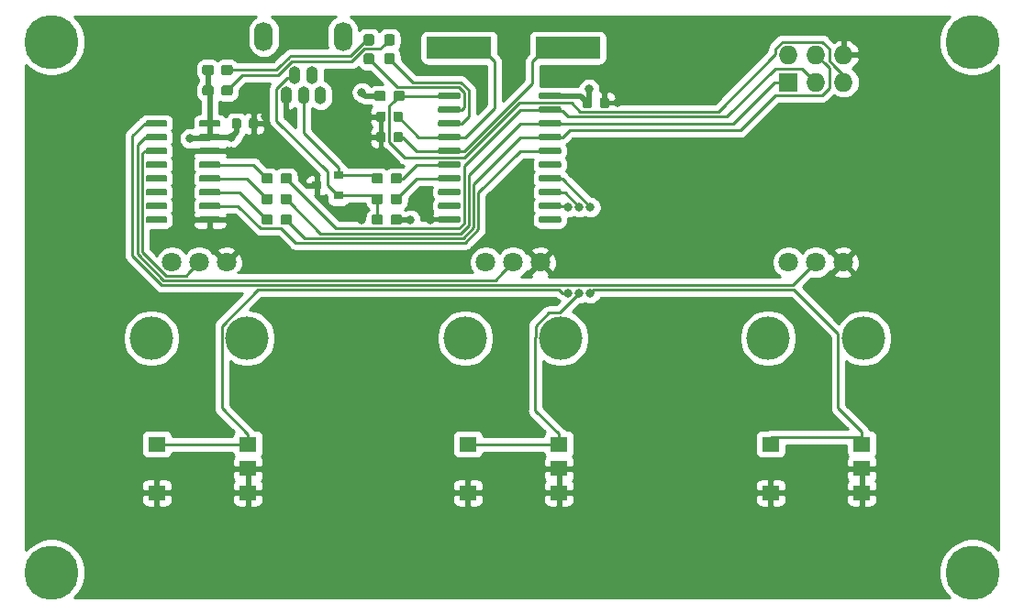
<source format=gtl>
G04 #@! TF.GenerationSoftware,KiCad,Pcbnew,(5.1.2-1)-1*
G04 #@! TF.CreationDate,2019-08-25T18:33:29+09:00*
G04 #@! TF.ProjectId,mmk3,6d6d6b33-2e6b-4696-9361-645f70636258,rev?*
G04 #@! TF.SameCoordinates,Original*
G04 #@! TF.FileFunction,Copper,L1,Top*
G04 #@! TF.FilePolarity,Positive*
%FSLAX46Y46*%
G04 Gerber Fmt 4.6, Leading zero omitted, Abs format (unit mm)*
G04 Created by KiCad (PCBNEW (5.1.2-1)-1) date 2019-08-25 18:33:29*
%MOMM*%
%LPD*%
G04 APERTURE LIST*
%ADD10R,1.600000X1.400000*%
%ADD11C,0.100000*%
%ADD12C,0.950000*%
%ADD13C,5.000000*%
%ADD14R,6.000000X2.000000*%
%ADD15O,1.100000X1.650000*%
%ADD16O,1.700000X2.700000*%
%ADD17C,4.000000*%
%ADD18C,1.800000*%
%ADD19C,0.600000*%
%ADD20C,0.875000*%
%ADD21R,0.900000X0.800000*%
%ADD22R,1.727200X1.727200*%
%ADD23O,1.727200X1.727200*%
%ADD24C,0.800000*%
%ADD25C,0.250000*%
%ADD26C,0.500000*%
%ADD27C,0.254000*%
G04 APERTURE END LIST*
D10*
X166760000Y-105410000D03*
X166760000Y-107660000D03*
X158360000Y-107660000D03*
X166760000Y-103160000D03*
X158360000Y-103160000D03*
X138820000Y-105410000D03*
X138820000Y-107660000D03*
X130420000Y-107660000D03*
X138820000Y-103160000D03*
X130420000Y-103160000D03*
X110118000Y-105410000D03*
X110118000Y-107660000D03*
X101718000Y-107660000D03*
X110118000Y-103160000D03*
X101718000Y-103160000D03*
D11*
G36*
X108500779Y-70011144D02*
G01*
X108523834Y-70014563D01*
X108546443Y-70020227D01*
X108568387Y-70028079D01*
X108589457Y-70038044D01*
X108609448Y-70050026D01*
X108628168Y-70063910D01*
X108645438Y-70079562D01*
X108661090Y-70096832D01*
X108674974Y-70115552D01*
X108686956Y-70135543D01*
X108696921Y-70156613D01*
X108704773Y-70178557D01*
X108710437Y-70201166D01*
X108713856Y-70224221D01*
X108715000Y-70247500D01*
X108715000Y-70722500D01*
X108713856Y-70745779D01*
X108710437Y-70768834D01*
X108704773Y-70791443D01*
X108696921Y-70813387D01*
X108686956Y-70834457D01*
X108674974Y-70854448D01*
X108661090Y-70873168D01*
X108645438Y-70890438D01*
X108628168Y-70906090D01*
X108609448Y-70919974D01*
X108589457Y-70931956D01*
X108568387Y-70941921D01*
X108546443Y-70949773D01*
X108523834Y-70955437D01*
X108500779Y-70958856D01*
X108477500Y-70960000D01*
X107902500Y-70960000D01*
X107879221Y-70958856D01*
X107856166Y-70955437D01*
X107833557Y-70949773D01*
X107811613Y-70941921D01*
X107790543Y-70931956D01*
X107770552Y-70919974D01*
X107751832Y-70906090D01*
X107734562Y-70890438D01*
X107718910Y-70873168D01*
X107705026Y-70854448D01*
X107693044Y-70834457D01*
X107683079Y-70813387D01*
X107675227Y-70791443D01*
X107669563Y-70768834D01*
X107666144Y-70745779D01*
X107665000Y-70722500D01*
X107665000Y-70247500D01*
X107666144Y-70224221D01*
X107669563Y-70201166D01*
X107675227Y-70178557D01*
X107683079Y-70156613D01*
X107693044Y-70135543D01*
X107705026Y-70115552D01*
X107718910Y-70096832D01*
X107734562Y-70079562D01*
X107751832Y-70063910D01*
X107770552Y-70050026D01*
X107790543Y-70038044D01*
X107811613Y-70028079D01*
X107833557Y-70020227D01*
X107856166Y-70014563D01*
X107879221Y-70011144D01*
X107902500Y-70010000D01*
X108477500Y-70010000D01*
X108500779Y-70011144D01*
X108500779Y-70011144D01*
G37*
D12*
X108190000Y-70485000D03*
D11*
G36*
X106750779Y-70011144D02*
G01*
X106773834Y-70014563D01*
X106796443Y-70020227D01*
X106818387Y-70028079D01*
X106839457Y-70038044D01*
X106859448Y-70050026D01*
X106878168Y-70063910D01*
X106895438Y-70079562D01*
X106911090Y-70096832D01*
X106924974Y-70115552D01*
X106936956Y-70135543D01*
X106946921Y-70156613D01*
X106954773Y-70178557D01*
X106960437Y-70201166D01*
X106963856Y-70224221D01*
X106965000Y-70247500D01*
X106965000Y-70722500D01*
X106963856Y-70745779D01*
X106960437Y-70768834D01*
X106954773Y-70791443D01*
X106946921Y-70813387D01*
X106936956Y-70834457D01*
X106924974Y-70854448D01*
X106911090Y-70873168D01*
X106895438Y-70890438D01*
X106878168Y-70906090D01*
X106859448Y-70919974D01*
X106839457Y-70931956D01*
X106818387Y-70941921D01*
X106796443Y-70949773D01*
X106773834Y-70955437D01*
X106750779Y-70958856D01*
X106727500Y-70960000D01*
X106152500Y-70960000D01*
X106129221Y-70958856D01*
X106106166Y-70955437D01*
X106083557Y-70949773D01*
X106061613Y-70941921D01*
X106040543Y-70931956D01*
X106020552Y-70919974D01*
X106001832Y-70906090D01*
X105984562Y-70890438D01*
X105968910Y-70873168D01*
X105955026Y-70854448D01*
X105943044Y-70834457D01*
X105933079Y-70813387D01*
X105925227Y-70791443D01*
X105919563Y-70768834D01*
X105916144Y-70745779D01*
X105915000Y-70722500D01*
X105915000Y-70247500D01*
X105916144Y-70224221D01*
X105919563Y-70201166D01*
X105925227Y-70178557D01*
X105933079Y-70156613D01*
X105943044Y-70135543D01*
X105955026Y-70115552D01*
X105968910Y-70096832D01*
X105984562Y-70079562D01*
X106001832Y-70063910D01*
X106020552Y-70050026D01*
X106040543Y-70038044D01*
X106061613Y-70028079D01*
X106083557Y-70020227D01*
X106106166Y-70014563D01*
X106129221Y-70011144D01*
X106152500Y-70010000D01*
X106727500Y-70010000D01*
X106750779Y-70011144D01*
X106750779Y-70011144D01*
G37*
D12*
X106440000Y-70485000D03*
D11*
G36*
X123450779Y-65276144D02*
G01*
X123473834Y-65279563D01*
X123496443Y-65285227D01*
X123518387Y-65293079D01*
X123539457Y-65303044D01*
X123559448Y-65315026D01*
X123578168Y-65328910D01*
X123595438Y-65344562D01*
X123611090Y-65361832D01*
X123624974Y-65380552D01*
X123636956Y-65400543D01*
X123646921Y-65421613D01*
X123654773Y-65443557D01*
X123660437Y-65466166D01*
X123663856Y-65489221D01*
X123665000Y-65512500D01*
X123665000Y-66087500D01*
X123663856Y-66110779D01*
X123660437Y-66133834D01*
X123654773Y-66156443D01*
X123646921Y-66178387D01*
X123636956Y-66199457D01*
X123624974Y-66219448D01*
X123611090Y-66238168D01*
X123595438Y-66255438D01*
X123578168Y-66271090D01*
X123559448Y-66284974D01*
X123539457Y-66296956D01*
X123518387Y-66306921D01*
X123496443Y-66314773D01*
X123473834Y-66320437D01*
X123450779Y-66323856D01*
X123427500Y-66325000D01*
X122952500Y-66325000D01*
X122929221Y-66323856D01*
X122906166Y-66320437D01*
X122883557Y-66314773D01*
X122861613Y-66306921D01*
X122840543Y-66296956D01*
X122820552Y-66284974D01*
X122801832Y-66271090D01*
X122784562Y-66255438D01*
X122768910Y-66238168D01*
X122755026Y-66219448D01*
X122743044Y-66199457D01*
X122733079Y-66178387D01*
X122725227Y-66156443D01*
X122719563Y-66133834D01*
X122716144Y-66110779D01*
X122715000Y-66087500D01*
X122715000Y-65512500D01*
X122716144Y-65489221D01*
X122719563Y-65466166D01*
X122725227Y-65443557D01*
X122733079Y-65421613D01*
X122743044Y-65400543D01*
X122755026Y-65380552D01*
X122768910Y-65361832D01*
X122784562Y-65344562D01*
X122801832Y-65328910D01*
X122820552Y-65315026D01*
X122840543Y-65303044D01*
X122861613Y-65293079D01*
X122883557Y-65285227D01*
X122906166Y-65279563D01*
X122929221Y-65276144D01*
X122952500Y-65275000D01*
X123427500Y-65275000D01*
X123450779Y-65276144D01*
X123450779Y-65276144D01*
G37*
D12*
X123190000Y-65800000D03*
D11*
G36*
X123450779Y-67026144D02*
G01*
X123473834Y-67029563D01*
X123496443Y-67035227D01*
X123518387Y-67043079D01*
X123539457Y-67053044D01*
X123559448Y-67065026D01*
X123578168Y-67078910D01*
X123595438Y-67094562D01*
X123611090Y-67111832D01*
X123624974Y-67130552D01*
X123636956Y-67150543D01*
X123646921Y-67171613D01*
X123654773Y-67193557D01*
X123660437Y-67216166D01*
X123663856Y-67239221D01*
X123665000Y-67262500D01*
X123665000Y-67837500D01*
X123663856Y-67860779D01*
X123660437Y-67883834D01*
X123654773Y-67906443D01*
X123646921Y-67928387D01*
X123636956Y-67949457D01*
X123624974Y-67969448D01*
X123611090Y-67988168D01*
X123595438Y-68005438D01*
X123578168Y-68021090D01*
X123559448Y-68034974D01*
X123539457Y-68046956D01*
X123518387Y-68056921D01*
X123496443Y-68064773D01*
X123473834Y-68070437D01*
X123450779Y-68073856D01*
X123427500Y-68075000D01*
X122952500Y-68075000D01*
X122929221Y-68073856D01*
X122906166Y-68070437D01*
X122883557Y-68064773D01*
X122861613Y-68056921D01*
X122840543Y-68046956D01*
X122820552Y-68034974D01*
X122801832Y-68021090D01*
X122784562Y-68005438D01*
X122768910Y-67988168D01*
X122755026Y-67969448D01*
X122743044Y-67949457D01*
X122733079Y-67928387D01*
X122725227Y-67906443D01*
X122719563Y-67883834D01*
X122716144Y-67860779D01*
X122715000Y-67837500D01*
X122715000Y-67262500D01*
X122716144Y-67239221D01*
X122719563Y-67216166D01*
X122725227Y-67193557D01*
X122733079Y-67171613D01*
X122743044Y-67150543D01*
X122755026Y-67130552D01*
X122768910Y-67111832D01*
X122784562Y-67094562D01*
X122801832Y-67078910D01*
X122820552Y-67065026D01*
X122840543Y-67053044D01*
X122861613Y-67043079D01*
X122883557Y-67035227D01*
X122906166Y-67029563D01*
X122929221Y-67026144D01*
X122952500Y-67025000D01*
X123427500Y-67025000D01*
X123450779Y-67026144D01*
X123450779Y-67026144D01*
G37*
D12*
X123190000Y-67550000D03*
D13*
X177000000Y-115000000D03*
X177000000Y-66000000D03*
X92000000Y-66000000D03*
D14*
X129620000Y-66548000D03*
X139620000Y-66548000D03*
D15*
X116840000Y-70943000D03*
X115240000Y-70943000D03*
X113640000Y-70943000D03*
X114440000Y-69053000D03*
X116040000Y-69053000D03*
D16*
X111590000Y-65478000D03*
X118890000Y-65478000D03*
D17*
X101224000Y-93360000D03*
X110024000Y-93360000D03*
D18*
X103124000Y-86360000D03*
X105624000Y-86360000D03*
X108124000Y-86360000D03*
D11*
G36*
X112211779Y-78139144D02*
G01*
X112234834Y-78142563D01*
X112257443Y-78148227D01*
X112279387Y-78156079D01*
X112300457Y-78166044D01*
X112320448Y-78178026D01*
X112339168Y-78191910D01*
X112356438Y-78207562D01*
X112372090Y-78224832D01*
X112385974Y-78243552D01*
X112397956Y-78263543D01*
X112407921Y-78284613D01*
X112415773Y-78306557D01*
X112421437Y-78329166D01*
X112424856Y-78352221D01*
X112426000Y-78375500D01*
X112426000Y-78850500D01*
X112424856Y-78873779D01*
X112421437Y-78896834D01*
X112415773Y-78919443D01*
X112407921Y-78941387D01*
X112397956Y-78962457D01*
X112385974Y-78982448D01*
X112372090Y-79001168D01*
X112356438Y-79018438D01*
X112339168Y-79034090D01*
X112320448Y-79047974D01*
X112300457Y-79059956D01*
X112279387Y-79069921D01*
X112257443Y-79077773D01*
X112234834Y-79083437D01*
X112211779Y-79086856D01*
X112188500Y-79088000D01*
X111613500Y-79088000D01*
X111590221Y-79086856D01*
X111567166Y-79083437D01*
X111544557Y-79077773D01*
X111522613Y-79069921D01*
X111501543Y-79059956D01*
X111481552Y-79047974D01*
X111462832Y-79034090D01*
X111445562Y-79018438D01*
X111429910Y-79001168D01*
X111416026Y-78982448D01*
X111404044Y-78962457D01*
X111394079Y-78941387D01*
X111386227Y-78919443D01*
X111380563Y-78896834D01*
X111377144Y-78873779D01*
X111376000Y-78850500D01*
X111376000Y-78375500D01*
X111377144Y-78352221D01*
X111380563Y-78329166D01*
X111386227Y-78306557D01*
X111394079Y-78284613D01*
X111404044Y-78263543D01*
X111416026Y-78243552D01*
X111429910Y-78224832D01*
X111445562Y-78207562D01*
X111462832Y-78191910D01*
X111481552Y-78178026D01*
X111501543Y-78166044D01*
X111522613Y-78156079D01*
X111544557Y-78148227D01*
X111567166Y-78142563D01*
X111590221Y-78139144D01*
X111613500Y-78138000D01*
X112188500Y-78138000D01*
X112211779Y-78139144D01*
X112211779Y-78139144D01*
G37*
D12*
X111901000Y-78613000D03*
D11*
G36*
X113961779Y-78139144D02*
G01*
X113984834Y-78142563D01*
X114007443Y-78148227D01*
X114029387Y-78156079D01*
X114050457Y-78166044D01*
X114070448Y-78178026D01*
X114089168Y-78191910D01*
X114106438Y-78207562D01*
X114122090Y-78224832D01*
X114135974Y-78243552D01*
X114147956Y-78263543D01*
X114157921Y-78284613D01*
X114165773Y-78306557D01*
X114171437Y-78329166D01*
X114174856Y-78352221D01*
X114176000Y-78375500D01*
X114176000Y-78850500D01*
X114174856Y-78873779D01*
X114171437Y-78896834D01*
X114165773Y-78919443D01*
X114157921Y-78941387D01*
X114147956Y-78962457D01*
X114135974Y-78982448D01*
X114122090Y-79001168D01*
X114106438Y-79018438D01*
X114089168Y-79034090D01*
X114070448Y-79047974D01*
X114050457Y-79059956D01*
X114029387Y-79069921D01*
X114007443Y-79077773D01*
X113984834Y-79083437D01*
X113961779Y-79086856D01*
X113938500Y-79088000D01*
X113363500Y-79088000D01*
X113340221Y-79086856D01*
X113317166Y-79083437D01*
X113294557Y-79077773D01*
X113272613Y-79069921D01*
X113251543Y-79059956D01*
X113231552Y-79047974D01*
X113212832Y-79034090D01*
X113195562Y-79018438D01*
X113179910Y-79001168D01*
X113166026Y-78982448D01*
X113154044Y-78962457D01*
X113144079Y-78941387D01*
X113136227Y-78919443D01*
X113130563Y-78896834D01*
X113127144Y-78873779D01*
X113126000Y-78850500D01*
X113126000Y-78375500D01*
X113127144Y-78352221D01*
X113130563Y-78329166D01*
X113136227Y-78306557D01*
X113144079Y-78284613D01*
X113154044Y-78263543D01*
X113166026Y-78243552D01*
X113179910Y-78224832D01*
X113195562Y-78207562D01*
X113212832Y-78191910D01*
X113231552Y-78178026D01*
X113251543Y-78166044D01*
X113272613Y-78156079D01*
X113294557Y-78148227D01*
X113317166Y-78142563D01*
X113340221Y-78139144D01*
X113363500Y-78138000D01*
X113938500Y-78138000D01*
X113961779Y-78139144D01*
X113961779Y-78139144D01*
G37*
D12*
X113651000Y-78613000D03*
D11*
G36*
X112211779Y-80044144D02*
G01*
X112234834Y-80047563D01*
X112257443Y-80053227D01*
X112279387Y-80061079D01*
X112300457Y-80071044D01*
X112320448Y-80083026D01*
X112339168Y-80096910D01*
X112356438Y-80112562D01*
X112372090Y-80129832D01*
X112385974Y-80148552D01*
X112397956Y-80168543D01*
X112407921Y-80189613D01*
X112415773Y-80211557D01*
X112421437Y-80234166D01*
X112424856Y-80257221D01*
X112426000Y-80280500D01*
X112426000Y-80755500D01*
X112424856Y-80778779D01*
X112421437Y-80801834D01*
X112415773Y-80824443D01*
X112407921Y-80846387D01*
X112397956Y-80867457D01*
X112385974Y-80887448D01*
X112372090Y-80906168D01*
X112356438Y-80923438D01*
X112339168Y-80939090D01*
X112320448Y-80952974D01*
X112300457Y-80964956D01*
X112279387Y-80974921D01*
X112257443Y-80982773D01*
X112234834Y-80988437D01*
X112211779Y-80991856D01*
X112188500Y-80993000D01*
X111613500Y-80993000D01*
X111590221Y-80991856D01*
X111567166Y-80988437D01*
X111544557Y-80982773D01*
X111522613Y-80974921D01*
X111501543Y-80964956D01*
X111481552Y-80952974D01*
X111462832Y-80939090D01*
X111445562Y-80923438D01*
X111429910Y-80906168D01*
X111416026Y-80887448D01*
X111404044Y-80867457D01*
X111394079Y-80846387D01*
X111386227Y-80824443D01*
X111380563Y-80801834D01*
X111377144Y-80778779D01*
X111376000Y-80755500D01*
X111376000Y-80280500D01*
X111377144Y-80257221D01*
X111380563Y-80234166D01*
X111386227Y-80211557D01*
X111394079Y-80189613D01*
X111404044Y-80168543D01*
X111416026Y-80148552D01*
X111429910Y-80129832D01*
X111445562Y-80112562D01*
X111462832Y-80096910D01*
X111481552Y-80083026D01*
X111501543Y-80071044D01*
X111522613Y-80061079D01*
X111544557Y-80053227D01*
X111567166Y-80047563D01*
X111590221Y-80044144D01*
X111613500Y-80043000D01*
X112188500Y-80043000D01*
X112211779Y-80044144D01*
X112211779Y-80044144D01*
G37*
D12*
X111901000Y-80518000D03*
D11*
G36*
X113961779Y-80044144D02*
G01*
X113984834Y-80047563D01*
X114007443Y-80053227D01*
X114029387Y-80061079D01*
X114050457Y-80071044D01*
X114070448Y-80083026D01*
X114089168Y-80096910D01*
X114106438Y-80112562D01*
X114122090Y-80129832D01*
X114135974Y-80148552D01*
X114147956Y-80168543D01*
X114157921Y-80189613D01*
X114165773Y-80211557D01*
X114171437Y-80234166D01*
X114174856Y-80257221D01*
X114176000Y-80280500D01*
X114176000Y-80755500D01*
X114174856Y-80778779D01*
X114171437Y-80801834D01*
X114165773Y-80824443D01*
X114157921Y-80846387D01*
X114147956Y-80867457D01*
X114135974Y-80887448D01*
X114122090Y-80906168D01*
X114106438Y-80923438D01*
X114089168Y-80939090D01*
X114070448Y-80952974D01*
X114050457Y-80964956D01*
X114029387Y-80974921D01*
X114007443Y-80982773D01*
X113984834Y-80988437D01*
X113961779Y-80991856D01*
X113938500Y-80993000D01*
X113363500Y-80993000D01*
X113340221Y-80991856D01*
X113317166Y-80988437D01*
X113294557Y-80982773D01*
X113272613Y-80974921D01*
X113251543Y-80964956D01*
X113231552Y-80952974D01*
X113212832Y-80939090D01*
X113195562Y-80923438D01*
X113179910Y-80906168D01*
X113166026Y-80887448D01*
X113154044Y-80867457D01*
X113144079Y-80846387D01*
X113136227Y-80824443D01*
X113130563Y-80801834D01*
X113127144Y-80778779D01*
X113126000Y-80755500D01*
X113126000Y-80280500D01*
X113127144Y-80257221D01*
X113130563Y-80234166D01*
X113136227Y-80211557D01*
X113144079Y-80189613D01*
X113154044Y-80168543D01*
X113166026Y-80148552D01*
X113179910Y-80129832D01*
X113195562Y-80112562D01*
X113212832Y-80096910D01*
X113231552Y-80083026D01*
X113251543Y-80071044D01*
X113272613Y-80061079D01*
X113294557Y-80053227D01*
X113317166Y-80047563D01*
X113340221Y-80044144D01*
X113363500Y-80043000D01*
X113938500Y-80043000D01*
X113961779Y-80044144D01*
X113961779Y-80044144D01*
G37*
D12*
X113651000Y-80518000D03*
D11*
G36*
X102504703Y-73233722D02*
G01*
X102519264Y-73235882D01*
X102533543Y-73239459D01*
X102547403Y-73244418D01*
X102560710Y-73250712D01*
X102573336Y-73258280D01*
X102585159Y-73267048D01*
X102596066Y-73276934D01*
X102605952Y-73287841D01*
X102614720Y-73299664D01*
X102622288Y-73312290D01*
X102628582Y-73325597D01*
X102633541Y-73339457D01*
X102637118Y-73353736D01*
X102639278Y-73368297D01*
X102640000Y-73383000D01*
X102640000Y-73683000D01*
X102639278Y-73697703D01*
X102637118Y-73712264D01*
X102633541Y-73726543D01*
X102628582Y-73740403D01*
X102622288Y-73753710D01*
X102614720Y-73766336D01*
X102605952Y-73778159D01*
X102596066Y-73789066D01*
X102585159Y-73798952D01*
X102573336Y-73807720D01*
X102560710Y-73815288D01*
X102547403Y-73821582D01*
X102533543Y-73826541D01*
X102519264Y-73830118D01*
X102504703Y-73832278D01*
X102490000Y-73833000D01*
X100840000Y-73833000D01*
X100825297Y-73832278D01*
X100810736Y-73830118D01*
X100796457Y-73826541D01*
X100782597Y-73821582D01*
X100769290Y-73815288D01*
X100756664Y-73807720D01*
X100744841Y-73798952D01*
X100733934Y-73789066D01*
X100724048Y-73778159D01*
X100715280Y-73766336D01*
X100707712Y-73753710D01*
X100701418Y-73740403D01*
X100696459Y-73726543D01*
X100692882Y-73712264D01*
X100690722Y-73697703D01*
X100690000Y-73683000D01*
X100690000Y-73383000D01*
X100690722Y-73368297D01*
X100692882Y-73353736D01*
X100696459Y-73339457D01*
X100701418Y-73325597D01*
X100707712Y-73312290D01*
X100715280Y-73299664D01*
X100724048Y-73287841D01*
X100733934Y-73276934D01*
X100744841Y-73267048D01*
X100756664Y-73258280D01*
X100769290Y-73250712D01*
X100782597Y-73244418D01*
X100796457Y-73239459D01*
X100810736Y-73235882D01*
X100825297Y-73233722D01*
X100840000Y-73233000D01*
X102490000Y-73233000D01*
X102504703Y-73233722D01*
X102504703Y-73233722D01*
G37*
D19*
X101665000Y-73533000D03*
D11*
G36*
X102504703Y-74503722D02*
G01*
X102519264Y-74505882D01*
X102533543Y-74509459D01*
X102547403Y-74514418D01*
X102560710Y-74520712D01*
X102573336Y-74528280D01*
X102585159Y-74537048D01*
X102596066Y-74546934D01*
X102605952Y-74557841D01*
X102614720Y-74569664D01*
X102622288Y-74582290D01*
X102628582Y-74595597D01*
X102633541Y-74609457D01*
X102637118Y-74623736D01*
X102639278Y-74638297D01*
X102640000Y-74653000D01*
X102640000Y-74953000D01*
X102639278Y-74967703D01*
X102637118Y-74982264D01*
X102633541Y-74996543D01*
X102628582Y-75010403D01*
X102622288Y-75023710D01*
X102614720Y-75036336D01*
X102605952Y-75048159D01*
X102596066Y-75059066D01*
X102585159Y-75068952D01*
X102573336Y-75077720D01*
X102560710Y-75085288D01*
X102547403Y-75091582D01*
X102533543Y-75096541D01*
X102519264Y-75100118D01*
X102504703Y-75102278D01*
X102490000Y-75103000D01*
X100840000Y-75103000D01*
X100825297Y-75102278D01*
X100810736Y-75100118D01*
X100796457Y-75096541D01*
X100782597Y-75091582D01*
X100769290Y-75085288D01*
X100756664Y-75077720D01*
X100744841Y-75068952D01*
X100733934Y-75059066D01*
X100724048Y-75048159D01*
X100715280Y-75036336D01*
X100707712Y-75023710D01*
X100701418Y-75010403D01*
X100696459Y-74996543D01*
X100692882Y-74982264D01*
X100690722Y-74967703D01*
X100690000Y-74953000D01*
X100690000Y-74653000D01*
X100690722Y-74638297D01*
X100692882Y-74623736D01*
X100696459Y-74609457D01*
X100701418Y-74595597D01*
X100707712Y-74582290D01*
X100715280Y-74569664D01*
X100724048Y-74557841D01*
X100733934Y-74546934D01*
X100744841Y-74537048D01*
X100756664Y-74528280D01*
X100769290Y-74520712D01*
X100782597Y-74514418D01*
X100796457Y-74509459D01*
X100810736Y-74505882D01*
X100825297Y-74503722D01*
X100840000Y-74503000D01*
X102490000Y-74503000D01*
X102504703Y-74503722D01*
X102504703Y-74503722D01*
G37*
D19*
X101665000Y-74803000D03*
D11*
G36*
X102504703Y-75773722D02*
G01*
X102519264Y-75775882D01*
X102533543Y-75779459D01*
X102547403Y-75784418D01*
X102560710Y-75790712D01*
X102573336Y-75798280D01*
X102585159Y-75807048D01*
X102596066Y-75816934D01*
X102605952Y-75827841D01*
X102614720Y-75839664D01*
X102622288Y-75852290D01*
X102628582Y-75865597D01*
X102633541Y-75879457D01*
X102637118Y-75893736D01*
X102639278Y-75908297D01*
X102640000Y-75923000D01*
X102640000Y-76223000D01*
X102639278Y-76237703D01*
X102637118Y-76252264D01*
X102633541Y-76266543D01*
X102628582Y-76280403D01*
X102622288Y-76293710D01*
X102614720Y-76306336D01*
X102605952Y-76318159D01*
X102596066Y-76329066D01*
X102585159Y-76338952D01*
X102573336Y-76347720D01*
X102560710Y-76355288D01*
X102547403Y-76361582D01*
X102533543Y-76366541D01*
X102519264Y-76370118D01*
X102504703Y-76372278D01*
X102490000Y-76373000D01*
X100840000Y-76373000D01*
X100825297Y-76372278D01*
X100810736Y-76370118D01*
X100796457Y-76366541D01*
X100782597Y-76361582D01*
X100769290Y-76355288D01*
X100756664Y-76347720D01*
X100744841Y-76338952D01*
X100733934Y-76329066D01*
X100724048Y-76318159D01*
X100715280Y-76306336D01*
X100707712Y-76293710D01*
X100701418Y-76280403D01*
X100696459Y-76266543D01*
X100692882Y-76252264D01*
X100690722Y-76237703D01*
X100690000Y-76223000D01*
X100690000Y-75923000D01*
X100690722Y-75908297D01*
X100692882Y-75893736D01*
X100696459Y-75879457D01*
X100701418Y-75865597D01*
X100707712Y-75852290D01*
X100715280Y-75839664D01*
X100724048Y-75827841D01*
X100733934Y-75816934D01*
X100744841Y-75807048D01*
X100756664Y-75798280D01*
X100769290Y-75790712D01*
X100782597Y-75784418D01*
X100796457Y-75779459D01*
X100810736Y-75775882D01*
X100825297Y-75773722D01*
X100840000Y-75773000D01*
X102490000Y-75773000D01*
X102504703Y-75773722D01*
X102504703Y-75773722D01*
G37*
D19*
X101665000Y-76073000D03*
D11*
G36*
X102504703Y-77043722D02*
G01*
X102519264Y-77045882D01*
X102533543Y-77049459D01*
X102547403Y-77054418D01*
X102560710Y-77060712D01*
X102573336Y-77068280D01*
X102585159Y-77077048D01*
X102596066Y-77086934D01*
X102605952Y-77097841D01*
X102614720Y-77109664D01*
X102622288Y-77122290D01*
X102628582Y-77135597D01*
X102633541Y-77149457D01*
X102637118Y-77163736D01*
X102639278Y-77178297D01*
X102640000Y-77193000D01*
X102640000Y-77493000D01*
X102639278Y-77507703D01*
X102637118Y-77522264D01*
X102633541Y-77536543D01*
X102628582Y-77550403D01*
X102622288Y-77563710D01*
X102614720Y-77576336D01*
X102605952Y-77588159D01*
X102596066Y-77599066D01*
X102585159Y-77608952D01*
X102573336Y-77617720D01*
X102560710Y-77625288D01*
X102547403Y-77631582D01*
X102533543Y-77636541D01*
X102519264Y-77640118D01*
X102504703Y-77642278D01*
X102490000Y-77643000D01*
X100840000Y-77643000D01*
X100825297Y-77642278D01*
X100810736Y-77640118D01*
X100796457Y-77636541D01*
X100782597Y-77631582D01*
X100769290Y-77625288D01*
X100756664Y-77617720D01*
X100744841Y-77608952D01*
X100733934Y-77599066D01*
X100724048Y-77588159D01*
X100715280Y-77576336D01*
X100707712Y-77563710D01*
X100701418Y-77550403D01*
X100696459Y-77536543D01*
X100692882Y-77522264D01*
X100690722Y-77507703D01*
X100690000Y-77493000D01*
X100690000Y-77193000D01*
X100690722Y-77178297D01*
X100692882Y-77163736D01*
X100696459Y-77149457D01*
X100701418Y-77135597D01*
X100707712Y-77122290D01*
X100715280Y-77109664D01*
X100724048Y-77097841D01*
X100733934Y-77086934D01*
X100744841Y-77077048D01*
X100756664Y-77068280D01*
X100769290Y-77060712D01*
X100782597Y-77054418D01*
X100796457Y-77049459D01*
X100810736Y-77045882D01*
X100825297Y-77043722D01*
X100840000Y-77043000D01*
X102490000Y-77043000D01*
X102504703Y-77043722D01*
X102504703Y-77043722D01*
G37*
D19*
X101665000Y-77343000D03*
D11*
G36*
X102504703Y-78313722D02*
G01*
X102519264Y-78315882D01*
X102533543Y-78319459D01*
X102547403Y-78324418D01*
X102560710Y-78330712D01*
X102573336Y-78338280D01*
X102585159Y-78347048D01*
X102596066Y-78356934D01*
X102605952Y-78367841D01*
X102614720Y-78379664D01*
X102622288Y-78392290D01*
X102628582Y-78405597D01*
X102633541Y-78419457D01*
X102637118Y-78433736D01*
X102639278Y-78448297D01*
X102640000Y-78463000D01*
X102640000Y-78763000D01*
X102639278Y-78777703D01*
X102637118Y-78792264D01*
X102633541Y-78806543D01*
X102628582Y-78820403D01*
X102622288Y-78833710D01*
X102614720Y-78846336D01*
X102605952Y-78858159D01*
X102596066Y-78869066D01*
X102585159Y-78878952D01*
X102573336Y-78887720D01*
X102560710Y-78895288D01*
X102547403Y-78901582D01*
X102533543Y-78906541D01*
X102519264Y-78910118D01*
X102504703Y-78912278D01*
X102490000Y-78913000D01*
X100840000Y-78913000D01*
X100825297Y-78912278D01*
X100810736Y-78910118D01*
X100796457Y-78906541D01*
X100782597Y-78901582D01*
X100769290Y-78895288D01*
X100756664Y-78887720D01*
X100744841Y-78878952D01*
X100733934Y-78869066D01*
X100724048Y-78858159D01*
X100715280Y-78846336D01*
X100707712Y-78833710D01*
X100701418Y-78820403D01*
X100696459Y-78806543D01*
X100692882Y-78792264D01*
X100690722Y-78777703D01*
X100690000Y-78763000D01*
X100690000Y-78463000D01*
X100690722Y-78448297D01*
X100692882Y-78433736D01*
X100696459Y-78419457D01*
X100701418Y-78405597D01*
X100707712Y-78392290D01*
X100715280Y-78379664D01*
X100724048Y-78367841D01*
X100733934Y-78356934D01*
X100744841Y-78347048D01*
X100756664Y-78338280D01*
X100769290Y-78330712D01*
X100782597Y-78324418D01*
X100796457Y-78319459D01*
X100810736Y-78315882D01*
X100825297Y-78313722D01*
X100840000Y-78313000D01*
X102490000Y-78313000D01*
X102504703Y-78313722D01*
X102504703Y-78313722D01*
G37*
D19*
X101665000Y-78613000D03*
D11*
G36*
X102504703Y-79583722D02*
G01*
X102519264Y-79585882D01*
X102533543Y-79589459D01*
X102547403Y-79594418D01*
X102560710Y-79600712D01*
X102573336Y-79608280D01*
X102585159Y-79617048D01*
X102596066Y-79626934D01*
X102605952Y-79637841D01*
X102614720Y-79649664D01*
X102622288Y-79662290D01*
X102628582Y-79675597D01*
X102633541Y-79689457D01*
X102637118Y-79703736D01*
X102639278Y-79718297D01*
X102640000Y-79733000D01*
X102640000Y-80033000D01*
X102639278Y-80047703D01*
X102637118Y-80062264D01*
X102633541Y-80076543D01*
X102628582Y-80090403D01*
X102622288Y-80103710D01*
X102614720Y-80116336D01*
X102605952Y-80128159D01*
X102596066Y-80139066D01*
X102585159Y-80148952D01*
X102573336Y-80157720D01*
X102560710Y-80165288D01*
X102547403Y-80171582D01*
X102533543Y-80176541D01*
X102519264Y-80180118D01*
X102504703Y-80182278D01*
X102490000Y-80183000D01*
X100840000Y-80183000D01*
X100825297Y-80182278D01*
X100810736Y-80180118D01*
X100796457Y-80176541D01*
X100782597Y-80171582D01*
X100769290Y-80165288D01*
X100756664Y-80157720D01*
X100744841Y-80148952D01*
X100733934Y-80139066D01*
X100724048Y-80128159D01*
X100715280Y-80116336D01*
X100707712Y-80103710D01*
X100701418Y-80090403D01*
X100696459Y-80076543D01*
X100692882Y-80062264D01*
X100690722Y-80047703D01*
X100690000Y-80033000D01*
X100690000Y-79733000D01*
X100690722Y-79718297D01*
X100692882Y-79703736D01*
X100696459Y-79689457D01*
X100701418Y-79675597D01*
X100707712Y-79662290D01*
X100715280Y-79649664D01*
X100724048Y-79637841D01*
X100733934Y-79626934D01*
X100744841Y-79617048D01*
X100756664Y-79608280D01*
X100769290Y-79600712D01*
X100782597Y-79594418D01*
X100796457Y-79589459D01*
X100810736Y-79585882D01*
X100825297Y-79583722D01*
X100840000Y-79583000D01*
X102490000Y-79583000D01*
X102504703Y-79583722D01*
X102504703Y-79583722D01*
G37*
D19*
X101665000Y-79883000D03*
D11*
G36*
X102504703Y-80853722D02*
G01*
X102519264Y-80855882D01*
X102533543Y-80859459D01*
X102547403Y-80864418D01*
X102560710Y-80870712D01*
X102573336Y-80878280D01*
X102585159Y-80887048D01*
X102596066Y-80896934D01*
X102605952Y-80907841D01*
X102614720Y-80919664D01*
X102622288Y-80932290D01*
X102628582Y-80945597D01*
X102633541Y-80959457D01*
X102637118Y-80973736D01*
X102639278Y-80988297D01*
X102640000Y-81003000D01*
X102640000Y-81303000D01*
X102639278Y-81317703D01*
X102637118Y-81332264D01*
X102633541Y-81346543D01*
X102628582Y-81360403D01*
X102622288Y-81373710D01*
X102614720Y-81386336D01*
X102605952Y-81398159D01*
X102596066Y-81409066D01*
X102585159Y-81418952D01*
X102573336Y-81427720D01*
X102560710Y-81435288D01*
X102547403Y-81441582D01*
X102533543Y-81446541D01*
X102519264Y-81450118D01*
X102504703Y-81452278D01*
X102490000Y-81453000D01*
X100840000Y-81453000D01*
X100825297Y-81452278D01*
X100810736Y-81450118D01*
X100796457Y-81446541D01*
X100782597Y-81441582D01*
X100769290Y-81435288D01*
X100756664Y-81427720D01*
X100744841Y-81418952D01*
X100733934Y-81409066D01*
X100724048Y-81398159D01*
X100715280Y-81386336D01*
X100707712Y-81373710D01*
X100701418Y-81360403D01*
X100696459Y-81346543D01*
X100692882Y-81332264D01*
X100690722Y-81317703D01*
X100690000Y-81303000D01*
X100690000Y-81003000D01*
X100690722Y-80988297D01*
X100692882Y-80973736D01*
X100696459Y-80959457D01*
X100701418Y-80945597D01*
X100707712Y-80932290D01*
X100715280Y-80919664D01*
X100724048Y-80907841D01*
X100733934Y-80896934D01*
X100744841Y-80887048D01*
X100756664Y-80878280D01*
X100769290Y-80870712D01*
X100782597Y-80864418D01*
X100796457Y-80859459D01*
X100810736Y-80855882D01*
X100825297Y-80853722D01*
X100840000Y-80853000D01*
X102490000Y-80853000D01*
X102504703Y-80853722D01*
X102504703Y-80853722D01*
G37*
D19*
X101665000Y-81153000D03*
D11*
G36*
X102504703Y-82123722D02*
G01*
X102519264Y-82125882D01*
X102533543Y-82129459D01*
X102547403Y-82134418D01*
X102560710Y-82140712D01*
X102573336Y-82148280D01*
X102585159Y-82157048D01*
X102596066Y-82166934D01*
X102605952Y-82177841D01*
X102614720Y-82189664D01*
X102622288Y-82202290D01*
X102628582Y-82215597D01*
X102633541Y-82229457D01*
X102637118Y-82243736D01*
X102639278Y-82258297D01*
X102640000Y-82273000D01*
X102640000Y-82573000D01*
X102639278Y-82587703D01*
X102637118Y-82602264D01*
X102633541Y-82616543D01*
X102628582Y-82630403D01*
X102622288Y-82643710D01*
X102614720Y-82656336D01*
X102605952Y-82668159D01*
X102596066Y-82679066D01*
X102585159Y-82688952D01*
X102573336Y-82697720D01*
X102560710Y-82705288D01*
X102547403Y-82711582D01*
X102533543Y-82716541D01*
X102519264Y-82720118D01*
X102504703Y-82722278D01*
X102490000Y-82723000D01*
X100840000Y-82723000D01*
X100825297Y-82722278D01*
X100810736Y-82720118D01*
X100796457Y-82716541D01*
X100782597Y-82711582D01*
X100769290Y-82705288D01*
X100756664Y-82697720D01*
X100744841Y-82688952D01*
X100733934Y-82679066D01*
X100724048Y-82668159D01*
X100715280Y-82656336D01*
X100707712Y-82643710D01*
X100701418Y-82630403D01*
X100696459Y-82616543D01*
X100692882Y-82602264D01*
X100690722Y-82587703D01*
X100690000Y-82573000D01*
X100690000Y-82273000D01*
X100690722Y-82258297D01*
X100692882Y-82243736D01*
X100696459Y-82229457D01*
X100701418Y-82215597D01*
X100707712Y-82202290D01*
X100715280Y-82189664D01*
X100724048Y-82177841D01*
X100733934Y-82166934D01*
X100744841Y-82157048D01*
X100756664Y-82148280D01*
X100769290Y-82140712D01*
X100782597Y-82134418D01*
X100796457Y-82129459D01*
X100810736Y-82125882D01*
X100825297Y-82123722D01*
X100840000Y-82123000D01*
X102490000Y-82123000D01*
X102504703Y-82123722D01*
X102504703Y-82123722D01*
G37*
D19*
X101665000Y-82423000D03*
D11*
G36*
X107454703Y-82123722D02*
G01*
X107469264Y-82125882D01*
X107483543Y-82129459D01*
X107497403Y-82134418D01*
X107510710Y-82140712D01*
X107523336Y-82148280D01*
X107535159Y-82157048D01*
X107546066Y-82166934D01*
X107555952Y-82177841D01*
X107564720Y-82189664D01*
X107572288Y-82202290D01*
X107578582Y-82215597D01*
X107583541Y-82229457D01*
X107587118Y-82243736D01*
X107589278Y-82258297D01*
X107590000Y-82273000D01*
X107590000Y-82573000D01*
X107589278Y-82587703D01*
X107587118Y-82602264D01*
X107583541Y-82616543D01*
X107578582Y-82630403D01*
X107572288Y-82643710D01*
X107564720Y-82656336D01*
X107555952Y-82668159D01*
X107546066Y-82679066D01*
X107535159Y-82688952D01*
X107523336Y-82697720D01*
X107510710Y-82705288D01*
X107497403Y-82711582D01*
X107483543Y-82716541D01*
X107469264Y-82720118D01*
X107454703Y-82722278D01*
X107440000Y-82723000D01*
X105790000Y-82723000D01*
X105775297Y-82722278D01*
X105760736Y-82720118D01*
X105746457Y-82716541D01*
X105732597Y-82711582D01*
X105719290Y-82705288D01*
X105706664Y-82697720D01*
X105694841Y-82688952D01*
X105683934Y-82679066D01*
X105674048Y-82668159D01*
X105665280Y-82656336D01*
X105657712Y-82643710D01*
X105651418Y-82630403D01*
X105646459Y-82616543D01*
X105642882Y-82602264D01*
X105640722Y-82587703D01*
X105640000Y-82573000D01*
X105640000Y-82273000D01*
X105640722Y-82258297D01*
X105642882Y-82243736D01*
X105646459Y-82229457D01*
X105651418Y-82215597D01*
X105657712Y-82202290D01*
X105665280Y-82189664D01*
X105674048Y-82177841D01*
X105683934Y-82166934D01*
X105694841Y-82157048D01*
X105706664Y-82148280D01*
X105719290Y-82140712D01*
X105732597Y-82134418D01*
X105746457Y-82129459D01*
X105760736Y-82125882D01*
X105775297Y-82123722D01*
X105790000Y-82123000D01*
X107440000Y-82123000D01*
X107454703Y-82123722D01*
X107454703Y-82123722D01*
G37*
D19*
X106615000Y-82423000D03*
D11*
G36*
X107454703Y-80853722D02*
G01*
X107469264Y-80855882D01*
X107483543Y-80859459D01*
X107497403Y-80864418D01*
X107510710Y-80870712D01*
X107523336Y-80878280D01*
X107535159Y-80887048D01*
X107546066Y-80896934D01*
X107555952Y-80907841D01*
X107564720Y-80919664D01*
X107572288Y-80932290D01*
X107578582Y-80945597D01*
X107583541Y-80959457D01*
X107587118Y-80973736D01*
X107589278Y-80988297D01*
X107590000Y-81003000D01*
X107590000Y-81303000D01*
X107589278Y-81317703D01*
X107587118Y-81332264D01*
X107583541Y-81346543D01*
X107578582Y-81360403D01*
X107572288Y-81373710D01*
X107564720Y-81386336D01*
X107555952Y-81398159D01*
X107546066Y-81409066D01*
X107535159Y-81418952D01*
X107523336Y-81427720D01*
X107510710Y-81435288D01*
X107497403Y-81441582D01*
X107483543Y-81446541D01*
X107469264Y-81450118D01*
X107454703Y-81452278D01*
X107440000Y-81453000D01*
X105790000Y-81453000D01*
X105775297Y-81452278D01*
X105760736Y-81450118D01*
X105746457Y-81446541D01*
X105732597Y-81441582D01*
X105719290Y-81435288D01*
X105706664Y-81427720D01*
X105694841Y-81418952D01*
X105683934Y-81409066D01*
X105674048Y-81398159D01*
X105665280Y-81386336D01*
X105657712Y-81373710D01*
X105651418Y-81360403D01*
X105646459Y-81346543D01*
X105642882Y-81332264D01*
X105640722Y-81317703D01*
X105640000Y-81303000D01*
X105640000Y-81003000D01*
X105640722Y-80988297D01*
X105642882Y-80973736D01*
X105646459Y-80959457D01*
X105651418Y-80945597D01*
X105657712Y-80932290D01*
X105665280Y-80919664D01*
X105674048Y-80907841D01*
X105683934Y-80896934D01*
X105694841Y-80887048D01*
X105706664Y-80878280D01*
X105719290Y-80870712D01*
X105732597Y-80864418D01*
X105746457Y-80859459D01*
X105760736Y-80855882D01*
X105775297Y-80853722D01*
X105790000Y-80853000D01*
X107440000Y-80853000D01*
X107454703Y-80853722D01*
X107454703Y-80853722D01*
G37*
D19*
X106615000Y-81153000D03*
D11*
G36*
X107454703Y-79583722D02*
G01*
X107469264Y-79585882D01*
X107483543Y-79589459D01*
X107497403Y-79594418D01*
X107510710Y-79600712D01*
X107523336Y-79608280D01*
X107535159Y-79617048D01*
X107546066Y-79626934D01*
X107555952Y-79637841D01*
X107564720Y-79649664D01*
X107572288Y-79662290D01*
X107578582Y-79675597D01*
X107583541Y-79689457D01*
X107587118Y-79703736D01*
X107589278Y-79718297D01*
X107590000Y-79733000D01*
X107590000Y-80033000D01*
X107589278Y-80047703D01*
X107587118Y-80062264D01*
X107583541Y-80076543D01*
X107578582Y-80090403D01*
X107572288Y-80103710D01*
X107564720Y-80116336D01*
X107555952Y-80128159D01*
X107546066Y-80139066D01*
X107535159Y-80148952D01*
X107523336Y-80157720D01*
X107510710Y-80165288D01*
X107497403Y-80171582D01*
X107483543Y-80176541D01*
X107469264Y-80180118D01*
X107454703Y-80182278D01*
X107440000Y-80183000D01*
X105790000Y-80183000D01*
X105775297Y-80182278D01*
X105760736Y-80180118D01*
X105746457Y-80176541D01*
X105732597Y-80171582D01*
X105719290Y-80165288D01*
X105706664Y-80157720D01*
X105694841Y-80148952D01*
X105683934Y-80139066D01*
X105674048Y-80128159D01*
X105665280Y-80116336D01*
X105657712Y-80103710D01*
X105651418Y-80090403D01*
X105646459Y-80076543D01*
X105642882Y-80062264D01*
X105640722Y-80047703D01*
X105640000Y-80033000D01*
X105640000Y-79733000D01*
X105640722Y-79718297D01*
X105642882Y-79703736D01*
X105646459Y-79689457D01*
X105651418Y-79675597D01*
X105657712Y-79662290D01*
X105665280Y-79649664D01*
X105674048Y-79637841D01*
X105683934Y-79626934D01*
X105694841Y-79617048D01*
X105706664Y-79608280D01*
X105719290Y-79600712D01*
X105732597Y-79594418D01*
X105746457Y-79589459D01*
X105760736Y-79585882D01*
X105775297Y-79583722D01*
X105790000Y-79583000D01*
X107440000Y-79583000D01*
X107454703Y-79583722D01*
X107454703Y-79583722D01*
G37*
D19*
X106615000Y-79883000D03*
D11*
G36*
X107454703Y-78313722D02*
G01*
X107469264Y-78315882D01*
X107483543Y-78319459D01*
X107497403Y-78324418D01*
X107510710Y-78330712D01*
X107523336Y-78338280D01*
X107535159Y-78347048D01*
X107546066Y-78356934D01*
X107555952Y-78367841D01*
X107564720Y-78379664D01*
X107572288Y-78392290D01*
X107578582Y-78405597D01*
X107583541Y-78419457D01*
X107587118Y-78433736D01*
X107589278Y-78448297D01*
X107590000Y-78463000D01*
X107590000Y-78763000D01*
X107589278Y-78777703D01*
X107587118Y-78792264D01*
X107583541Y-78806543D01*
X107578582Y-78820403D01*
X107572288Y-78833710D01*
X107564720Y-78846336D01*
X107555952Y-78858159D01*
X107546066Y-78869066D01*
X107535159Y-78878952D01*
X107523336Y-78887720D01*
X107510710Y-78895288D01*
X107497403Y-78901582D01*
X107483543Y-78906541D01*
X107469264Y-78910118D01*
X107454703Y-78912278D01*
X107440000Y-78913000D01*
X105790000Y-78913000D01*
X105775297Y-78912278D01*
X105760736Y-78910118D01*
X105746457Y-78906541D01*
X105732597Y-78901582D01*
X105719290Y-78895288D01*
X105706664Y-78887720D01*
X105694841Y-78878952D01*
X105683934Y-78869066D01*
X105674048Y-78858159D01*
X105665280Y-78846336D01*
X105657712Y-78833710D01*
X105651418Y-78820403D01*
X105646459Y-78806543D01*
X105642882Y-78792264D01*
X105640722Y-78777703D01*
X105640000Y-78763000D01*
X105640000Y-78463000D01*
X105640722Y-78448297D01*
X105642882Y-78433736D01*
X105646459Y-78419457D01*
X105651418Y-78405597D01*
X105657712Y-78392290D01*
X105665280Y-78379664D01*
X105674048Y-78367841D01*
X105683934Y-78356934D01*
X105694841Y-78347048D01*
X105706664Y-78338280D01*
X105719290Y-78330712D01*
X105732597Y-78324418D01*
X105746457Y-78319459D01*
X105760736Y-78315882D01*
X105775297Y-78313722D01*
X105790000Y-78313000D01*
X107440000Y-78313000D01*
X107454703Y-78313722D01*
X107454703Y-78313722D01*
G37*
D19*
X106615000Y-78613000D03*
D11*
G36*
X107454703Y-77043722D02*
G01*
X107469264Y-77045882D01*
X107483543Y-77049459D01*
X107497403Y-77054418D01*
X107510710Y-77060712D01*
X107523336Y-77068280D01*
X107535159Y-77077048D01*
X107546066Y-77086934D01*
X107555952Y-77097841D01*
X107564720Y-77109664D01*
X107572288Y-77122290D01*
X107578582Y-77135597D01*
X107583541Y-77149457D01*
X107587118Y-77163736D01*
X107589278Y-77178297D01*
X107590000Y-77193000D01*
X107590000Y-77493000D01*
X107589278Y-77507703D01*
X107587118Y-77522264D01*
X107583541Y-77536543D01*
X107578582Y-77550403D01*
X107572288Y-77563710D01*
X107564720Y-77576336D01*
X107555952Y-77588159D01*
X107546066Y-77599066D01*
X107535159Y-77608952D01*
X107523336Y-77617720D01*
X107510710Y-77625288D01*
X107497403Y-77631582D01*
X107483543Y-77636541D01*
X107469264Y-77640118D01*
X107454703Y-77642278D01*
X107440000Y-77643000D01*
X105790000Y-77643000D01*
X105775297Y-77642278D01*
X105760736Y-77640118D01*
X105746457Y-77636541D01*
X105732597Y-77631582D01*
X105719290Y-77625288D01*
X105706664Y-77617720D01*
X105694841Y-77608952D01*
X105683934Y-77599066D01*
X105674048Y-77588159D01*
X105665280Y-77576336D01*
X105657712Y-77563710D01*
X105651418Y-77550403D01*
X105646459Y-77536543D01*
X105642882Y-77522264D01*
X105640722Y-77507703D01*
X105640000Y-77493000D01*
X105640000Y-77193000D01*
X105640722Y-77178297D01*
X105642882Y-77163736D01*
X105646459Y-77149457D01*
X105651418Y-77135597D01*
X105657712Y-77122290D01*
X105665280Y-77109664D01*
X105674048Y-77097841D01*
X105683934Y-77086934D01*
X105694841Y-77077048D01*
X105706664Y-77068280D01*
X105719290Y-77060712D01*
X105732597Y-77054418D01*
X105746457Y-77049459D01*
X105760736Y-77045882D01*
X105775297Y-77043722D01*
X105790000Y-77043000D01*
X107440000Y-77043000D01*
X107454703Y-77043722D01*
X107454703Y-77043722D01*
G37*
D19*
X106615000Y-77343000D03*
D11*
G36*
X107454703Y-75773722D02*
G01*
X107469264Y-75775882D01*
X107483543Y-75779459D01*
X107497403Y-75784418D01*
X107510710Y-75790712D01*
X107523336Y-75798280D01*
X107535159Y-75807048D01*
X107546066Y-75816934D01*
X107555952Y-75827841D01*
X107564720Y-75839664D01*
X107572288Y-75852290D01*
X107578582Y-75865597D01*
X107583541Y-75879457D01*
X107587118Y-75893736D01*
X107589278Y-75908297D01*
X107590000Y-75923000D01*
X107590000Y-76223000D01*
X107589278Y-76237703D01*
X107587118Y-76252264D01*
X107583541Y-76266543D01*
X107578582Y-76280403D01*
X107572288Y-76293710D01*
X107564720Y-76306336D01*
X107555952Y-76318159D01*
X107546066Y-76329066D01*
X107535159Y-76338952D01*
X107523336Y-76347720D01*
X107510710Y-76355288D01*
X107497403Y-76361582D01*
X107483543Y-76366541D01*
X107469264Y-76370118D01*
X107454703Y-76372278D01*
X107440000Y-76373000D01*
X105790000Y-76373000D01*
X105775297Y-76372278D01*
X105760736Y-76370118D01*
X105746457Y-76366541D01*
X105732597Y-76361582D01*
X105719290Y-76355288D01*
X105706664Y-76347720D01*
X105694841Y-76338952D01*
X105683934Y-76329066D01*
X105674048Y-76318159D01*
X105665280Y-76306336D01*
X105657712Y-76293710D01*
X105651418Y-76280403D01*
X105646459Y-76266543D01*
X105642882Y-76252264D01*
X105640722Y-76237703D01*
X105640000Y-76223000D01*
X105640000Y-75923000D01*
X105640722Y-75908297D01*
X105642882Y-75893736D01*
X105646459Y-75879457D01*
X105651418Y-75865597D01*
X105657712Y-75852290D01*
X105665280Y-75839664D01*
X105674048Y-75827841D01*
X105683934Y-75816934D01*
X105694841Y-75807048D01*
X105706664Y-75798280D01*
X105719290Y-75790712D01*
X105732597Y-75784418D01*
X105746457Y-75779459D01*
X105760736Y-75775882D01*
X105775297Y-75773722D01*
X105790000Y-75773000D01*
X107440000Y-75773000D01*
X107454703Y-75773722D01*
X107454703Y-75773722D01*
G37*
D19*
X106615000Y-76073000D03*
D11*
G36*
X107454703Y-74503722D02*
G01*
X107469264Y-74505882D01*
X107483543Y-74509459D01*
X107497403Y-74514418D01*
X107510710Y-74520712D01*
X107523336Y-74528280D01*
X107535159Y-74537048D01*
X107546066Y-74546934D01*
X107555952Y-74557841D01*
X107564720Y-74569664D01*
X107572288Y-74582290D01*
X107578582Y-74595597D01*
X107583541Y-74609457D01*
X107587118Y-74623736D01*
X107589278Y-74638297D01*
X107590000Y-74653000D01*
X107590000Y-74953000D01*
X107589278Y-74967703D01*
X107587118Y-74982264D01*
X107583541Y-74996543D01*
X107578582Y-75010403D01*
X107572288Y-75023710D01*
X107564720Y-75036336D01*
X107555952Y-75048159D01*
X107546066Y-75059066D01*
X107535159Y-75068952D01*
X107523336Y-75077720D01*
X107510710Y-75085288D01*
X107497403Y-75091582D01*
X107483543Y-75096541D01*
X107469264Y-75100118D01*
X107454703Y-75102278D01*
X107440000Y-75103000D01*
X105790000Y-75103000D01*
X105775297Y-75102278D01*
X105760736Y-75100118D01*
X105746457Y-75096541D01*
X105732597Y-75091582D01*
X105719290Y-75085288D01*
X105706664Y-75077720D01*
X105694841Y-75068952D01*
X105683934Y-75059066D01*
X105674048Y-75048159D01*
X105665280Y-75036336D01*
X105657712Y-75023710D01*
X105651418Y-75010403D01*
X105646459Y-74996543D01*
X105642882Y-74982264D01*
X105640722Y-74967703D01*
X105640000Y-74953000D01*
X105640000Y-74653000D01*
X105640722Y-74638297D01*
X105642882Y-74623736D01*
X105646459Y-74609457D01*
X105651418Y-74595597D01*
X105657712Y-74582290D01*
X105665280Y-74569664D01*
X105674048Y-74557841D01*
X105683934Y-74546934D01*
X105694841Y-74537048D01*
X105706664Y-74528280D01*
X105719290Y-74520712D01*
X105732597Y-74514418D01*
X105746457Y-74509459D01*
X105760736Y-74505882D01*
X105775297Y-74503722D01*
X105790000Y-74503000D01*
X107440000Y-74503000D01*
X107454703Y-74503722D01*
X107454703Y-74503722D01*
G37*
D19*
X106615000Y-74803000D03*
D11*
G36*
X107454703Y-73233722D02*
G01*
X107469264Y-73235882D01*
X107483543Y-73239459D01*
X107497403Y-73244418D01*
X107510710Y-73250712D01*
X107523336Y-73258280D01*
X107535159Y-73267048D01*
X107546066Y-73276934D01*
X107555952Y-73287841D01*
X107564720Y-73299664D01*
X107572288Y-73312290D01*
X107578582Y-73325597D01*
X107583541Y-73339457D01*
X107587118Y-73353736D01*
X107589278Y-73368297D01*
X107590000Y-73383000D01*
X107590000Y-73683000D01*
X107589278Y-73697703D01*
X107587118Y-73712264D01*
X107583541Y-73726543D01*
X107578582Y-73740403D01*
X107572288Y-73753710D01*
X107564720Y-73766336D01*
X107555952Y-73778159D01*
X107546066Y-73789066D01*
X107535159Y-73798952D01*
X107523336Y-73807720D01*
X107510710Y-73815288D01*
X107497403Y-73821582D01*
X107483543Y-73826541D01*
X107469264Y-73830118D01*
X107454703Y-73832278D01*
X107440000Y-73833000D01*
X105790000Y-73833000D01*
X105775297Y-73832278D01*
X105760736Y-73830118D01*
X105746457Y-73826541D01*
X105732597Y-73821582D01*
X105719290Y-73815288D01*
X105706664Y-73807720D01*
X105694841Y-73798952D01*
X105683934Y-73789066D01*
X105674048Y-73778159D01*
X105665280Y-73766336D01*
X105657712Y-73753710D01*
X105651418Y-73740403D01*
X105646459Y-73726543D01*
X105642882Y-73712264D01*
X105640722Y-73697703D01*
X105640000Y-73683000D01*
X105640000Y-73383000D01*
X105640722Y-73368297D01*
X105642882Y-73353736D01*
X105646459Y-73339457D01*
X105651418Y-73325597D01*
X105657712Y-73312290D01*
X105665280Y-73299664D01*
X105674048Y-73287841D01*
X105683934Y-73276934D01*
X105694841Y-73267048D01*
X105706664Y-73258280D01*
X105719290Y-73250712D01*
X105732597Y-73244418D01*
X105746457Y-73239459D01*
X105760736Y-73235882D01*
X105775297Y-73233722D01*
X105790000Y-73233000D01*
X107440000Y-73233000D01*
X107454703Y-73233722D01*
X107454703Y-73233722D01*
G37*
D19*
X106615000Y-73533000D03*
D13*
X92000000Y-115000000D03*
D11*
G36*
X122642691Y-74329053D02*
G01*
X122663926Y-74332203D01*
X122684750Y-74337419D01*
X122704962Y-74344651D01*
X122724368Y-74353830D01*
X122742781Y-74364866D01*
X122760024Y-74377654D01*
X122775930Y-74392070D01*
X122790346Y-74407976D01*
X122803134Y-74425219D01*
X122814170Y-74443632D01*
X122823349Y-74463038D01*
X122830581Y-74483250D01*
X122835797Y-74504074D01*
X122838947Y-74525309D01*
X122840000Y-74546750D01*
X122840000Y-75059250D01*
X122838947Y-75080691D01*
X122835797Y-75101926D01*
X122830581Y-75122750D01*
X122823349Y-75142962D01*
X122814170Y-75162368D01*
X122803134Y-75180781D01*
X122790346Y-75198024D01*
X122775930Y-75213930D01*
X122760024Y-75228346D01*
X122742781Y-75241134D01*
X122724368Y-75252170D01*
X122704962Y-75261349D01*
X122684750Y-75268581D01*
X122663926Y-75273797D01*
X122642691Y-75276947D01*
X122621250Y-75278000D01*
X122183750Y-75278000D01*
X122162309Y-75276947D01*
X122141074Y-75273797D01*
X122120250Y-75268581D01*
X122100038Y-75261349D01*
X122080632Y-75252170D01*
X122062219Y-75241134D01*
X122044976Y-75228346D01*
X122029070Y-75213930D01*
X122014654Y-75198024D01*
X122001866Y-75180781D01*
X121990830Y-75162368D01*
X121981651Y-75142962D01*
X121974419Y-75122750D01*
X121969203Y-75101926D01*
X121966053Y-75080691D01*
X121965000Y-75059250D01*
X121965000Y-74546750D01*
X121966053Y-74525309D01*
X121969203Y-74504074D01*
X121974419Y-74483250D01*
X121981651Y-74463038D01*
X121990830Y-74443632D01*
X122001866Y-74425219D01*
X122014654Y-74407976D01*
X122029070Y-74392070D01*
X122044976Y-74377654D01*
X122062219Y-74364866D01*
X122080632Y-74353830D01*
X122100038Y-74344651D01*
X122120250Y-74337419D01*
X122141074Y-74332203D01*
X122162309Y-74329053D01*
X122183750Y-74328000D01*
X122621250Y-74328000D01*
X122642691Y-74329053D01*
X122642691Y-74329053D01*
G37*
D20*
X122402500Y-74803000D03*
D11*
G36*
X124217691Y-74329053D02*
G01*
X124238926Y-74332203D01*
X124259750Y-74337419D01*
X124279962Y-74344651D01*
X124299368Y-74353830D01*
X124317781Y-74364866D01*
X124335024Y-74377654D01*
X124350930Y-74392070D01*
X124365346Y-74407976D01*
X124378134Y-74425219D01*
X124389170Y-74443632D01*
X124398349Y-74463038D01*
X124405581Y-74483250D01*
X124410797Y-74504074D01*
X124413947Y-74525309D01*
X124415000Y-74546750D01*
X124415000Y-75059250D01*
X124413947Y-75080691D01*
X124410797Y-75101926D01*
X124405581Y-75122750D01*
X124398349Y-75142962D01*
X124389170Y-75162368D01*
X124378134Y-75180781D01*
X124365346Y-75198024D01*
X124350930Y-75213930D01*
X124335024Y-75228346D01*
X124317781Y-75241134D01*
X124299368Y-75252170D01*
X124279962Y-75261349D01*
X124259750Y-75268581D01*
X124238926Y-75273797D01*
X124217691Y-75276947D01*
X124196250Y-75278000D01*
X123758750Y-75278000D01*
X123737309Y-75276947D01*
X123716074Y-75273797D01*
X123695250Y-75268581D01*
X123675038Y-75261349D01*
X123655632Y-75252170D01*
X123637219Y-75241134D01*
X123619976Y-75228346D01*
X123604070Y-75213930D01*
X123589654Y-75198024D01*
X123576866Y-75180781D01*
X123565830Y-75162368D01*
X123556651Y-75142962D01*
X123549419Y-75122750D01*
X123544203Y-75101926D01*
X123541053Y-75080691D01*
X123540000Y-75059250D01*
X123540000Y-74546750D01*
X123541053Y-74525309D01*
X123544203Y-74504074D01*
X123549419Y-74483250D01*
X123556651Y-74463038D01*
X123565830Y-74443632D01*
X123576866Y-74425219D01*
X123589654Y-74407976D01*
X123604070Y-74392070D01*
X123619976Y-74377654D01*
X123637219Y-74364866D01*
X123655632Y-74353830D01*
X123675038Y-74344651D01*
X123695250Y-74337419D01*
X123716074Y-74332203D01*
X123737309Y-74329053D01*
X123758750Y-74328000D01*
X124196250Y-74328000D01*
X124217691Y-74329053D01*
X124217691Y-74329053D01*
G37*
D20*
X123977500Y-74803000D03*
D11*
G36*
X124217691Y-72424053D02*
G01*
X124238926Y-72427203D01*
X124259750Y-72432419D01*
X124279962Y-72439651D01*
X124299368Y-72448830D01*
X124317781Y-72459866D01*
X124335024Y-72472654D01*
X124350930Y-72487070D01*
X124365346Y-72502976D01*
X124378134Y-72520219D01*
X124389170Y-72538632D01*
X124398349Y-72558038D01*
X124405581Y-72578250D01*
X124410797Y-72599074D01*
X124413947Y-72620309D01*
X124415000Y-72641750D01*
X124415000Y-73154250D01*
X124413947Y-73175691D01*
X124410797Y-73196926D01*
X124405581Y-73217750D01*
X124398349Y-73237962D01*
X124389170Y-73257368D01*
X124378134Y-73275781D01*
X124365346Y-73293024D01*
X124350930Y-73308930D01*
X124335024Y-73323346D01*
X124317781Y-73336134D01*
X124299368Y-73347170D01*
X124279962Y-73356349D01*
X124259750Y-73363581D01*
X124238926Y-73368797D01*
X124217691Y-73371947D01*
X124196250Y-73373000D01*
X123758750Y-73373000D01*
X123737309Y-73371947D01*
X123716074Y-73368797D01*
X123695250Y-73363581D01*
X123675038Y-73356349D01*
X123655632Y-73347170D01*
X123637219Y-73336134D01*
X123619976Y-73323346D01*
X123604070Y-73308930D01*
X123589654Y-73293024D01*
X123576866Y-73275781D01*
X123565830Y-73257368D01*
X123556651Y-73237962D01*
X123549419Y-73217750D01*
X123544203Y-73196926D01*
X123541053Y-73175691D01*
X123540000Y-73154250D01*
X123540000Y-72641750D01*
X123541053Y-72620309D01*
X123544203Y-72599074D01*
X123549419Y-72578250D01*
X123556651Y-72558038D01*
X123565830Y-72538632D01*
X123576866Y-72520219D01*
X123589654Y-72502976D01*
X123604070Y-72487070D01*
X123619976Y-72472654D01*
X123637219Y-72459866D01*
X123655632Y-72448830D01*
X123675038Y-72439651D01*
X123695250Y-72432419D01*
X123716074Y-72427203D01*
X123737309Y-72424053D01*
X123758750Y-72423000D01*
X124196250Y-72423000D01*
X124217691Y-72424053D01*
X124217691Y-72424053D01*
G37*
D20*
X123977500Y-72898000D03*
D11*
G36*
X122642691Y-72424053D02*
G01*
X122663926Y-72427203D01*
X122684750Y-72432419D01*
X122704962Y-72439651D01*
X122724368Y-72448830D01*
X122742781Y-72459866D01*
X122760024Y-72472654D01*
X122775930Y-72487070D01*
X122790346Y-72502976D01*
X122803134Y-72520219D01*
X122814170Y-72538632D01*
X122823349Y-72558038D01*
X122830581Y-72578250D01*
X122835797Y-72599074D01*
X122838947Y-72620309D01*
X122840000Y-72641750D01*
X122840000Y-73154250D01*
X122838947Y-73175691D01*
X122835797Y-73196926D01*
X122830581Y-73217750D01*
X122823349Y-73237962D01*
X122814170Y-73257368D01*
X122803134Y-73275781D01*
X122790346Y-73293024D01*
X122775930Y-73308930D01*
X122760024Y-73323346D01*
X122742781Y-73336134D01*
X122724368Y-73347170D01*
X122704962Y-73356349D01*
X122684750Y-73363581D01*
X122663926Y-73368797D01*
X122642691Y-73371947D01*
X122621250Y-73373000D01*
X122183750Y-73373000D01*
X122162309Y-73371947D01*
X122141074Y-73368797D01*
X122120250Y-73363581D01*
X122100038Y-73356349D01*
X122080632Y-73347170D01*
X122062219Y-73336134D01*
X122044976Y-73323346D01*
X122029070Y-73308930D01*
X122014654Y-73293024D01*
X122001866Y-73275781D01*
X121990830Y-73257368D01*
X121981651Y-73237962D01*
X121974419Y-73217750D01*
X121969203Y-73196926D01*
X121966053Y-73175691D01*
X121965000Y-73154250D01*
X121965000Y-72641750D01*
X121966053Y-72620309D01*
X121969203Y-72599074D01*
X121974419Y-72578250D01*
X121981651Y-72558038D01*
X121990830Y-72538632D01*
X122001866Y-72520219D01*
X122014654Y-72502976D01*
X122029070Y-72487070D01*
X122044976Y-72472654D01*
X122062219Y-72459866D01*
X122080632Y-72448830D01*
X122100038Y-72439651D01*
X122120250Y-72432419D01*
X122141074Y-72427203D01*
X122162309Y-72424053D01*
X122183750Y-72423000D01*
X122621250Y-72423000D01*
X122642691Y-72424053D01*
X122642691Y-72424053D01*
G37*
D20*
X122402500Y-72898000D03*
D11*
G36*
X143267691Y-71154053D02*
G01*
X143288926Y-71157203D01*
X143309750Y-71162419D01*
X143329962Y-71169651D01*
X143349368Y-71178830D01*
X143367781Y-71189866D01*
X143385024Y-71202654D01*
X143400930Y-71217070D01*
X143415346Y-71232976D01*
X143428134Y-71250219D01*
X143439170Y-71268632D01*
X143448349Y-71288038D01*
X143455581Y-71308250D01*
X143460797Y-71329074D01*
X143463947Y-71350309D01*
X143465000Y-71371750D01*
X143465000Y-71884250D01*
X143463947Y-71905691D01*
X143460797Y-71926926D01*
X143455581Y-71947750D01*
X143448349Y-71967962D01*
X143439170Y-71987368D01*
X143428134Y-72005781D01*
X143415346Y-72023024D01*
X143400930Y-72038930D01*
X143385024Y-72053346D01*
X143367781Y-72066134D01*
X143349368Y-72077170D01*
X143329962Y-72086349D01*
X143309750Y-72093581D01*
X143288926Y-72098797D01*
X143267691Y-72101947D01*
X143246250Y-72103000D01*
X142808750Y-72103000D01*
X142787309Y-72101947D01*
X142766074Y-72098797D01*
X142745250Y-72093581D01*
X142725038Y-72086349D01*
X142705632Y-72077170D01*
X142687219Y-72066134D01*
X142669976Y-72053346D01*
X142654070Y-72038930D01*
X142639654Y-72023024D01*
X142626866Y-72005781D01*
X142615830Y-71987368D01*
X142606651Y-71967962D01*
X142599419Y-71947750D01*
X142594203Y-71926926D01*
X142591053Y-71905691D01*
X142590000Y-71884250D01*
X142590000Y-71371750D01*
X142591053Y-71350309D01*
X142594203Y-71329074D01*
X142599419Y-71308250D01*
X142606651Y-71288038D01*
X142615830Y-71268632D01*
X142626866Y-71250219D01*
X142639654Y-71232976D01*
X142654070Y-71217070D01*
X142669976Y-71202654D01*
X142687219Y-71189866D01*
X142705632Y-71178830D01*
X142725038Y-71169651D01*
X142745250Y-71162419D01*
X142766074Y-71157203D01*
X142787309Y-71154053D01*
X142808750Y-71153000D01*
X143246250Y-71153000D01*
X143267691Y-71154053D01*
X143267691Y-71154053D01*
G37*
D20*
X143027500Y-71628000D03*
D11*
G36*
X141692691Y-71154053D02*
G01*
X141713926Y-71157203D01*
X141734750Y-71162419D01*
X141754962Y-71169651D01*
X141774368Y-71178830D01*
X141792781Y-71189866D01*
X141810024Y-71202654D01*
X141825930Y-71217070D01*
X141840346Y-71232976D01*
X141853134Y-71250219D01*
X141864170Y-71268632D01*
X141873349Y-71288038D01*
X141880581Y-71308250D01*
X141885797Y-71329074D01*
X141888947Y-71350309D01*
X141890000Y-71371750D01*
X141890000Y-71884250D01*
X141888947Y-71905691D01*
X141885797Y-71926926D01*
X141880581Y-71947750D01*
X141873349Y-71967962D01*
X141864170Y-71987368D01*
X141853134Y-72005781D01*
X141840346Y-72023024D01*
X141825930Y-72038930D01*
X141810024Y-72053346D01*
X141792781Y-72066134D01*
X141774368Y-72077170D01*
X141754962Y-72086349D01*
X141734750Y-72093581D01*
X141713926Y-72098797D01*
X141692691Y-72101947D01*
X141671250Y-72103000D01*
X141233750Y-72103000D01*
X141212309Y-72101947D01*
X141191074Y-72098797D01*
X141170250Y-72093581D01*
X141150038Y-72086349D01*
X141130632Y-72077170D01*
X141112219Y-72066134D01*
X141094976Y-72053346D01*
X141079070Y-72038930D01*
X141064654Y-72023024D01*
X141051866Y-72005781D01*
X141040830Y-71987368D01*
X141031651Y-71967962D01*
X141024419Y-71947750D01*
X141019203Y-71926926D01*
X141016053Y-71905691D01*
X141015000Y-71884250D01*
X141015000Y-71371750D01*
X141016053Y-71350309D01*
X141019203Y-71329074D01*
X141024419Y-71308250D01*
X141031651Y-71288038D01*
X141040830Y-71268632D01*
X141051866Y-71250219D01*
X141064654Y-71232976D01*
X141079070Y-71217070D01*
X141094976Y-71202654D01*
X141112219Y-71189866D01*
X141130632Y-71178830D01*
X141150038Y-71169651D01*
X141170250Y-71162419D01*
X141191074Y-71157203D01*
X141212309Y-71154053D01*
X141233750Y-71153000D01*
X141671250Y-71153000D01*
X141692691Y-71154053D01*
X141692691Y-71154053D01*
G37*
D20*
X141452500Y-71628000D03*
D21*
X118475000Y-80198000D03*
X118475000Y-78298000D03*
X116475000Y-79248000D03*
D11*
G36*
X121545779Y-67026144D02*
G01*
X121568834Y-67029563D01*
X121591443Y-67035227D01*
X121613387Y-67043079D01*
X121634457Y-67053044D01*
X121654448Y-67065026D01*
X121673168Y-67078910D01*
X121690438Y-67094562D01*
X121706090Y-67111832D01*
X121719974Y-67130552D01*
X121731956Y-67150543D01*
X121741921Y-67171613D01*
X121749773Y-67193557D01*
X121755437Y-67216166D01*
X121758856Y-67239221D01*
X121760000Y-67262500D01*
X121760000Y-67837500D01*
X121758856Y-67860779D01*
X121755437Y-67883834D01*
X121749773Y-67906443D01*
X121741921Y-67928387D01*
X121731956Y-67949457D01*
X121719974Y-67969448D01*
X121706090Y-67988168D01*
X121690438Y-68005438D01*
X121673168Y-68021090D01*
X121654448Y-68034974D01*
X121634457Y-68046956D01*
X121613387Y-68056921D01*
X121591443Y-68064773D01*
X121568834Y-68070437D01*
X121545779Y-68073856D01*
X121522500Y-68075000D01*
X121047500Y-68075000D01*
X121024221Y-68073856D01*
X121001166Y-68070437D01*
X120978557Y-68064773D01*
X120956613Y-68056921D01*
X120935543Y-68046956D01*
X120915552Y-68034974D01*
X120896832Y-68021090D01*
X120879562Y-68005438D01*
X120863910Y-67988168D01*
X120850026Y-67969448D01*
X120838044Y-67949457D01*
X120828079Y-67928387D01*
X120820227Y-67906443D01*
X120814563Y-67883834D01*
X120811144Y-67860779D01*
X120810000Y-67837500D01*
X120810000Y-67262500D01*
X120811144Y-67239221D01*
X120814563Y-67216166D01*
X120820227Y-67193557D01*
X120828079Y-67171613D01*
X120838044Y-67150543D01*
X120850026Y-67130552D01*
X120863910Y-67111832D01*
X120879562Y-67094562D01*
X120896832Y-67078910D01*
X120915552Y-67065026D01*
X120935543Y-67053044D01*
X120956613Y-67043079D01*
X120978557Y-67035227D01*
X121001166Y-67029563D01*
X121024221Y-67026144D01*
X121047500Y-67025000D01*
X121522500Y-67025000D01*
X121545779Y-67026144D01*
X121545779Y-67026144D01*
G37*
D12*
X121285000Y-67550000D03*
D11*
G36*
X121545779Y-65276144D02*
G01*
X121568834Y-65279563D01*
X121591443Y-65285227D01*
X121613387Y-65293079D01*
X121634457Y-65303044D01*
X121654448Y-65315026D01*
X121673168Y-65328910D01*
X121690438Y-65344562D01*
X121706090Y-65361832D01*
X121719974Y-65380552D01*
X121731956Y-65400543D01*
X121741921Y-65421613D01*
X121749773Y-65443557D01*
X121755437Y-65466166D01*
X121758856Y-65489221D01*
X121760000Y-65512500D01*
X121760000Y-66087500D01*
X121758856Y-66110779D01*
X121755437Y-66133834D01*
X121749773Y-66156443D01*
X121741921Y-66178387D01*
X121731956Y-66199457D01*
X121719974Y-66219448D01*
X121706090Y-66238168D01*
X121690438Y-66255438D01*
X121673168Y-66271090D01*
X121654448Y-66284974D01*
X121634457Y-66296956D01*
X121613387Y-66306921D01*
X121591443Y-66314773D01*
X121568834Y-66320437D01*
X121545779Y-66323856D01*
X121522500Y-66325000D01*
X121047500Y-66325000D01*
X121024221Y-66323856D01*
X121001166Y-66320437D01*
X120978557Y-66314773D01*
X120956613Y-66306921D01*
X120935543Y-66296956D01*
X120915552Y-66284974D01*
X120896832Y-66271090D01*
X120879562Y-66255438D01*
X120863910Y-66238168D01*
X120850026Y-66219448D01*
X120838044Y-66199457D01*
X120828079Y-66178387D01*
X120820227Y-66156443D01*
X120814563Y-66133834D01*
X120811144Y-66110779D01*
X120810000Y-66087500D01*
X120810000Y-65512500D01*
X120811144Y-65489221D01*
X120814563Y-65466166D01*
X120820227Y-65443557D01*
X120828079Y-65421613D01*
X120838044Y-65400543D01*
X120850026Y-65380552D01*
X120863910Y-65361832D01*
X120879562Y-65344562D01*
X120896832Y-65328910D01*
X120915552Y-65315026D01*
X120935543Y-65303044D01*
X120956613Y-65293079D01*
X120978557Y-65285227D01*
X121001166Y-65279563D01*
X121024221Y-65276144D01*
X121047500Y-65275000D01*
X121522500Y-65275000D01*
X121545779Y-65276144D01*
X121545779Y-65276144D01*
G37*
D12*
X121285000Y-65800000D03*
D22*
X160020000Y-69723000D03*
D23*
X160020000Y-67183000D03*
X162560000Y-69723000D03*
X162560000Y-67183000D03*
X165100000Y-69723000D03*
X165100000Y-67183000D03*
D11*
G36*
X124375779Y-70519144D02*
G01*
X124398834Y-70522563D01*
X124421443Y-70528227D01*
X124443387Y-70536079D01*
X124464457Y-70546044D01*
X124484448Y-70558026D01*
X124503168Y-70571910D01*
X124520438Y-70587562D01*
X124536090Y-70604832D01*
X124549974Y-70623552D01*
X124561956Y-70643543D01*
X124571921Y-70664613D01*
X124579773Y-70686557D01*
X124585437Y-70709166D01*
X124588856Y-70732221D01*
X124590000Y-70755500D01*
X124590000Y-71230500D01*
X124588856Y-71253779D01*
X124585437Y-71276834D01*
X124579773Y-71299443D01*
X124571921Y-71321387D01*
X124561956Y-71342457D01*
X124549974Y-71362448D01*
X124536090Y-71381168D01*
X124520438Y-71398438D01*
X124503168Y-71414090D01*
X124484448Y-71427974D01*
X124464457Y-71439956D01*
X124443387Y-71449921D01*
X124421443Y-71457773D01*
X124398834Y-71463437D01*
X124375779Y-71466856D01*
X124352500Y-71468000D01*
X123777500Y-71468000D01*
X123754221Y-71466856D01*
X123731166Y-71463437D01*
X123708557Y-71457773D01*
X123686613Y-71449921D01*
X123665543Y-71439956D01*
X123645552Y-71427974D01*
X123626832Y-71414090D01*
X123609562Y-71398438D01*
X123593910Y-71381168D01*
X123580026Y-71362448D01*
X123568044Y-71342457D01*
X123558079Y-71321387D01*
X123550227Y-71299443D01*
X123544563Y-71276834D01*
X123541144Y-71253779D01*
X123540000Y-71230500D01*
X123540000Y-70755500D01*
X123541144Y-70732221D01*
X123544563Y-70709166D01*
X123550227Y-70686557D01*
X123558079Y-70664613D01*
X123568044Y-70643543D01*
X123580026Y-70623552D01*
X123593910Y-70604832D01*
X123609562Y-70587562D01*
X123626832Y-70571910D01*
X123645552Y-70558026D01*
X123665543Y-70546044D01*
X123686613Y-70536079D01*
X123708557Y-70528227D01*
X123731166Y-70522563D01*
X123754221Y-70519144D01*
X123777500Y-70518000D01*
X124352500Y-70518000D01*
X124375779Y-70519144D01*
X124375779Y-70519144D01*
G37*
D12*
X124065000Y-70993000D03*
D11*
G36*
X122625779Y-70519144D02*
G01*
X122648834Y-70522563D01*
X122671443Y-70528227D01*
X122693387Y-70536079D01*
X122714457Y-70546044D01*
X122734448Y-70558026D01*
X122753168Y-70571910D01*
X122770438Y-70587562D01*
X122786090Y-70604832D01*
X122799974Y-70623552D01*
X122811956Y-70643543D01*
X122821921Y-70664613D01*
X122829773Y-70686557D01*
X122835437Y-70709166D01*
X122838856Y-70732221D01*
X122840000Y-70755500D01*
X122840000Y-71230500D01*
X122838856Y-71253779D01*
X122835437Y-71276834D01*
X122829773Y-71299443D01*
X122821921Y-71321387D01*
X122811956Y-71342457D01*
X122799974Y-71362448D01*
X122786090Y-71381168D01*
X122770438Y-71398438D01*
X122753168Y-71414090D01*
X122734448Y-71427974D01*
X122714457Y-71439956D01*
X122693387Y-71449921D01*
X122671443Y-71457773D01*
X122648834Y-71463437D01*
X122625779Y-71466856D01*
X122602500Y-71468000D01*
X122027500Y-71468000D01*
X122004221Y-71466856D01*
X121981166Y-71463437D01*
X121958557Y-71457773D01*
X121936613Y-71449921D01*
X121915543Y-71439956D01*
X121895552Y-71427974D01*
X121876832Y-71414090D01*
X121859562Y-71398438D01*
X121843910Y-71381168D01*
X121830026Y-71362448D01*
X121818044Y-71342457D01*
X121808079Y-71321387D01*
X121800227Y-71299443D01*
X121794563Y-71276834D01*
X121791144Y-71253779D01*
X121790000Y-71230500D01*
X121790000Y-70755500D01*
X121791144Y-70732221D01*
X121794563Y-70709166D01*
X121800227Y-70686557D01*
X121808079Y-70664613D01*
X121818044Y-70643543D01*
X121830026Y-70623552D01*
X121843910Y-70604832D01*
X121859562Y-70587562D01*
X121876832Y-70571910D01*
X121895552Y-70558026D01*
X121915543Y-70546044D01*
X121936613Y-70536079D01*
X121958557Y-70528227D01*
X121981166Y-70522563D01*
X122004221Y-70519144D01*
X122027500Y-70518000D01*
X122602500Y-70518000D01*
X122625779Y-70519144D01*
X122625779Y-70519144D01*
G37*
D12*
X122315000Y-70993000D03*
D11*
G36*
X122371779Y-78139144D02*
G01*
X122394834Y-78142563D01*
X122417443Y-78148227D01*
X122439387Y-78156079D01*
X122460457Y-78166044D01*
X122480448Y-78178026D01*
X122499168Y-78191910D01*
X122516438Y-78207562D01*
X122532090Y-78224832D01*
X122545974Y-78243552D01*
X122557956Y-78263543D01*
X122567921Y-78284613D01*
X122575773Y-78306557D01*
X122581437Y-78329166D01*
X122584856Y-78352221D01*
X122586000Y-78375500D01*
X122586000Y-78850500D01*
X122584856Y-78873779D01*
X122581437Y-78896834D01*
X122575773Y-78919443D01*
X122567921Y-78941387D01*
X122557956Y-78962457D01*
X122545974Y-78982448D01*
X122532090Y-79001168D01*
X122516438Y-79018438D01*
X122499168Y-79034090D01*
X122480448Y-79047974D01*
X122460457Y-79059956D01*
X122439387Y-79069921D01*
X122417443Y-79077773D01*
X122394834Y-79083437D01*
X122371779Y-79086856D01*
X122348500Y-79088000D01*
X121773500Y-79088000D01*
X121750221Y-79086856D01*
X121727166Y-79083437D01*
X121704557Y-79077773D01*
X121682613Y-79069921D01*
X121661543Y-79059956D01*
X121641552Y-79047974D01*
X121622832Y-79034090D01*
X121605562Y-79018438D01*
X121589910Y-79001168D01*
X121576026Y-78982448D01*
X121564044Y-78962457D01*
X121554079Y-78941387D01*
X121546227Y-78919443D01*
X121540563Y-78896834D01*
X121537144Y-78873779D01*
X121536000Y-78850500D01*
X121536000Y-78375500D01*
X121537144Y-78352221D01*
X121540563Y-78329166D01*
X121546227Y-78306557D01*
X121554079Y-78284613D01*
X121564044Y-78263543D01*
X121576026Y-78243552D01*
X121589910Y-78224832D01*
X121605562Y-78207562D01*
X121622832Y-78191910D01*
X121641552Y-78178026D01*
X121661543Y-78166044D01*
X121682613Y-78156079D01*
X121704557Y-78148227D01*
X121727166Y-78142563D01*
X121750221Y-78139144D01*
X121773500Y-78138000D01*
X122348500Y-78138000D01*
X122371779Y-78139144D01*
X122371779Y-78139144D01*
G37*
D12*
X122061000Y-78613000D03*
D11*
G36*
X124121779Y-78139144D02*
G01*
X124144834Y-78142563D01*
X124167443Y-78148227D01*
X124189387Y-78156079D01*
X124210457Y-78166044D01*
X124230448Y-78178026D01*
X124249168Y-78191910D01*
X124266438Y-78207562D01*
X124282090Y-78224832D01*
X124295974Y-78243552D01*
X124307956Y-78263543D01*
X124317921Y-78284613D01*
X124325773Y-78306557D01*
X124331437Y-78329166D01*
X124334856Y-78352221D01*
X124336000Y-78375500D01*
X124336000Y-78850500D01*
X124334856Y-78873779D01*
X124331437Y-78896834D01*
X124325773Y-78919443D01*
X124317921Y-78941387D01*
X124307956Y-78962457D01*
X124295974Y-78982448D01*
X124282090Y-79001168D01*
X124266438Y-79018438D01*
X124249168Y-79034090D01*
X124230448Y-79047974D01*
X124210457Y-79059956D01*
X124189387Y-79069921D01*
X124167443Y-79077773D01*
X124144834Y-79083437D01*
X124121779Y-79086856D01*
X124098500Y-79088000D01*
X123523500Y-79088000D01*
X123500221Y-79086856D01*
X123477166Y-79083437D01*
X123454557Y-79077773D01*
X123432613Y-79069921D01*
X123411543Y-79059956D01*
X123391552Y-79047974D01*
X123372832Y-79034090D01*
X123355562Y-79018438D01*
X123339910Y-79001168D01*
X123326026Y-78982448D01*
X123314044Y-78962457D01*
X123304079Y-78941387D01*
X123296227Y-78919443D01*
X123290563Y-78896834D01*
X123287144Y-78873779D01*
X123286000Y-78850500D01*
X123286000Y-78375500D01*
X123287144Y-78352221D01*
X123290563Y-78329166D01*
X123296227Y-78306557D01*
X123304079Y-78284613D01*
X123314044Y-78263543D01*
X123326026Y-78243552D01*
X123339910Y-78224832D01*
X123355562Y-78207562D01*
X123372832Y-78191910D01*
X123391552Y-78178026D01*
X123411543Y-78166044D01*
X123432613Y-78156079D01*
X123454557Y-78148227D01*
X123477166Y-78142563D01*
X123500221Y-78139144D01*
X123523500Y-78138000D01*
X124098500Y-78138000D01*
X124121779Y-78139144D01*
X124121779Y-78139144D01*
G37*
D12*
X123811000Y-78613000D03*
D11*
G36*
X124121779Y-80044144D02*
G01*
X124144834Y-80047563D01*
X124167443Y-80053227D01*
X124189387Y-80061079D01*
X124210457Y-80071044D01*
X124230448Y-80083026D01*
X124249168Y-80096910D01*
X124266438Y-80112562D01*
X124282090Y-80129832D01*
X124295974Y-80148552D01*
X124307956Y-80168543D01*
X124317921Y-80189613D01*
X124325773Y-80211557D01*
X124331437Y-80234166D01*
X124334856Y-80257221D01*
X124336000Y-80280500D01*
X124336000Y-80755500D01*
X124334856Y-80778779D01*
X124331437Y-80801834D01*
X124325773Y-80824443D01*
X124317921Y-80846387D01*
X124307956Y-80867457D01*
X124295974Y-80887448D01*
X124282090Y-80906168D01*
X124266438Y-80923438D01*
X124249168Y-80939090D01*
X124230448Y-80952974D01*
X124210457Y-80964956D01*
X124189387Y-80974921D01*
X124167443Y-80982773D01*
X124144834Y-80988437D01*
X124121779Y-80991856D01*
X124098500Y-80993000D01*
X123523500Y-80993000D01*
X123500221Y-80991856D01*
X123477166Y-80988437D01*
X123454557Y-80982773D01*
X123432613Y-80974921D01*
X123411543Y-80964956D01*
X123391552Y-80952974D01*
X123372832Y-80939090D01*
X123355562Y-80923438D01*
X123339910Y-80906168D01*
X123326026Y-80887448D01*
X123314044Y-80867457D01*
X123304079Y-80846387D01*
X123296227Y-80824443D01*
X123290563Y-80801834D01*
X123287144Y-80778779D01*
X123286000Y-80755500D01*
X123286000Y-80280500D01*
X123287144Y-80257221D01*
X123290563Y-80234166D01*
X123296227Y-80211557D01*
X123304079Y-80189613D01*
X123314044Y-80168543D01*
X123326026Y-80148552D01*
X123339910Y-80129832D01*
X123355562Y-80112562D01*
X123372832Y-80096910D01*
X123391552Y-80083026D01*
X123411543Y-80071044D01*
X123432613Y-80061079D01*
X123454557Y-80053227D01*
X123477166Y-80047563D01*
X123500221Y-80044144D01*
X123523500Y-80043000D01*
X124098500Y-80043000D01*
X124121779Y-80044144D01*
X124121779Y-80044144D01*
G37*
D12*
X123811000Y-80518000D03*
D11*
G36*
X122371779Y-80044144D02*
G01*
X122394834Y-80047563D01*
X122417443Y-80053227D01*
X122439387Y-80061079D01*
X122460457Y-80071044D01*
X122480448Y-80083026D01*
X122499168Y-80096910D01*
X122516438Y-80112562D01*
X122532090Y-80129832D01*
X122545974Y-80148552D01*
X122557956Y-80168543D01*
X122567921Y-80189613D01*
X122575773Y-80211557D01*
X122581437Y-80234166D01*
X122584856Y-80257221D01*
X122586000Y-80280500D01*
X122586000Y-80755500D01*
X122584856Y-80778779D01*
X122581437Y-80801834D01*
X122575773Y-80824443D01*
X122567921Y-80846387D01*
X122557956Y-80867457D01*
X122545974Y-80887448D01*
X122532090Y-80906168D01*
X122516438Y-80923438D01*
X122499168Y-80939090D01*
X122480448Y-80952974D01*
X122460457Y-80964956D01*
X122439387Y-80974921D01*
X122417443Y-80982773D01*
X122394834Y-80988437D01*
X122371779Y-80991856D01*
X122348500Y-80993000D01*
X121773500Y-80993000D01*
X121750221Y-80991856D01*
X121727166Y-80988437D01*
X121704557Y-80982773D01*
X121682613Y-80974921D01*
X121661543Y-80964956D01*
X121641552Y-80952974D01*
X121622832Y-80939090D01*
X121605562Y-80923438D01*
X121589910Y-80906168D01*
X121576026Y-80887448D01*
X121564044Y-80867457D01*
X121554079Y-80846387D01*
X121546227Y-80824443D01*
X121540563Y-80801834D01*
X121537144Y-80778779D01*
X121536000Y-80755500D01*
X121536000Y-80280500D01*
X121537144Y-80257221D01*
X121540563Y-80234166D01*
X121546227Y-80211557D01*
X121554079Y-80189613D01*
X121564044Y-80168543D01*
X121576026Y-80148552D01*
X121589910Y-80129832D01*
X121605562Y-80112562D01*
X121622832Y-80096910D01*
X121641552Y-80083026D01*
X121661543Y-80071044D01*
X121682613Y-80061079D01*
X121704557Y-80053227D01*
X121727166Y-80047563D01*
X121750221Y-80044144D01*
X121773500Y-80043000D01*
X122348500Y-80043000D01*
X122371779Y-80044144D01*
X122371779Y-80044144D01*
G37*
D12*
X122061000Y-80518000D03*
D11*
G36*
X122371779Y-81949144D02*
G01*
X122394834Y-81952563D01*
X122417443Y-81958227D01*
X122439387Y-81966079D01*
X122460457Y-81976044D01*
X122480448Y-81988026D01*
X122499168Y-82001910D01*
X122516438Y-82017562D01*
X122532090Y-82034832D01*
X122545974Y-82053552D01*
X122557956Y-82073543D01*
X122567921Y-82094613D01*
X122575773Y-82116557D01*
X122581437Y-82139166D01*
X122584856Y-82162221D01*
X122586000Y-82185500D01*
X122586000Y-82660500D01*
X122584856Y-82683779D01*
X122581437Y-82706834D01*
X122575773Y-82729443D01*
X122567921Y-82751387D01*
X122557956Y-82772457D01*
X122545974Y-82792448D01*
X122532090Y-82811168D01*
X122516438Y-82828438D01*
X122499168Y-82844090D01*
X122480448Y-82857974D01*
X122460457Y-82869956D01*
X122439387Y-82879921D01*
X122417443Y-82887773D01*
X122394834Y-82893437D01*
X122371779Y-82896856D01*
X122348500Y-82898000D01*
X121773500Y-82898000D01*
X121750221Y-82896856D01*
X121727166Y-82893437D01*
X121704557Y-82887773D01*
X121682613Y-82879921D01*
X121661543Y-82869956D01*
X121641552Y-82857974D01*
X121622832Y-82844090D01*
X121605562Y-82828438D01*
X121589910Y-82811168D01*
X121576026Y-82792448D01*
X121564044Y-82772457D01*
X121554079Y-82751387D01*
X121546227Y-82729443D01*
X121540563Y-82706834D01*
X121537144Y-82683779D01*
X121536000Y-82660500D01*
X121536000Y-82185500D01*
X121537144Y-82162221D01*
X121540563Y-82139166D01*
X121546227Y-82116557D01*
X121554079Y-82094613D01*
X121564044Y-82073543D01*
X121576026Y-82053552D01*
X121589910Y-82034832D01*
X121605562Y-82017562D01*
X121622832Y-82001910D01*
X121641552Y-81988026D01*
X121661543Y-81976044D01*
X121682613Y-81966079D01*
X121704557Y-81958227D01*
X121727166Y-81952563D01*
X121750221Y-81949144D01*
X121773500Y-81948000D01*
X122348500Y-81948000D01*
X122371779Y-81949144D01*
X122371779Y-81949144D01*
G37*
D12*
X122061000Y-82423000D03*
D11*
G36*
X124121779Y-81949144D02*
G01*
X124144834Y-81952563D01*
X124167443Y-81958227D01*
X124189387Y-81966079D01*
X124210457Y-81976044D01*
X124230448Y-81988026D01*
X124249168Y-82001910D01*
X124266438Y-82017562D01*
X124282090Y-82034832D01*
X124295974Y-82053552D01*
X124307956Y-82073543D01*
X124317921Y-82094613D01*
X124325773Y-82116557D01*
X124331437Y-82139166D01*
X124334856Y-82162221D01*
X124336000Y-82185500D01*
X124336000Y-82660500D01*
X124334856Y-82683779D01*
X124331437Y-82706834D01*
X124325773Y-82729443D01*
X124317921Y-82751387D01*
X124307956Y-82772457D01*
X124295974Y-82792448D01*
X124282090Y-82811168D01*
X124266438Y-82828438D01*
X124249168Y-82844090D01*
X124230448Y-82857974D01*
X124210457Y-82869956D01*
X124189387Y-82879921D01*
X124167443Y-82887773D01*
X124144834Y-82893437D01*
X124121779Y-82896856D01*
X124098500Y-82898000D01*
X123523500Y-82898000D01*
X123500221Y-82896856D01*
X123477166Y-82893437D01*
X123454557Y-82887773D01*
X123432613Y-82879921D01*
X123411543Y-82869956D01*
X123391552Y-82857974D01*
X123372832Y-82844090D01*
X123355562Y-82828438D01*
X123339910Y-82811168D01*
X123326026Y-82792448D01*
X123314044Y-82772457D01*
X123304079Y-82751387D01*
X123296227Y-82729443D01*
X123290563Y-82706834D01*
X123287144Y-82683779D01*
X123286000Y-82660500D01*
X123286000Y-82185500D01*
X123287144Y-82162221D01*
X123290563Y-82139166D01*
X123296227Y-82116557D01*
X123304079Y-82094613D01*
X123314044Y-82073543D01*
X123326026Y-82053552D01*
X123339910Y-82034832D01*
X123355562Y-82017562D01*
X123372832Y-82001910D01*
X123391552Y-81988026D01*
X123411543Y-81976044D01*
X123432613Y-81966079D01*
X123454557Y-81958227D01*
X123477166Y-81952563D01*
X123500221Y-81949144D01*
X123523500Y-81948000D01*
X124098500Y-81948000D01*
X124121779Y-81949144D01*
X124121779Y-81949144D01*
G37*
D12*
X123811000Y-82423000D03*
D11*
G36*
X106750779Y-68106144D02*
G01*
X106773834Y-68109563D01*
X106796443Y-68115227D01*
X106818387Y-68123079D01*
X106839457Y-68133044D01*
X106859448Y-68145026D01*
X106878168Y-68158910D01*
X106895438Y-68174562D01*
X106911090Y-68191832D01*
X106924974Y-68210552D01*
X106936956Y-68230543D01*
X106946921Y-68251613D01*
X106954773Y-68273557D01*
X106960437Y-68296166D01*
X106963856Y-68319221D01*
X106965000Y-68342500D01*
X106965000Y-68817500D01*
X106963856Y-68840779D01*
X106960437Y-68863834D01*
X106954773Y-68886443D01*
X106946921Y-68908387D01*
X106936956Y-68929457D01*
X106924974Y-68949448D01*
X106911090Y-68968168D01*
X106895438Y-68985438D01*
X106878168Y-69001090D01*
X106859448Y-69014974D01*
X106839457Y-69026956D01*
X106818387Y-69036921D01*
X106796443Y-69044773D01*
X106773834Y-69050437D01*
X106750779Y-69053856D01*
X106727500Y-69055000D01*
X106152500Y-69055000D01*
X106129221Y-69053856D01*
X106106166Y-69050437D01*
X106083557Y-69044773D01*
X106061613Y-69036921D01*
X106040543Y-69026956D01*
X106020552Y-69014974D01*
X106001832Y-69001090D01*
X105984562Y-68985438D01*
X105968910Y-68968168D01*
X105955026Y-68949448D01*
X105943044Y-68929457D01*
X105933079Y-68908387D01*
X105925227Y-68886443D01*
X105919563Y-68863834D01*
X105916144Y-68840779D01*
X105915000Y-68817500D01*
X105915000Y-68342500D01*
X105916144Y-68319221D01*
X105919563Y-68296166D01*
X105925227Y-68273557D01*
X105933079Y-68251613D01*
X105943044Y-68230543D01*
X105955026Y-68210552D01*
X105968910Y-68191832D01*
X105984562Y-68174562D01*
X106001832Y-68158910D01*
X106020552Y-68145026D01*
X106040543Y-68133044D01*
X106061613Y-68123079D01*
X106083557Y-68115227D01*
X106106166Y-68109563D01*
X106129221Y-68106144D01*
X106152500Y-68105000D01*
X106727500Y-68105000D01*
X106750779Y-68106144D01*
X106750779Y-68106144D01*
G37*
D12*
X106440000Y-68580000D03*
D11*
G36*
X108500779Y-68106144D02*
G01*
X108523834Y-68109563D01*
X108546443Y-68115227D01*
X108568387Y-68123079D01*
X108589457Y-68133044D01*
X108609448Y-68145026D01*
X108628168Y-68158910D01*
X108645438Y-68174562D01*
X108661090Y-68191832D01*
X108674974Y-68210552D01*
X108686956Y-68230543D01*
X108696921Y-68251613D01*
X108704773Y-68273557D01*
X108710437Y-68296166D01*
X108713856Y-68319221D01*
X108715000Y-68342500D01*
X108715000Y-68817500D01*
X108713856Y-68840779D01*
X108710437Y-68863834D01*
X108704773Y-68886443D01*
X108696921Y-68908387D01*
X108686956Y-68929457D01*
X108674974Y-68949448D01*
X108661090Y-68968168D01*
X108645438Y-68985438D01*
X108628168Y-69001090D01*
X108609448Y-69014974D01*
X108589457Y-69026956D01*
X108568387Y-69036921D01*
X108546443Y-69044773D01*
X108523834Y-69050437D01*
X108500779Y-69053856D01*
X108477500Y-69055000D01*
X107902500Y-69055000D01*
X107879221Y-69053856D01*
X107856166Y-69050437D01*
X107833557Y-69044773D01*
X107811613Y-69036921D01*
X107790543Y-69026956D01*
X107770552Y-69014974D01*
X107751832Y-69001090D01*
X107734562Y-68985438D01*
X107718910Y-68968168D01*
X107705026Y-68949448D01*
X107693044Y-68929457D01*
X107683079Y-68908387D01*
X107675227Y-68886443D01*
X107669563Y-68863834D01*
X107666144Y-68840779D01*
X107665000Y-68817500D01*
X107665000Y-68342500D01*
X107666144Y-68319221D01*
X107669563Y-68296166D01*
X107675227Y-68273557D01*
X107683079Y-68251613D01*
X107693044Y-68230543D01*
X107705026Y-68210552D01*
X107718910Y-68191832D01*
X107734562Y-68174562D01*
X107751832Y-68158910D01*
X107770552Y-68145026D01*
X107790543Y-68133044D01*
X107811613Y-68123079D01*
X107833557Y-68115227D01*
X107856166Y-68109563D01*
X107879221Y-68106144D01*
X107902500Y-68105000D01*
X108477500Y-68105000D01*
X108500779Y-68106144D01*
X108500779Y-68106144D01*
G37*
D12*
X108190000Y-68580000D03*
D11*
G36*
X113961779Y-81949144D02*
G01*
X113984834Y-81952563D01*
X114007443Y-81958227D01*
X114029387Y-81966079D01*
X114050457Y-81976044D01*
X114070448Y-81988026D01*
X114089168Y-82001910D01*
X114106438Y-82017562D01*
X114122090Y-82034832D01*
X114135974Y-82053552D01*
X114147956Y-82073543D01*
X114157921Y-82094613D01*
X114165773Y-82116557D01*
X114171437Y-82139166D01*
X114174856Y-82162221D01*
X114176000Y-82185500D01*
X114176000Y-82660500D01*
X114174856Y-82683779D01*
X114171437Y-82706834D01*
X114165773Y-82729443D01*
X114157921Y-82751387D01*
X114147956Y-82772457D01*
X114135974Y-82792448D01*
X114122090Y-82811168D01*
X114106438Y-82828438D01*
X114089168Y-82844090D01*
X114070448Y-82857974D01*
X114050457Y-82869956D01*
X114029387Y-82879921D01*
X114007443Y-82887773D01*
X113984834Y-82893437D01*
X113961779Y-82896856D01*
X113938500Y-82898000D01*
X113363500Y-82898000D01*
X113340221Y-82896856D01*
X113317166Y-82893437D01*
X113294557Y-82887773D01*
X113272613Y-82879921D01*
X113251543Y-82869956D01*
X113231552Y-82857974D01*
X113212832Y-82844090D01*
X113195562Y-82828438D01*
X113179910Y-82811168D01*
X113166026Y-82792448D01*
X113154044Y-82772457D01*
X113144079Y-82751387D01*
X113136227Y-82729443D01*
X113130563Y-82706834D01*
X113127144Y-82683779D01*
X113126000Y-82660500D01*
X113126000Y-82185500D01*
X113127144Y-82162221D01*
X113130563Y-82139166D01*
X113136227Y-82116557D01*
X113144079Y-82094613D01*
X113154044Y-82073543D01*
X113166026Y-82053552D01*
X113179910Y-82034832D01*
X113195562Y-82017562D01*
X113212832Y-82001910D01*
X113231552Y-81988026D01*
X113251543Y-81976044D01*
X113272613Y-81966079D01*
X113294557Y-81958227D01*
X113317166Y-81952563D01*
X113340221Y-81949144D01*
X113363500Y-81948000D01*
X113938500Y-81948000D01*
X113961779Y-81949144D01*
X113961779Y-81949144D01*
G37*
D12*
X113651000Y-82423000D03*
D11*
G36*
X112211779Y-81949144D02*
G01*
X112234834Y-81952563D01*
X112257443Y-81958227D01*
X112279387Y-81966079D01*
X112300457Y-81976044D01*
X112320448Y-81988026D01*
X112339168Y-82001910D01*
X112356438Y-82017562D01*
X112372090Y-82034832D01*
X112385974Y-82053552D01*
X112397956Y-82073543D01*
X112407921Y-82094613D01*
X112415773Y-82116557D01*
X112421437Y-82139166D01*
X112424856Y-82162221D01*
X112426000Y-82185500D01*
X112426000Y-82660500D01*
X112424856Y-82683779D01*
X112421437Y-82706834D01*
X112415773Y-82729443D01*
X112407921Y-82751387D01*
X112397956Y-82772457D01*
X112385974Y-82792448D01*
X112372090Y-82811168D01*
X112356438Y-82828438D01*
X112339168Y-82844090D01*
X112320448Y-82857974D01*
X112300457Y-82869956D01*
X112279387Y-82879921D01*
X112257443Y-82887773D01*
X112234834Y-82893437D01*
X112211779Y-82896856D01*
X112188500Y-82898000D01*
X111613500Y-82898000D01*
X111590221Y-82896856D01*
X111567166Y-82893437D01*
X111544557Y-82887773D01*
X111522613Y-82879921D01*
X111501543Y-82869956D01*
X111481552Y-82857974D01*
X111462832Y-82844090D01*
X111445562Y-82828438D01*
X111429910Y-82811168D01*
X111416026Y-82792448D01*
X111404044Y-82772457D01*
X111394079Y-82751387D01*
X111386227Y-82729443D01*
X111380563Y-82706834D01*
X111377144Y-82683779D01*
X111376000Y-82660500D01*
X111376000Y-82185500D01*
X111377144Y-82162221D01*
X111380563Y-82139166D01*
X111386227Y-82116557D01*
X111394079Y-82094613D01*
X111404044Y-82073543D01*
X111416026Y-82053552D01*
X111429910Y-82034832D01*
X111445562Y-82017562D01*
X111462832Y-82001910D01*
X111481552Y-81988026D01*
X111501543Y-81976044D01*
X111522613Y-81966079D01*
X111544557Y-81958227D01*
X111567166Y-81952563D01*
X111590221Y-81949144D01*
X111613500Y-81948000D01*
X112188500Y-81948000D01*
X112211779Y-81949144D01*
X112211779Y-81949144D01*
G37*
D12*
X111901000Y-82423000D03*
D18*
X165020000Y-86360000D03*
X162520000Y-86360000D03*
X160020000Y-86360000D03*
D17*
X166920000Y-93360000D03*
X158120000Y-93360000D03*
X130180000Y-93360000D03*
X138980000Y-93360000D03*
D18*
X132080000Y-86360000D03*
X134580000Y-86360000D03*
X137080000Y-86360000D03*
D11*
G36*
X129589703Y-70693722D02*
G01*
X129604264Y-70695882D01*
X129618543Y-70699459D01*
X129632403Y-70704418D01*
X129645710Y-70710712D01*
X129658336Y-70718280D01*
X129670159Y-70727048D01*
X129681066Y-70736934D01*
X129690952Y-70747841D01*
X129699720Y-70759664D01*
X129707288Y-70772290D01*
X129713582Y-70785597D01*
X129718541Y-70799457D01*
X129722118Y-70813736D01*
X129724278Y-70828297D01*
X129725000Y-70843000D01*
X129725000Y-71143000D01*
X129724278Y-71157703D01*
X129722118Y-71172264D01*
X129718541Y-71186543D01*
X129713582Y-71200403D01*
X129707288Y-71213710D01*
X129699720Y-71226336D01*
X129690952Y-71238159D01*
X129681066Y-71249066D01*
X129670159Y-71258952D01*
X129658336Y-71267720D01*
X129645710Y-71275288D01*
X129632403Y-71281582D01*
X129618543Y-71286541D01*
X129604264Y-71290118D01*
X129589703Y-71292278D01*
X129575000Y-71293000D01*
X127825000Y-71293000D01*
X127810297Y-71292278D01*
X127795736Y-71290118D01*
X127781457Y-71286541D01*
X127767597Y-71281582D01*
X127754290Y-71275288D01*
X127741664Y-71267720D01*
X127729841Y-71258952D01*
X127718934Y-71249066D01*
X127709048Y-71238159D01*
X127700280Y-71226336D01*
X127692712Y-71213710D01*
X127686418Y-71200403D01*
X127681459Y-71186543D01*
X127677882Y-71172264D01*
X127675722Y-71157703D01*
X127675000Y-71143000D01*
X127675000Y-70843000D01*
X127675722Y-70828297D01*
X127677882Y-70813736D01*
X127681459Y-70799457D01*
X127686418Y-70785597D01*
X127692712Y-70772290D01*
X127700280Y-70759664D01*
X127709048Y-70747841D01*
X127718934Y-70736934D01*
X127729841Y-70727048D01*
X127741664Y-70718280D01*
X127754290Y-70710712D01*
X127767597Y-70704418D01*
X127781457Y-70699459D01*
X127795736Y-70695882D01*
X127810297Y-70693722D01*
X127825000Y-70693000D01*
X129575000Y-70693000D01*
X129589703Y-70693722D01*
X129589703Y-70693722D01*
G37*
D19*
X128700000Y-70993000D03*
D11*
G36*
X129589703Y-71963722D02*
G01*
X129604264Y-71965882D01*
X129618543Y-71969459D01*
X129632403Y-71974418D01*
X129645710Y-71980712D01*
X129658336Y-71988280D01*
X129670159Y-71997048D01*
X129681066Y-72006934D01*
X129690952Y-72017841D01*
X129699720Y-72029664D01*
X129707288Y-72042290D01*
X129713582Y-72055597D01*
X129718541Y-72069457D01*
X129722118Y-72083736D01*
X129724278Y-72098297D01*
X129725000Y-72113000D01*
X129725000Y-72413000D01*
X129724278Y-72427703D01*
X129722118Y-72442264D01*
X129718541Y-72456543D01*
X129713582Y-72470403D01*
X129707288Y-72483710D01*
X129699720Y-72496336D01*
X129690952Y-72508159D01*
X129681066Y-72519066D01*
X129670159Y-72528952D01*
X129658336Y-72537720D01*
X129645710Y-72545288D01*
X129632403Y-72551582D01*
X129618543Y-72556541D01*
X129604264Y-72560118D01*
X129589703Y-72562278D01*
X129575000Y-72563000D01*
X127825000Y-72563000D01*
X127810297Y-72562278D01*
X127795736Y-72560118D01*
X127781457Y-72556541D01*
X127767597Y-72551582D01*
X127754290Y-72545288D01*
X127741664Y-72537720D01*
X127729841Y-72528952D01*
X127718934Y-72519066D01*
X127709048Y-72508159D01*
X127700280Y-72496336D01*
X127692712Y-72483710D01*
X127686418Y-72470403D01*
X127681459Y-72456543D01*
X127677882Y-72442264D01*
X127675722Y-72427703D01*
X127675000Y-72413000D01*
X127675000Y-72113000D01*
X127675722Y-72098297D01*
X127677882Y-72083736D01*
X127681459Y-72069457D01*
X127686418Y-72055597D01*
X127692712Y-72042290D01*
X127700280Y-72029664D01*
X127709048Y-72017841D01*
X127718934Y-72006934D01*
X127729841Y-71997048D01*
X127741664Y-71988280D01*
X127754290Y-71980712D01*
X127767597Y-71974418D01*
X127781457Y-71969459D01*
X127795736Y-71965882D01*
X127810297Y-71963722D01*
X127825000Y-71963000D01*
X129575000Y-71963000D01*
X129589703Y-71963722D01*
X129589703Y-71963722D01*
G37*
D19*
X128700000Y-72263000D03*
D11*
G36*
X129589703Y-73233722D02*
G01*
X129604264Y-73235882D01*
X129618543Y-73239459D01*
X129632403Y-73244418D01*
X129645710Y-73250712D01*
X129658336Y-73258280D01*
X129670159Y-73267048D01*
X129681066Y-73276934D01*
X129690952Y-73287841D01*
X129699720Y-73299664D01*
X129707288Y-73312290D01*
X129713582Y-73325597D01*
X129718541Y-73339457D01*
X129722118Y-73353736D01*
X129724278Y-73368297D01*
X129725000Y-73383000D01*
X129725000Y-73683000D01*
X129724278Y-73697703D01*
X129722118Y-73712264D01*
X129718541Y-73726543D01*
X129713582Y-73740403D01*
X129707288Y-73753710D01*
X129699720Y-73766336D01*
X129690952Y-73778159D01*
X129681066Y-73789066D01*
X129670159Y-73798952D01*
X129658336Y-73807720D01*
X129645710Y-73815288D01*
X129632403Y-73821582D01*
X129618543Y-73826541D01*
X129604264Y-73830118D01*
X129589703Y-73832278D01*
X129575000Y-73833000D01*
X127825000Y-73833000D01*
X127810297Y-73832278D01*
X127795736Y-73830118D01*
X127781457Y-73826541D01*
X127767597Y-73821582D01*
X127754290Y-73815288D01*
X127741664Y-73807720D01*
X127729841Y-73798952D01*
X127718934Y-73789066D01*
X127709048Y-73778159D01*
X127700280Y-73766336D01*
X127692712Y-73753710D01*
X127686418Y-73740403D01*
X127681459Y-73726543D01*
X127677882Y-73712264D01*
X127675722Y-73697703D01*
X127675000Y-73683000D01*
X127675000Y-73383000D01*
X127675722Y-73368297D01*
X127677882Y-73353736D01*
X127681459Y-73339457D01*
X127686418Y-73325597D01*
X127692712Y-73312290D01*
X127700280Y-73299664D01*
X127709048Y-73287841D01*
X127718934Y-73276934D01*
X127729841Y-73267048D01*
X127741664Y-73258280D01*
X127754290Y-73250712D01*
X127767597Y-73244418D01*
X127781457Y-73239459D01*
X127795736Y-73235882D01*
X127810297Y-73233722D01*
X127825000Y-73233000D01*
X129575000Y-73233000D01*
X129589703Y-73233722D01*
X129589703Y-73233722D01*
G37*
D19*
X128700000Y-73533000D03*
D11*
G36*
X129589703Y-74503722D02*
G01*
X129604264Y-74505882D01*
X129618543Y-74509459D01*
X129632403Y-74514418D01*
X129645710Y-74520712D01*
X129658336Y-74528280D01*
X129670159Y-74537048D01*
X129681066Y-74546934D01*
X129690952Y-74557841D01*
X129699720Y-74569664D01*
X129707288Y-74582290D01*
X129713582Y-74595597D01*
X129718541Y-74609457D01*
X129722118Y-74623736D01*
X129724278Y-74638297D01*
X129725000Y-74653000D01*
X129725000Y-74953000D01*
X129724278Y-74967703D01*
X129722118Y-74982264D01*
X129718541Y-74996543D01*
X129713582Y-75010403D01*
X129707288Y-75023710D01*
X129699720Y-75036336D01*
X129690952Y-75048159D01*
X129681066Y-75059066D01*
X129670159Y-75068952D01*
X129658336Y-75077720D01*
X129645710Y-75085288D01*
X129632403Y-75091582D01*
X129618543Y-75096541D01*
X129604264Y-75100118D01*
X129589703Y-75102278D01*
X129575000Y-75103000D01*
X127825000Y-75103000D01*
X127810297Y-75102278D01*
X127795736Y-75100118D01*
X127781457Y-75096541D01*
X127767597Y-75091582D01*
X127754290Y-75085288D01*
X127741664Y-75077720D01*
X127729841Y-75068952D01*
X127718934Y-75059066D01*
X127709048Y-75048159D01*
X127700280Y-75036336D01*
X127692712Y-75023710D01*
X127686418Y-75010403D01*
X127681459Y-74996543D01*
X127677882Y-74982264D01*
X127675722Y-74967703D01*
X127675000Y-74953000D01*
X127675000Y-74653000D01*
X127675722Y-74638297D01*
X127677882Y-74623736D01*
X127681459Y-74609457D01*
X127686418Y-74595597D01*
X127692712Y-74582290D01*
X127700280Y-74569664D01*
X127709048Y-74557841D01*
X127718934Y-74546934D01*
X127729841Y-74537048D01*
X127741664Y-74528280D01*
X127754290Y-74520712D01*
X127767597Y-74514418D01*
X127781457Y-74509459D01*
X127795736Y-74505882D01*
X127810297Y-74503722D01*
X127825000Y-74503000D01*
X129575000Y-74503000D01*
X129589703Y-74503722D01*
X129589703Y-74503722D01*
G37*
D19*
X128700000Y-74803000D03*
D11*
G36*
X129589703Y-75773722D02*
G01*
X129604264Y-75775882D01*
X129618543Y-75779459D01*
X129632403Y-75784418D01*
X129645710Y-75790712D01*
X129658336Y-75798280D01*
X129670159Y-75807048D01*
X129681066Y-75816934D01*
X129690952Y-75827841D01*
X129699720Y-75839664D01*
X129707288Y-75852290D01*
X129713582Y-75865597D01*
X129718541Y-75879457D01*
X129722118Y-75893736D01*
X129724278Y-75908297D01*
X129725000Y-75923000D01*
X129725000Y-76223000D01*
X129724278Y-76237703D01*
X129722118Y-76252264D01*
X129718541Y-76266543D01*
X129713582Y-76280403D01*
X129707288Y-76293710D01*
X129699720Y-76306336D01*
X129690952Y-76318159D01*
X129681066Y-76329066D01*
X129670159Y-76338952D01*
X129658336Y-76347720D01*
X129645710Y-76355288D01*
X129632403Y-76361582D01*
X129618543Y-76366541D01*
X129604264Y-76370118D01*
X129589703Y-76372278D01*
X129575000Y-76373000D01*
X127825000Y-76373000D01*
X127810297Y-76372278D01*
X127795736Y-76370118D01*
X127781457Y-76366541D01*
X127767597Y-76361582D01*
X127754290Y-76355288D01*
X127741664Y-76347720D01*
X127729841Y-76338952D01*
X127718934Y-76329066D01*
X127709048Y-76318159D01*
X127700280Y-76306336D01*
X127692712Y-76293710D01*
X127686418Y-76280403D01*
X127681459Y-76266543D01*
X127677882Y-76252264D01*
X127675722Y-76237703D01*
X127675000Y-76223000D01*
X127675000Y-75923000D01*
X127675722Y-75908297D01*
X127677882Y-75893736D01*
X127681459Y-75879457D01*
X127686418Y-75865597D01*
X127692712Y-75852290D01*
X127700280Y-75839664D01*
X127709048Y-75827841D01*
X127718934Y-75816934D01*
X127729841Y-75807048D01*
X127741664Y-75798280D01*
X127754290Y-75790712D01*
X127767597Y-75784418D01*
X127781457Y-75779459D01*
X127795736Y-75775882D01*
X127810297Y-75773722D01*
X127825000Y-75773000D01*
X129575000Y-75773000D01*
X129589703Y-75773722D01*
X129589703Y-75773722D01*
G37*
D19*
X128700000Y-76073000D03*
D11*
G36*
X129589703Y-77043722D02*
G01*
X129604264Y-77045882D01*
X129618543Y-77049459D01*
X129632403Y-77054418D01*
X129645710Y-77060712D01*
X129658336Y-77068280D01*
X129670159Y-77077048D01*
X129681066Y-77086934D01*
X129690952Y-77097841D01*
X129699720Y-77109664D01*
X129707288Y-77122290D01*
X129713582Y-77135597D01*
X129718541Y-77149457D01*
X129722118Y-77163736D01*
X129724278Y-77178297D01*
X129725000Y-77193000D01*
X129725000Y-77493000D01*
X129724278Y-77507703D01*
X129722118Y-77522264D01*
X129718541Y-77536543D01*
X129713582Y-77550403D01*
X129707288Y-77563710D01*
X129699720Y-77576336D01*
X129690952Y-77588159D01*
X129681066Y-77599066D01*
X129670159Y-77608952D01*
X129658336Y-77617720D01*
X129645710Y-77625288D01*
X129632403Y-77631582D01*
X129618543Y-77636541D01*
X129604264Y-77640118D01*
X129589703Y-77642278D01*
X129575000Y-77643000D01*
X127825000Y-77643000D01*
X127810297Y-77642278D01*
X127795736Y-77640118D01*
X127781457Y-77636541D01*
X127767597Y-77631582D01*
X127754290Y-77625288D01*
X127741664Y-77617720D01*
X127729841Y-77608952D01*
X127718934Y-77599066D01*
X127709048Y-77588159D01*
X127700280Y-77576336D01*
X127692712Y-77563710D01*
X127686418Y-77550403D01*
X127681459Y-77536543D01*
X127677882Y-77522264D01*
X127675722Y-77507703D01*
X127675000Y-77493000D01*
X127675000Y-77193000D01*
X127675722Y-77178297D01*
X127677882Y-77163736D01*
X127681459Y-77149457D01*
X127686418Y-77135597D01*
X127692712Y-77122290D01*
X127700280Y-77109664D01*
X127709048Y-77097841D01*
X127718934Y-77086934D01*
X127729841Y-77077048D01*
X127741664Y-77068280D01*
X127754290Y-77060712D01*
X127767597Y-77054418D01*
X127781457Y-77049459D01*
X127795736Y-77045882D01*
X127810297Y-77043722D01*
X127825000Y-77043000D01*
X129575000Y-77043000D01*
X129589703Y-77043722D01*
X129589703Y-77043722D01*
G37*
D19*
X128700000Y-77343000D03*
D11*
G36*
X129589703Y-78313722D02*
G01*
X129604264Y-78315882D01*
X129618543Y-78319459D01*
X129632403Y-78324418D01*
X129645710Y-78330712D01*
X129658336Y-78338280D01*
X129670159Y-78347048D01*
X129681066Y-78356934D01*
X129690952Y-78367841D01*
X129699720Y-78379664D01*
X129707288Y-78392290D01*
X129713582Y-78405597D01*
X129718541Y-78419457D01*
X129722118Y-78433736D01*
X129724278Y-78448297D01*
X129725000Y-78463000D01*
X129725000Y-78763000D01*
X129724278Y-78777703D01*
X129722118Y-78792264D01*
X129718541Y-78806543D01*
X129713582Y-78820403D01*
X129707288Y-78833710D01*
X129699720Y-78846336D01*
X129690952Y-78858159D01*
X129681066Y-78869066D01*
X129670159Y-78878952D01*
X129658336Y-78887720D01*
X129645710Y-78895288D01*
X129632403Y-78901582D01*
X129618543Y-78906541D01*
X129604264Y-78910118D01*
X129589703Y-78912278D01*
X129575000Y-78913000D01*
X127825000Y-78913000D01*
X127810297Y-78912278D01*
X127795736Y-78910118D01*
X127781457Y-78906541D01*
X127767597Y-78901582D01*
X127754290Y-78895288D01*
X127741664Y-78887720D01*
X127729841Y-78878952D01*
X127718934Y-78869066D01*
X127709048Y-78858159D01*
X127700280Y-78846336D01*
X127692712Y-78833710D01*
X127686418Y-78820403D01*
X127681459Y-78806543D01*
X127677882Y-78792264D01*
X127675722Y-78777703D01*
X127675000Y-78763000D01*
X127675000Y-78463000D01*
X127675722Y-78448297D01*
X127677882Y-78433736D01*
X127681459Y-78419457D01*
X127686418Y-78405597D01*
X127692712Y-78392290D01*
X127700280Y-78379664D01*
X127709048Y-78367841D01*
X127718934Y-78356934D01*
X127729841Y-78347048D01*
X127741664Y-78338280D01*
X127754290Y-78330712D01*
X127767597Y-78324418D01*
X127781457Y-78319459D01*
X127795736Y-78315882D01*
X127810297Y-78313722D01*
X127825000Y-78313000D01*
X129575000Y-78313000D01*
X129589703Y-78313722D01*
X129589703Y-78313722D01*
G37*
D19*
X128700000Y-78613000D03*
D11*
G36*
X129589703Y-79583722D02*
G01*
X129604264Y-79585882D01*
X129618543Y-79589459D01*
X129632403Y-79594418D01*
X129645710Y-79600712D01*
X129658336Y-79608280D01*
X129670159Y-79617048D01*
X129681066Y-79626934D01*
X129690952Y-79637841D01*
X129699720Y-79649664D01*
X129707288Y-79662290D01*
X129713582Y-79675597D01*
X129718541Y-79689457D01*
X129722118Y-79703736D01*
X129724278Y-79718297D01*
X129725000Y-79733000D01*
X129725000Y-80033000D01*
X129724278Y-80047703D01*
X129722118Y-80062264D01*
X129718541Y-80076543D01*
X129713582Y-80090403D01*
X129707288Y-80103710D01*
X129699720Y-80116336D01*
X129690952Y-80128159D01*
X129681066Y-80139066D01*
X129670159Y-80148952D01*
X129658336Y-80157720D01*
X129645710Y-80165288D01*
X129632403Y-80171582D01*
X129618543Y-80176541D01*
X129604264Y-80180118D01*
X129589703Y-80182278D01*
X129575000Y-80183000D01*
X127825000Y-80183000D01*
X127810297Y-80182278D01*
X127795736Y-80180118D01*
X127781457Y-80176541D01*
X127767597Y-80171582D01*
X127754290Y-80165288D01*
X127741664Y-80157720D01*
X127729841Y-80148952D01*
X127718934Y-80139066D01*
X127709048Y-80128159D01*
X127700280Y-80116336D01*
X127692712Y-80103710D01*
X127686418Y-80090403D01*
X127681459Y-80076543D01*
X127677882Y-80062264D01*
X127675722Y-80047703D01*
X127675000Y-80033000D01*
X127675000Y-79733000D01*
X127675722Y-79718297D01*
X127677882Y-79703736D01*
X127681459Y-79689457D01*
X127686418Y-79675597D01*
X127692712Y-79662290D01*
X127700280Y-79649664D01*
X127709048Y-79637841D01*
X127718934Y-79626934D01*
X127729841Y-79617048D01*
X127741664Y-79608280D01*
X127754290Y-79600712D01*
X127767597Y-79594418D01*
X127781457Y-79589459D01*
X127795736Y-79585882D01*
X127810297Y-79583722D01*
X127825000Y-79583000D01*
X129575000Y-79583000D01*
X129589703Y-79583722D01*
X129589703Y-79583722D01*
G37*
D19*
X128700000Y-79883000D03*
D11*
G36*
X129589703Y-80853722D02*
G01*
X129604264Y-80855882D01*
X129618543Y-80859459D01*
X129632403Y-80864418D01*
X129645710Y-80870712D01*
X129658336Y-80878280D01*
X129670159Y-80887048D01*
X129681066Y-80896934D01*
X129690952Y-80907841D01*
X129699720Y-80919664D01*
X129707288Y-80932290D01*
X129713582Y-80945597D01*
X129718541Y-80959457D01*
X129722118Y-80973736D01*
X129724278Y-80988297D01*
X129725000Y-81003000D01*
X129725000Y-81303000D01*
X129724278Y-81317703D01*
X129722118Y-81332264D01*
X129718541Y-81346543D01*
X129713582Y-81360403D01*
X129707288Y-81373710D01*
X129699720Y-81386336D01*
X129690952Y-81398159D01*
X129681066Y-81409066D01*
X129670159Y-81418952D01*
X129658336Y-81427720D01*
X129645710Y-81435288D01*
X129632403Y-81441582D01*
X129618543Y-81446541D01*
X129604264Y-81450118D01*
X129589703Y-81452278D01*
X129575000Y-81453000D01*
X127825000Y-81453000D01*
X127810297Y-81452278D01*
X127795736Y-81450118D01*
X127781457Y-81446541D01*
X127767597Y-81441582D01*
X127754290Y-81435288D01*
X127741664Y-81427720D01*
X127729841Y-81418952D01*
X127718934Y-81409066D01*
X127709048Y-81398159D01*
X127700280Y-81386336D01*
X127692712Y-81373710D01*
X127686418Y-81360403D01*
X127681459Y-81346543D01*
X127677882Y-81332264D01*
X127675722Y-81317703D01*
X127675000Y-81303000D01*
X127675000Y-81003000D01*
X127675722Y-80988297D01*
X127677882Y-80973736D01*
X127681459Y-80959457D01*
X127686418Y-80945597D01*
X127692712Y-80932290D01*
X127700280Y-80919664D01*
X127709048Y-80907841D01*
X127718934Y-80896934D01*
X127729841Y-80887048D01*
X127741664Y-80878280D01*
X127754290Y-80870712D01*
X127767597Y-80864418D01*
X127781457Y-80859459D01*
X127795736Y-80855882D01*
X127810297Y-80853722D01*
X127825000Y-80853000D01*
X129575000Y-80853000D01*
X129589703Y-80853722D01*
X129589703Y-80853722D01*
G37*
D19*
X128700000Y-81153000D03*
D11*
G36*
X129589703Y-82123722D02*
G01*
X129604264Y-82125882D01*
X129618543Y-82129459D01*
X129632403Y-82134418D01*
X129645710Y-82140712D01*
X129658336Y-82148280D01*
X129670159Y-82157048D01*
X129681066Y-82166934D01*
X129690952Y-82177841D01*
X129699720Y-82189664D01*
X129707288Y-82202290D01*
X129713582Y-82215597D01*
X129718541Y-82229457D01*
X129722118Y-82243736D01*
X129724278Y-82258297D01*
X129725000Y-82273000D01*
X129725000Y-82573000D01*
X129724278Y-82587703D01*
X129722118Y-82602264D01*
X129718541Y-82616543D01*
X129713582Y-82630403D01*
X129707288Y-82643710D01*
X129699720Y-82656336D01*
X129690952Y-82668159D01*
X129681066Y-82679066D01*
X129670159Y-82688952D01*
X129658336Y-82697720D01*
X129645710Y-82705288D01*
X129632403Y-82711582D01*
X129618543Y-82716541D01*
X129604264Y-82720118D01*
X129589703Y-82722278D01*
X129575000Y-82723000D01*
X127825000Y-82723000D01*
X127810297Y-82722278D01*
X127795736Y-82720118D01*
X127781457Y-82716541D01*
X127767597Y-82711582D01*
X127754290Y-82705288D01*
X127741664Y-82697720D01*
X127729841Y-82688952D01*
X127718934Y-82679066D01*
X127709048Y-82668159D01*
X127700280Y-82656336D01*
X127692712Y-82643710D01*
X127686418Y-82630403D01*
X127681459Y-82616543D01*
X127677882Y-82602264D01*
X127675722Y-82587703D01*
X127675000Y-82573000D01*
X127675000Y-82273000D01*
X127675722Y-82258297D01*
X127677882Y-82243736D01*
X127681459Y-82229457D01*
X127686418Y-82215597D01*
X127692712Y-82202290D01*
X127700280Y-82189664D01*
X127709048Y-82177841D01*
X127718934Y-82166934D01*
X127729841Y-82157048D01*
X127741664Y-82148280D01*
X127754290Y-82140712D01*
X127767597Y-82134418D01*
X127781457Y-82129459D01*
X127795736Y-82125882D01*
X127810297Y-82123722D01*
X127825000Y-82123000D01*
X129575000Y-82123000D01*
X129589703Y-82123722D01*
X129589703Y-82123722D01*
G37*
D19*
X128700000Y-82423000D03*
D11*
G36*
X138889703Y-82123722D02*
G01*
X138904264Y-82125882D01*
X138918543Y-82129459D01*
X138932403Y-82134418D01*
X138945710Y-82140712D01*
X138958336Y-82148280D01*
X138970159Y-82157048D01*
X138981066Y-82166934D01*
X138990952Y-82177841D01*
X138999720Y-82189664D01*
X139007288Y-82202290D01*
X139013582Y-82215597D01*
X139018541Y-82229457D01*
X139022118Y-82243736D01*
X139024278Y-82258297D01*
X139025000Y-82273000D01*
X139025000Y-82573000D01*
X139024278Y-82587703D01*
X139022118Y-82602264D01*
X139018541Y-82616543D01*
X139013582Y-82630403D01*
X139007288Y-82643710D01*
X138999720Y-82656336D01*
X138990952Y-82668159D01*
X138981066Y-82679066D01*
X138970159Y-82688952D01*
X138958336Y-82697720D01*
X138945710Y-82705288D01*
X138932403Y-82711582D01*
X138918543Y-82716541D01*
X138904264Y-82720118D01*
X138889703Y-82722278D01*
X138875000Y-82723000D01*
X137125000Y-82723000D01*
X137110297Y-82722278D01*
X137095736Y-82720118D01*
X137081457Y-82716541D01*
X137067597Y-82711582D01*
X137054290Y-82705288D01*
X137041664Y-82697720D01*
X137029841Y-82688952D01*
X137018934Y-82679066D01*
X137009048Y-82668159D01*
X137000280Y-82656336D01*
X136992712Y-82643710D01*
X136986418Y-82630403D01*
X136981459Y-82616543D01*
X136977882Y-82602264D01*
X136975722Y-82587703D01*
X136975000Y-82573000D01*
X136975000Y-82273000D01*
X136975722Y-82258297D01*
X136977882Y-82243736D01*
X136981459Y-82229457D01*
X136986418Y-82215597D01*
X136992712Y-82202290D01*
X137000280Y-82189664D01*
X137009048Y-82177841D01*
X137018934Y-82166934D01*
X137029841Y-82157048D01*
X137041664Y-82148280D01*
X137054290Y-82140712D01*
X137067597Y-82134418D01*
X137081457Y-82129459D01*
X137095736Y-82125882D01*
X137110297Y-82123722D01*
X137125000Y-82123000D01*
X138875000Y-82123000D01*
X138889703Y-82123722D01*
X138889703Y-82123722D01*
G37*
D19*
X138000000Y-82423000D03*
D11*
G36*
X138889703Y-80853722D02*
G01*
X138904264Y-80855882D01*
X138918543Y-80859459D01*
X138932403Y-80864418D01*
X138945710Y-80870712D01*
X138958336Y-80878280D01*
X138970159Y-80887048D01*
X138981066Y-80896934D01*
X138990952Y-80907841D01*
X138999720Y-80919664D01*
X139007288Y-80932290D01*
X139013582Y-80945597D01*
X139018541Y-80959457D01*
X139022118Y-80973736D01*
X139024278Y-80988297D01*
X139025000Y-81003000D01*
X139025000Y-81303000D01*
X139024278Y-81317703D01*
X139022118Y-81332264D01*
X139018541Y-81346543D01*
X139013582Y-81360403D01*
X139007288Y-81373710D01*
X138999720Y-81386336D01*
X138990952Y-81398159D01*
X138981066Y-81409066D01*
X138970159Y-81418952D01*
X138958336Y-81427720D01*
X138945710Y-81435288D01*
X138932403Y-81441582D01*
X138918543Y-81446541D01*
X138904264Y-81450118D01*
X138889703Y-81452278D01*
X138875000Y-81453000D01*
X137125000Y-81453000D01*
X137110297Y-81452278D01*
X137095736Y-81450118D01*
X137081457Y-81446541D01*
X137067597Y-81441582D01*
X137054290Y-81435288D01*
X137041664Y-81427720D01*
X137029841Y-81418952D01*
X137018934Y-81409066D01*
X137009048Y-81398159D01*
X137000280Y-81386336D01*
X136992712Y-81373710D01*
X136986418Y-81360403D01*
X136981459Y-81346543D01*
X136977882Y-81332264D01*
X136975722Y-81317703D01*
X136975000Y-81303000D01*
X136975000Y-81003000D01*
X136975722Y-80988297D01*
X136977882Y-80973736D01*
X136981459Y-80959457D01*
X136986418Y-80945597D01*
X136992712Y-80932290D01*
X137000280Y-80919664D01*
X137009048Y-80907841D01*
X137018934Y-80896934D01*
X137029841Y-80887048D01*
X137041664Y-80878280D01*
X137054290Y-80870712D01*
X137067597Y-80864418D01*
X137081457Y-80859459D01*
X137095736Y-80855882D01*
X137110297Y-80853722D01*
X137125000Y-80853000D01*
X138875000Y-80853000D01*
X138889703Y-80853722D01*
X138889703Y-80853722D01*
G37*
D19*
X138000000Y-81153000D03*
D11*
G36*
X138889703Y-79583722D02*
G01*
X138904264Y-79585882D01*
X138918543Y-79589459D01*
X138932403Y-79594418D01*
X138945710Y-79600712D01*
X138958336Y-79608280D01*
X138970159Y-79617048D01*
X138981066Y-79626934D01*
X138990952Y-79637841D01*
X138999720Y-79649664D01*
X139007288Y-79662290D01*
X139013582Y-79675597D01*
X139018541Y-79689457D01*
X139022118Y-79703736D01*
X139024278Y-79718297D01*
X139025000Y-79733000D01*
X139025000Y-80033000D01*
X139024278Y-80047703D01*
X139022118Y-80062264D01*
X139018541Y-80076543D01*
X139013582Y-80090403D01*
X139007288Y-80103710D01*
X138999720Y-80116336D01*
X138990952Y-80128159D01*
X138981066Y-80139066D01*
X138970159Y-80148952D01*
X138958336Y-80157720D01*
X138945710Y-80165288D01*
X138932403Y-80171582D01*
X138918543Y-80176541D01*
X138904264Y-80180118D01*
X138889703Y-80182278D01*
X138875000Y-80183000D01*
X137125000Y-80183000D01*
X137110297Y-80182278D01*
X137095736Y-80180118D01*
X137081457Y-80176541D01*
X137067597Y-80171582D01*
X137054290Y-80165288D01*
X137041664Y-80157720D01*
X137029841Y-80148952D01*
X137018934Y-80139066D01*
X137009048Y-80128159D01*
X137000280Y-80116336D01*
X136992712Y-80103710D01*
X136986418Y-80090403D01*
X136981459Y-80076543D01*
X136977882Y-80062264D01*
X136975722Y-80047703D01*
X136975000Y-80033000D01*
X136975000Y-79733000D01*
X136975722Y-79718297D01*
X136977882Y-79703736D01*
X136981459Y-79689457D01*
X136986418Y-79675597D01*
X136992712Y-79662290D01*
X137000280Y-79649664D01*
X137009048Y-79637841D01*
X137018934Y-79626934D01*
X137029841Y-79617048D01*
X137041664Y-79608280D01*
X137054290Y-79600712D01*
X137067597Y-79594418D01*
X137081457Y-79589459D01*
X137095736Y-79585882D01*
X137110297Y-79583722D01*
X137125000Y-79583000D01*
X138875000Y-79583000D01*
X138889703Y-79583722D01*
X138889703Y-79583722D01*
G37*
D19*
X138000000Y-79883000D03*
D11*
G36*
X138889703Y-78313722D02*
G01*
X138904264Y-78315882D01*
X138918543Y-78319459D01*
X138932403Y-78324418D01*
X138945710Y-78330712D01*
X138958336Y-78338280D01*
X138970159Y-78347048D01*
X138981066Y-78356934D01*
X138990952Y-78367841D01*
X138999720Y-78379664D01*
X139007288Y-78392290D01*
X139013582Y-78405597D01*
X139018541Y-78419457D01*
X139022118Y-78433736D01*
X139024278Y-78448297D01*
X139025000Y-78463000D01*
X139025000Y-78763000D01*
X139024278Y-78777703D01*
X139022118Y-78792264D01*
X139018541Y-78806543D01*
X139013582Y-78820403D01*
X139007288Y-78833710D01*
X138999720Y-78846336D01*
X138990952Y-78858159D01*
X138981066Y-78869066D01*
X138970159Y-78878952D01*
X138958336Y-78887720D01*
X138945710Y-78895288D01*
X138932403Y-78901582D01*
X138918543Y-78906541D01*
X138904264Y-78910118D01*
X138889703Y-78912278D01*
X138875000Y-78913000D01*
X137125000Y-78913000D01*
X137110297Y-78912278D01*
X137095736Y-78910118D01*
X137081457Y-78906541D01*
X137067597Y-78901582D01*
X137054290Y-78895288D01*
X137041664Y-78887720D01*
X137029841Y-78878952D01*
X137018934Y-78869066D01*
X137009048Y-78858159D01*
X137000280Y-78846336D01*
X136992712Y-78833710D01*
X136986418Y-78820403D01*
X136981459Y-78806543D01*
X136977882Y-78792264D01*
X136975722Y-78777703D01*
X136975000Y-78763000D01*
X136975000Y-78463000D01*
X136975722Y-78448297D01*
X136977882Y-78433736D01*
X136981459Y-78419457D01*
X136986418Y-78405597D01*
X136992712Y-78392290D01*
X137000280Y-78379664D01*
X137009048Y-78367841D01*
X137018934Y-78356934D01*
X137029841Y-78347048D01*
X137041664Y-78338280D01*
X137054290Y-78330712D01*
X137067597Y-78324418D01*
X137081457Y-78319459D01*
X137095736Y-78315882D01*
X137110297Y-78313722D01*
X137125000Y-78313000D01*
X138875000Y-78313000D01*
X138889703Y-78313722D01*
X138889703Y-78313722D01*
G37*
D19*
X138000000Y-78613000D03*
D11*
G36*
X138889703Y-77043722D02*
G01*
X138904264Y-77045882D01*
X138918543Y-77049459D01*
X138932403Y-77054418D01*
X138945710Y-77060712D01*
X138958336Y-77068280D01*
X138970159Y-77077048D01*
X138981066Y-77086934D01*
X138990952Y-77097841D01*
X138999720Y-77109664D01*
X139007288Y-77122290D01*
X139013582Y-77135597D01*
X139018541Y-77149457D01*
X139022118Y-77163736D01*
X139024278Y-77178297D01*
X139025000Y-77193000D01*
X139025000Y-77493000D01*
X139024278Y-77507703D01*
X139022118Y-77522264D01*
X139018541Y-77536543D01*
X139013582Y-77550403D01*
X139007288Y-77563710D01*
X138999720Y-77576336D01*
X138990952Y-77588159D01*
X138981066Y-77599066D01*
X138970159Y-77608952D01*
X138958336Y-77617720D01*
X138945710Y-77625288D01*
X138932403Y-77631582D01*
X138918543Y-77636541D01*
X138904264Y-77640118D01*
X138889703Y-77642278D01*
X138875000Y-77643000D01*
X137125000Y-77643000D01*
X137110297Y-77642278D01*
X137095736Y-77640118D01*
X137081457Y-77636541D01*
X137067597Y-77631582D01*
X137054290Y-77625288D01*
X137041664Y-77617720D01*
X137029841Y-77608952D01*
X137018934Y-77599066D01*
X137009048Y-77588159D01*
X137000280Y-77576336D01*
X136992712Y-77563710D01*
X136986418Y-77550403D01*
X136981459Y-77536543D01*
X136977882Y-77522264D01*
X136975722Y-77507703D01*
X136975000Y-77493000D01*
X136975000Y-77193000D01*
X136975722Y-77178297D01*
X136977882Y-77163736D01*
X136981459Y-77149457D01*
X136986418Y-77135597D01*
X136992712Y-77122290D01*
X137000280Y-77109664D01*
X137009048Y-77097841D01*
X137018934Y-77086934D01*
X137029841Y-77077048D01*
X137041664Y-77068280D01*
X137054290Y-77060712D01*
X137067597Y-77054418D01*
X137081457Y-77049459D01*
X137095736Y-77045882D01*
X137110297Y-77043722D01*
X137125000Y-77043000D01*
X138875000Y-77043000D01*
X138889703Y-77043722D01*
X138889703Y-77043722D01*
G37*
D19*
X138000000Y-77343000D03*
D11*
G36*
X138889703Y-75773722D02*
G01*
X138904264Y-75775882D01*
X138918543Y-75779459D01*
X138932403Y-75784418D01*
X138945710Y-75790712D01*
X138958336Y-75798280D01*
X138970159Y-75807048D01*
X138981066Y-75816934D01*
X138990952Y-75827841D01*
X138999720Y-75839664D01*
X139007288Y-75852290D01*
X139013582Y-75865597D01*
X139018541Y-75879457D01*
X139022118Y-75893736D01*
X139024278Y-75908297D01*
X139025000Y-75923000D01*
X139025000Y-76223000D01*
X139024278Y-76237703D01*
X139022118Y-76252264D01*
X139018541Y-76266543D01*
X139013582Y-76280403D01*
X139007288Y-76293710D01*
X138999720Y-76306336D01*
X138990952Y-76318159D01*
X138981066Y-76329066D01*
X138970159Y-76338952D01*
X138958336Y-76347720D01*
X138945710Y-76355288D01*
X138932403Y-76361582D01*
X138918543Y-76366541D01*
X138904264Y-76370118D01*
X138889703Y-76372278D01*
X138875000Y-76373000D01*
X137125000Y-76373000D01*
X137110297Y-76372278D01*
X137095736Y-76370118D01*
X137081457Y-76366541D01*
X137067597Y-76361582D01*
X137054290Y-76355288D01*
X137041664Y-76347720D01*
X137029841Y-76338952D01*
X137018934Y-76329066D01*
X137009048Y-76318159D01*
X137000280Y-76306336D01*
X136992712Y-76293710D01*
X136986418Y-76280403D01*
X136981459Y-76266543D01*
X136977882Y-76252264D01*
X136975722Y-76237703D01*
X136975000Y-76223000D01*
X136975000Y-75923000D01*
X136975722Y-75908297D01*
X136977882Y-75893736D01*
X136981459Y-75879457D01*
X136986418Y-75865597D01*
X136992712Y-75852290D01*
X137000280Y-75839664D01*
X137009048Y-75827841D01*
X137018934Y-75816934D01*
X137029841Y-75807048D01*
X137041664Y-75798280D01*
X137054290Y-75790712D01*
X137067597Y-75784418D01*
X137081457Y-75779459D01*
X137095736Y-75775882D01*
X137110297Y-75773722D01*
X137125000Y-75773000D01*
X138875000Y-75773000D01*
X138889703Y-75773722D01*
X138889703Y-75773722D01*
G37*
D19*
X138000000Y-76073000D03*
D11*
G36*
X138889703Y-74503722D02*
G01*
X138904264Y-74505882D01*
X138918543Y-74509459D01*
X138932403Y-74514418D01*
X138945710Y-74520712D01*
X138958336Y-74528280D01*
X138970159Y-74537048D01*
X138981066Y-74546934D01*
X138990952Y-74557841D01*
X138999720Y-74569664D01*
X139007288Y-74582290D01*
X139013582Y-74595597D01*
X139018541Y-74609457D01*
X139022118Y-74623736D01*
X139024278Y-74638297D01*
X139025000Y-74653000D01*
X139025000Y-74953000D01*
X139024278Y-74967703D01*
X139022118Y-74982264D01*
X139018541Y-74996543D01*
X139013582Y-75010403D01*
X139007288Y-75023710D01*
X138999720Y-75036336D01*
X138990952Y-75048159D01*
X138981066Y-75059066D01*
X138970159Y-75068952D01*
X138958336Y-75077720D01*
X138945710Y-75085288D01*
X138932403Y-75091582D01*
X138918543Y-75096541D01*
X138904264Y-75100118D01*
X138889703Y-75102278D01*
X138875000Y-75103000D01*
X137125000Y-75103000D01*
X137110297Y-75102278D01*
X137095736Y-75100118D01*
X137081457Y-75096541D01*
X137067597Y-75091582D01*
X137054290Y-75085288D01*
X137041664Y-75077720D01*
X137029841Y-75068952D01*
X137018934Y-75059066D01*
X137009048Y-75048159D01*
X137000280Y-75036336D01*
X136992712Y-75023710D01*
X136986418Y-75010403D01*
X136981459Y-74996543D01*
X136977882Y-74982264D01*
X136975722Y-74967703D01*
X136975000Y-74953000D01*
X136975000Y-74653000D01*
X136975722Y-74638297D01*
X136977882Y-74623736D01*
X136981459Y-74609457D01*
X136986418Y-74595597D01*
X136992712Y-74582290D01*
X137000280Y-74569664D01*
X137009048Y-74557841D01*
X137018934Y-74546934D01*
X137029841Y-74537048D01*
X137041664Y-74528280D01*
X137054290Y-74520712D01*
X137067597Y-74514418D01*
X137081457Y-74509459D01*
X137095736Y-74505882D01*
X137110297Y-74503722D01*
X137125000Y-74503000D01*
X138875000Y-74503000D01*
X138889703Y-74503722D01*
X138889703Y-74503722D01*
G37*
D19*
X138000000Y-74803000D03*
D11*
G36*
X138889703Y-73233722D02*
G01*
X138904264Y-73235882D01*
X138918543Y-73239459D01*
X138932403Y-73244418D01*
X138945710Y-73250712D01*
X138958336Y-73258280D01*
X138970159Y-73267048D01*
X138981066Y-73276934D01*
X138990952Y-73287841D01*
X138999720Y-73299664D01*
X139007288Y-73312290D01*
X139013582Y-73325597D01*
X139018541Y-73339457D01*
X139022118Y-73353736D01*
X139024278Y-73368297D01*
X139025000Y-73383000D01*
X139025000Y-73683000D01*
X139024278Y-73697703D01*
X139022118Y-73712264D01*
X139018541Y-73726543D01*
X139013582Y-73740403D01*
X139007288Y-73753710D01*
X138999720Y-73766336D01*
X138990952Y-73778159D01*
X138981066Y-73789066D01*
X138970159Y-73798952D01*
X138958336Y-73807720D01*
X138945710Y-73815288D01*
X138932403Y-73821582D01*
X138918543Y-73826541D01*
X138904264Y-73830118D01*
X138889703Y-73832278D01*
X138875000Y-73833000D01*
X137125000Y-73833000D01*
X137110297Y-73832278D01*
X137095736Y-73830118D01*
X137081457Y-73826541D01*
X137067597Y-73821582D01*
X137054290Y-73815288D01*
X137041664Y-73807720D01*
X137029841Y-73798952D01*
X137018934Y-73789066D01*
X137009048Y-73778159D01*
X137000280Y-73766336D01*
X136992712Y-73753710D01*
X136986418Y-73740403D01*
X136981459Y-73726543D01*
X136977882Y-73712264D01*
X136975722Y-73697703D01*
X136975000Y-73683000D01*
X136975000Y-73383000D01*
X136975722Y-73368297D01*
X136977882Y-73353736D01*
X136981459Y-73339457D01*
X136986418Y-73325597D01*
X136992712Y-73312290D01*
X137000280Y-73299664D01*
X137009048Y-73287841D01*
X137018934Y-73276934D01*
X137029841Y-73267048D01*
X137041664Y-73258280D01*
X137054290Y-73250712D01*
X137067597Y-73244418D01*
X137081457Y-73239459D01*
X137095736Y-73235882D01*
X137110297Y-73233722D01*
X137125000Y-73233000D01*
X138875000Y-73233000D01*
X138889703Y-73233722D01*
X138889703Y-73233722D01*
G37*
D19*
X138000000Y-73533000D03*
D11*
G36*
X138889703Y-71963722D02*
G01*
X138904264Y-71965882D01*
X138918543Y-71969459D01*
X138932403Y-71974418D01*
X138945710Y-71980712D01*
X138958336Y-71988280D01*
X138970159Y-71997048D01*
X138981066Y-72006934D01*
X138990952Y-72017841D01*
X138999720Y-72029664D01*
X139007288Y-72042290D01*
X139013582Y-72055597D01*
X139018541Y-72069457D01*
X139022118Y-72083736D01*
X139024278Y-72098297D01*
X139025000Y-72113000D01*
X139025000Y-72413000D01*
X139024278Y-72427703D01*
X139022118Y-72442264D01*
X139018541Y-72456543D01*
X139013582Y-72470403D01*
X139007288Y-72483710D01*
X138999720Y-72496336D01*
X138990952Y-72508159D01*
X138981066Y-72519066D01*
X138970159Y-72528952D01*
X138958336Y-72537720D01*
X138945710Y-72545288D01*
X138932403Y-72551582D01*
X138918543Y-72556541D01*
X138904264Y-72560118D01*
X138889703Y-72562278D01*
X138875000Y-72563000D01*
X137125000Y-72563000D01*
X137110297Y-72562278D01*
X137095736Y-72560118D01*
X137081457Y-72556541D01*
X137067597Y-72551582D01*
X137054290Y-72545288D01*
X137041664Y-72537720D01*
X137029841Y-72528952D01*
X137018934Y-72519066D01*
X137009048Y-72508159D01*
X137000280Y-72496336D01*
X136992712Y-72483710D01*
X136986418Y-72470403D01*
X136981459Y-72456543D01*
X136977882Y-72442264D01*
X136975722Y-72427703D01*
X136975000Y-72413000D01*
X136975000Y-72113000D01*
X136975722Y-72098297D01*
X136977882Y-72083736D01*
X136981459Y-72069457D01*
X136986418Y-72055597D01*
X136992712Y-72042290D01*
X137000280Y-72029664D01*
X137009048Y-72017841D01*
X137018934Y-72006934D01*
X137029841Y-71997048D01*
X137041664Y-71988280D01*
X137054290Y-71980712D01*
X137067597Y-71974418D01*
X137081457Y-71969459D01*
X137095736Y-71965882D01*
X137110297Y-71963722D01*
X137125000Y-71963000D01*
X138875000Y-71963000D01*
X138889703Y-71963722D01*
X138889703Y-71963722D01*
G37*
D19*
X138000000Y-72263000D03*
D11*
G36*
X138889703Y-70693722D02*
G01*
X138904264Y-70695882D01*
X138918543Y-70699459D01*
X138932403Y-70704418D01*
X138945710Y-70710712D01*
X138958336Y-70718280D01*
X138970159Y-70727048D01*
X138981066Y-70736934D01*
X138990952Y-70747841D01*
X138999720Y-70759664D01*
X139007288Y-70772290D01*
X139013582Y-70785597D01*
X139018541Y-70799457D01*
X139022118Y-70813736D01*
X139024278Y-70828297D01*
X139025000Y-70843000D01*
X139025000Y-71143000D01*
X139024278Y-71157703D01*
X139022118Y-71172264D01*
X139018541Y-71186543D01*
X139013582Y-71200403D01*
X139007288Y-71213710D01*
X138999720Y-71226336D01*
X138990952Y-71238159D01*
X138981066Y-71249066D01*
X138970159Y-71258952D01*
X138958336Y-71267720D01*
X138945710Y-71275288D01*
X138932403Y-71281582D01*
X138918543Y-71286541D01*
X138904264Y-71290118D01*
X138889703Y-71292278D01*
X138875000Y-71293000D01*
X137125000Y-71293000D01*
X137110297Y-71292278D01*
X137095736Y-71290118D01*
X137081457Y-71286541D01*
X137067597Y-71281582D01*
X137054290Y-71275288D01*
X137041664Y-71267720D01*
X137029841Y-71258952D01*
X137018934Y-71249066D01*
X137009048Y-71238159D01*
X137000280Y-71226336D01*
X136992712Y-71213710D01*
X136986418Y-71200403D01*
X136981459Y-71186543D01*
X136977882Y-71172264D01*
X136975722Y-71157703D01*
X136975000Y-71143000D01*
X136975000Y-70843000D01*
X136975722Y-70828297D01*
X136977882Y-70813736D01*
X136981459Y-70799457D01*
X136986418Y-70785597D01*
X136992712Y-70772290D01*
X137000280Y-70759664D01*
X137009048Y-70747841D01*
X137018934Y-70736934D01*
X137029841Y-70727048D01*
X137041664Y-70718280D01*
X137054290Y-70710712D01*
X137067597Y-70704418D01*
X137081457Y-70699459D01*
X137095736Y-70695882D01*
X137110297Y-70693722D01*
X137125000Y-70693000D01*
X138875000Y-70693000D01*
X138889703Y-70693722D01*
X138889703Y-70693722D01*
G37*
D19*
X138000000Y-70993000D03*
D11*
G36*
X110882691Y-73059053D02*
G01*
X110903926Y-73062203D01*
X110924750Y-73067419D01*
X110944962Y-73074651D01*
X110964368Y-73083830D01*
X110982781Y-73094866D01*
X111000024Y-73107654D01*
X111015930Y-73122070D01*
X111030346Y-73137976D01*
X111043134Y-73155219D01*
X111054170Y-73173632D01*
X111063349Y-73193038D01*
X111070581Y-73213250D01*
X111075797Y-73234074D01*
X111078947Y-73255309D01*
X111080000Y-73276750D01*
X111080000Y-73789250D01*
X111078947Y-73810691D01*
X111075797Y-73831926D01*
X111070581Y-73852750D01*
X111063349Y-73872962D01*
X111054170Y-73892368D01*
X111043134Y-73910781D01*
X111030346Y-73928024D01*
X111015930Y-73943930D01*
X111000024Y-73958346D01*
X110982781Y-73971134D01*
X110964368Y-73982170D01*
X110944962Y-73991349D01*
X110924750Y-73998581D01*
X110903926Y-74003797D01*
X110882691Y-74006947D01*
X110861250Y-74008000D01*
X110423750Y-74008000D01*
X110402309Y-74006947D01*
X110381074Y-74003797D01*
X110360250Y-73998581D01*
X110340038Y-73991349D01*
X110320632Y-73982170D01*
X110302219Y-73971134D01*
X110284976Y-73958346D01*
X110269070Y-73943930D01*
X110254654Y-73928024D01*
X110241866Y-73910781D01*
X110230830Y-73892368D01*
X110221651Y-73872962D01*
X110214419Y-73852750D01*
X110209203Y-73831926D01*
X110206053Y-73810691D01*
X110205000Y-73789250D01*
X110205000Y-73276750D01*
X110206053Y-73255309D01*
X110209203Y-73234074D01*
X110214419Y-73213250D01*
X110221651Y-73193038D01*
X110230830Y-73173632D01*
X110241866Y-73155219D01*
X110254654Y-73137976D01*
X110269070Y-73122070D01*
X110284976Y-73107654D01*
X110302219Y-73094866D01*
X110320632Y-73083830D01*
X110340038Y-73074651D01*
X110360250Y-73067419D01*
X110381074Y-73062203D01*
X110402309Y-73059053D01*
X110423750Y-73058000D01*
X110861250Y-73058000D01*
X110882691Y-73059053D01*
X110882691Y-73059053D01*
G37*
D20*
X110642500Y-73533000D03*
D11*
G36*
X109307691Y-73059053D02*
G01*
X109328926Y-73062203D01*
X109349750Y-73067419D01*
X109369962Y-73074651D01*
X109389368Y-73083830D01*
X109407781Y-73094866D01*
X109425024Y-73107654D01*
X109440930Y-73122070D01*
X109455346Y-73137976D01*
X109468134Y-73155219D01*
X109479170Y-73173632D01*
X109488349Y-73193038D01*
X109495581Y-73213250D01*
X109500797Y-73234074D01*
X109503947Y-73255309D01*
X109505000Y-73276750D01*
X109505000Y-73789250D01*
X109503947Y-73810691D01*
X109500797Y-73831926D01*
X109495581Y-73852750D01*
X109488349Y-73872962D01*
X109479170Y-73892368D01*
X109468134Y-73910781D01*
X109455346Y-73928024D01*
X109440930Y-73943930D01*
X109425024Y-73958346D01*
X109407781Y-73971134D01*
X109389368Y-73982170D01*
X109369962Y-73991349D01*
X109349750Y-73998581D01*
X109328926Y-74003797D01*
X109307691Y-74006947D01*
X109286250Y-74008000D01*
X108848750Y-74008000D01*
X108827309Y-74006947D01*
X108806074Y-74003797D01*
X108785250Y-73998581D01*
X108765038Y-73991349D01*
X108745632Y-73982170D01*
X108727219Y-73971134D01*
X108709976Y-73958346D01*
X108694070Y-73943930D01*
X108679654Y-73928024D01*
X108666866Y-73910781D01*
X108655830Y-73892368D01*
X108646651Y-73872962D01*
X108639419Y-73852750D01*
X108634203Y-73831926D01*
X108631053Y-73810691D01*
X108630000Y-73789250D01*
X108630000Y-73276750D01*
X108631053Y-73255309D01*
X108634203Y-73234074D01*
X108639419Y-73213250D01*
X108646651Y-73193038D01*
X108655830Y-73173632D01*
X108666866Y-73155219D01*
X108679654Y-73137976D01*
X108694070Y-73122070D01*
X108709976Y-73107654D01*
X108727219Y-73094866D01*
X108745632Y-73083830D01*
X108765038Y-73074651D01*
X108785250Y-73067419D01*
X108806074Y-73062203D01*
X108827309Y-73059053D01*
X108848750Y-73058000D01*
X109286250Y-73058000D01*
X109307691Y-73059053D01*
X109307691Y-73059053D01*
G37*
D20*
X109067500Y-73533000D03*
D24*
X127000000Y-82423000D03*
X108585000Y-76073000D03*
X111760000Y-72898000D03*
X120650000Y-82423000D03*
X104775000Y-82550000D03*
X144272000Y-71628000D03*
X120650000Y-73660000D03*
X141605000Y-70358000D03*
X125095000Y-82423000D03*
X108585000Y-74803000D03*
X104775000Y-74930000D03*
X120650001Y-70667999D03*
X140716000Y-81280000D03*
X140716000Y-89210021D03*
X141732000Y-81280000D03*
X141732000Y-89205359D03*
X139700000Y-81280000D03*
X139695340Y-89205361D03*
D25*
X137620000Y-66548000D02*
X139620000Y-66548000D01*
X136370000Y-69798000D02*
X136370000Y-67798000D01*
X136370000Y-67798000D02*
X137620000Y-66548000D01*
X130095000Y-76073000D02*
X136370000Y-69798000D01*
X128700000Y-76073000D02*
X130095000Y-76073000D01*
X125730000Y-76073000D02*
X128700000Y-76073000D01*
X124460000Y-74803000D02*
X125730000Y-76073000D01*
X123977500Y-74803000D02*
X124460000Y-74803000D01*
X125882500Y-74803000D02*
X128700000Y-74803000D01*
X123977500Y-72898000D02*
X125882500Y-74803000D01*
X132870000Y-72108000D02*
X132870000Y-67798000D01*
X132870000Y-67798000D02*
X131620000Y-66548000D01*
X130175000Y-74803000D02*
X132870000Y-72108000D01*
X131620000Y-66548000D02*
X129620000Y-66548000D01*
X128700000Y-74803000D02*
X130175000Y-74803000D01*
D26*
X140817500Y-70993000D02*
X138000000Y-70993000D01*
X141452500Y-71628000D02*
X140817500Y-70993000D01*
X141605000Y-71475500D02*
X141452500Y-71628000D01*
X141605000Y-70358000D02*
X141605000Y-71475500D01*
X106615000Y-74803000D02*
X106615000Y-73533000D01*
X125095000Y-82423000D02*
X123811000Y-82423000D01*
X109067500Y-73533000D02*
X109067500Y-74320500D01*
X108984999Y-74403001D02*
X108585000Y-74803000D01*
X109067500Y-74320500D02*
X108984999Y-74403001D01*
X106615000Y-74803000D02*
X108585000Y-74803000D01*
X106488000Y-74930000D02*
X106615000Y-74803000D01*
X104775000Y-74930000D02*
X106488000Y-74930000D01*
X106615000Y-70660000D02*
X106440000Y-70485000D01*
X106615000Y-73533000D02*
X106615000Y-70660000D01*
X106440000Y-70485000D02*
X106440000Y-68580000D01*
X120975000Y-70993000D02*
X120650000Y-70668000D01*
X122315000Y-70993000D02*
X120975000Y-70993000D01*
D25*
X121741000Y-80198000D02*
X122061000Y-80518000D01*
X118475000Y-80198000D02*
X121741000Y-80198000D01*
X122061000Y-80518000D02*
X122061000Y-82423000D01*
X113742549Y-69328000D02*
X114440000Y-69328000D01*
X117475000Y-77978000D02*
X112764990Y-73267990D01*
X117475000Y-79248000D02*
X117475000Y-77978000D01*
X118425000Y-80198000D02*
X117475000Y-79248000D01*
X112764990Y-70305559D02*
X113742549Y-69328000D01*
X112764990Y-73267990D02*
X112764990Y-70305559D01*
X118475000Y-80198000D02*
X118425000Y-80198000D01*
X121746000Y-78298000D02*
X122061000Y-78613000D01*
X118475000Y-78298000D02*
X121746000Y-78298000D01*
X115240000Y-74413000D02*
X115240000Y-70668000D01*
X118475000Y-77648000D02*
X115240000Y-74413000D01*
X118475000Y-78298000D02*
X118475000Y-77648000D01*
X114150072Y-81017072D02*
X113651000Y-80518000D01*
X116806020Y-83673020D02*
X114150072Y-81017072D01*
X129783158Y-83673020D02*
X116806020Y-83673020D01*
X130500019Y-82956159D02*
X129783158Y-83673020D01*
X135255000Y-73533000D02*
X130500019Y-78287981D01*
X130500019Y-78287981D02*
X130500019Y-82956159D01*
X138000000Y-73533000D02*
X135255000Y-73533000D01*
X154940000Y-73533000D02*
X158750000Y-69723000D01*
X138000000Y-73533000D02*
X154940000Y-73533000D01*
X158750000Y-69723000D02*
X160020000Y-69723000D01*
X114150072Y-79112072D02*
X113651000Y-78613000D01*
X118261010Y-83223010D02*
X114150072Y-79112072D01*
X129596758Y-83223010D02*
X118261010Y-83223010D01*
X130050010Y-82769758D02*
X129596758Y-83223010D01*
X130050010Y-77467990D02*
X130050010Y-82769758D01*
X135255000Y-72263000D02*
X130050010Y-77467990D01*
X138000000Y-72263000D02*
X135255000Y-72263000D01*
X161696401Y-68859401D02*
X162560000Y-69723000D01*
X161290000Y-68453000D02*
X161696401Y-68859401D01*
X158751410Y-68453000D02*
X161290000Y-68453000D01*
X138000000Y-72263000D02*
X138127000Y-72390000D01*
X139680021Y-72878021D02*
X154326390Y-72878021D01*
X154326390Y-72878021D02*
X158751410Y-68453000D01*
X139192000Y-72390000D02*
X139680021Y-72878021D01*
X138127000Y-72390000D02*
X139192000Y-72390000D01*
X115351030Y-84123030D02*
X114150072Y-82922072D01*
X129969558Y-84123030D02*
X115351030Y-84123030D01*
X138000000Y-74803000D02*
X135255000Y-74803000D01*
X130950028Y-79107972D02*
X130950028Y-83142560D01*
X130950028Y-83142560D02*
X129969558Y-84123030D01*
X114150072Y-82922072D02*
X113651000Y-82423000D01*
X135255000Y-74803000D02*
X130950028Y-79107972D01*
X158831399Y-70911601D02*
X163130529Y-70911601D01*
X138000000Y-74803000D02*
X139167500Y-74803000D01*
X139167500Y-74803000D02*
X139802500Y-74168000D01*
X139802500Y-74168000D02*
X155575000Y-74168000D01*
X163748601Y-68371601D02*
X163423599Y-68046599D01*
X155575000Y-74168000D02*
X158831399Y-70911601D01*
X163423599Y-68046599D02*
X162560000Y-67183000D01*
X163748601Y-70293529D02*
X163748601Y-68371601D01*
X163130529Y-70911601D02*
X163748601Y-70293529D01*
X124065000Y-70993000D02*
X128700000Y-70993000D01*
X123190000Y-75259494D02*
X123190000Y-71868000D01*
X124628516Y-76698010D02*
X123190000Y-75259494D01*
X130106400Y-76698010D02*
X124628516Y-76698010D01*
X135166420Y-71637990D02*
X130106400Y-76698010D01*
X139963990Y-71637990D02*
X135166420Y-71637990D01*
X140754010Y-72428010D02*
X139963990Y-71637990D01*
X158831399Y-66612471D02*
X158831399Y-67101601D01*
X153504990Y-72428010D02*
X140754010Y-72428010D01*
X158831399Y-67101601D02*
X153504990Y-72428010D01*
X163130529Y-65994399D02*
X159449471Y-65994399D01*
X123565928Y-71492072D02*
X124065000Y-70993000D01*
X164198611Y-68186611D02*
X164198610Y-68185200D01*
X159449471Y-65994399D02*
X158831399Y-66612471D01*
X123190000Y-71868000D02*
X123565928Y-71492072D01*
X163748601Y-66612471D02*
X163130529Y-65994399D01*
X163748601Y-67735191D02*
X163748601Y-66612471D01*
X165100000Y-69088000D02*
X164198611Y-68186611D01*
X164198610Y-68185200D02*
X163748601Y-67735191D01*
X165100000Y-69723000D02*
X165100000Y-69088000D01*
X125730000Y-77343000D02*
X128700000Y-77343000D01*
X124460000Y-78613000D02*
X125730000Y-77343000D01*
X123811000Y-78613000D02*
X124460000Y-78613000D01*
X125716000Y-78613000D02*
X128700000Y-78613000D01*
X123811000Y-80518000D02*
X125716000Y-78613000D01*
X110856598Y-88449989D02*
X160430011Y-88449989D01*
X161620001Y-87259999D02*
X162520000Y-86360000D01*
X100590000Y-73533000D02*
X99464972Y-74658028D01*
X99464972Y-74658028D02*
X99464972Y-85786794D01*
X99464972Y-85786794D02*
X102163199Y-88485021D01*
X102163199Y-88485021D02*
X110821566Y-88485021D01*
X101665000Y-73533000D02*
X100590000Y-73533000D01*
X110821566Y-88485021D02*
X110856598Y-88449989D01*
X160430011Y-88449989D02*
X161620001Y-87259999D01*
X101665000Y-74803000D02*
X100776795Y-74803000D01*
X133680001Y-87259999D02*
X134580000Y-86360000D01*
X132940022Y-87999978D02*
X133680001Y-87259999D01*
X110635165Y-88035011D02*
X110670198Y-87999978D01*
X101665000Y-74803000D02*
X100590000Y-74803000D01*
X100590000Y-74803000D02*
X99914983Y-75478017D01*
X99914983Y-75478017D02*
X99914983Y-85600395D01*
X99914983Y-85600395D02*
X102349598Y-88035010D01*
X102349598Y-88035010D02*
X110635165Y-88035011D01*
X110670198Y-87999978D02*
X132940022Y-87999978D01*
X104724001Y-87259999D02*
X105624000Y-86360000D01*
X104398999Y-87585001D02*
X104724001Y-87259999D01*
X102535999Y-87585001D02*
X104398999Y-87585001D01*
X100364990Y-85413992D02*
X102535999Y-87585001D01*
X100364990Y-76298010D02*
X100364990Y-85413992D01*
X100590000Y-76073000D02*
X100364990Y-76298010D01*
X101665000Y-76073000D02*
X100590000Y-76073000D01*
X109220000Y-81153000D02*
X106615000Y-81153000D01*
X114545040Y-84573040D02*
X113195010Y-83223010D01*
X131400037Y-83328961D02*
X130155958Y-84573040D01*
X130155958Y-84573040D02*
X114545040Y-84573040D01*
X135255000Y-76073000D02*
X131400037Y-79927963D01*
X131400037Y-79927963D02*
X131400037Y-83328961D01*
X111290010Y-83223010D02*
X109220000Y-81153000D01*
X113195010Y-83223010D02*
X111290010Y-83223010D01*
X138000000Y-76073000D02*
X135255000Y-76073000D01*
X121078080Y-65800000D02*
X121285000Y-65800000D01*
X119568080Y-67310000D02*
X121078080Y-65800000D01*
X114046000Y-67310000D02*
X119568080Y-67310000D01*
X113903020Y-67452979D02*
X114046000Y-67310000D01*
X113891159Y-67452979D02*
X113903020Y-67452979D01*
X113114979Y-68229159D02*
X113891159Y-67452979D01*
X108190000Y-68580000D02*
X112776000Y-68580000D01*
X113114979Y-68241021D02*
X113114979Y-68229159D01*
X112776000Y-68580000D02*
X113114979Y-68241021D01*
X110631000Y-77343000D02*
X106615000Y-77343000D01*
X111901000Y-78613000D02*
X110631000Y-77343000D01*
X109996000Y-78613000D02*
X106615000Y-78613000D01*
X111901000Y-80518000D02*
X109996000Y-78613000D01*
X109361000Y-79883000D02*
X106615000Y-79883000D01*
X111901000Y-82423000D02*
X109361000Y-79883000D01*
X130050010Y-70646242D02*
X130050010Y-72037990D01*
X129825000Y-72263000D02*
X128700000Y-72263000D01*
X129596758Y-70192990D02*
X130050010Y-70646242D01*
X123927990Y-70192990D02*
X129596758Y-70192990D01*
X130050010Y-72037990D02*
X129825000Y-72263000D01*
X121285000Y-67550000D02*
X123927990Y-70192990D01*
X122690928Y-66299072D02*
X123190000Y-65800000D01*
X114077559Y-67902990D02*
X114089420Y-67902990D01*
X122339990Y-66650010D02*
X122690928Y-66299072D01*
X120864480Y-66650010D02*
X122339990Y-66650010D01*
X119696490Y-67818000D02*
X120864480Y-66650010D01*
X114089420Y-67902990D02*
X114174410Y-67818000D01*
X114174410Y-67818000D02*
X119696490Y-67818000D01*
X113564990Y-68415559D02*
X114077559Y-67902990D01*
X113564990Y-68427421D02*
X113564990Y-68415559D01*
X112904411Y-69088000D02*
X113564990Y-68427421D01*
X109587000Y-69088000D02*
X112904411Y-69088000D01*
X108190000Y-70485000D02*
X109587000Y-69088000D01*
X130500020Y-70459842D02*
X130500020Y-72857980D01*
X129783159Y-69742981D02*
X130500020Y-70459842D01*
X129825000Y-73533000D02*
X128700000Y-73533000D01*
X130500020Y-72857980D02*
X129825000Y-73533000D01*
X125382980Y-69742980D02*
X129783159Y-69742981D01*
X123190000Y-67550000D02*
X125382980Y-69742980D01*
X140716000Y-81222998D02*
X140716000Y-81280000D01*
X139376002Y-79883000D02*
X140716000Y-81222998D01*
X138000000Y-79883000D02*
X139376002Y-79883000D01*
X138820000Y-102210000D02*
X138820000Y-103160000D01*
X136652000Y-100042000D02*
X138820000Y-102210000D01*
X136654999Y-93271022D02*
X136652000Y-93274021D01*
X137863999Y-91034999D02*
X136654999Y-92243999D01*
X138891022Y-91034999D02*
X137863999Y-91034999D01*
X136654999Y-92243999D02*
X136654999Y-93271022D01*
X140716000Y-89210021D02*
X138891022Y-91034999D01*
X136652000Y-93274021D02*
X136652000Y-100042000D01*
X138820000Y-103160000D02*
X130420000Y-103160000D01*
X141732000Y-81220000D02*
X141732000Y-81280000D01*
X139125000Y-78613000D02*
X141732000Y-81220000D01*
X138000000Y-78613000D02*
X139125000Y-78613000D01*
X166760000Y-101990000D02*
X166760000Y-102525000D01*
X164592000Y-99822000D02*
X166760000Y-101990000D01*
X160528000Y-88900000D02*
X164592000Y-92964000D01*
X164592000Y-92964000D02*
X164592000Y-99822000D01*
X142037359Y-88900000D02*
X160528000Y-88900000D01*
X141732000Y-89205359D02*
X142037359Y-88900000D01*
X166760000Y-102525000D02*
X158360000Y-102525000D01*
X139573000Y-81153000D02*
X139700000Y-81280000D01*
X138000000Y-81153000D02*
X139573000Y-81153000D01*
X110118000Y-102244000D02*
X110118000Y-103160000D01*
X107698999Y-99824999D02*
X110118000Y-102244000D01*
X107698999Y-92243999D02*
X107698999Y-99824999D01*
X111042998Y-88900000D02*
X107698999Y-92243999D01*
X138824294Y-88900000D02*
X111042998Y-88900000D01*
X139129655Y-89205361D02*
X138824294Y-88900000D01*
X139695340Y-89205361D02*
X139129655Y-89205361D01*
X110118000Y-103160000D02*
X101718000Y-103160000D01*
D27*
G36*
X110760987Y-63737294D02*
G01*
X110534867Y-63922866D01*
X110349294Y-64148986D01*
X110211401Y-64406966D01*
X110126487Y-64686889D01*
X110105000Y-64905050D01*
X110105000Y-66050949D01*
X110126487Y-66269110D01*
X110211401Y-66549033D01*
X110349294Y-66807013D01*
X110534866Y-67033134D01*
X110760986Y-67218706D01*
X111018966Y-67356599D01*
X111298889Y-67441513D01*
X111590000Y-67470185D01*
X111881110Y-67441513D01*
X112161033Y-67356599D01*
X112419013Y-67218706D01*
X112645134Y-67033134D01*
X112830706Y-66807014D01*
X112968599Y-66549034D01*
X113053513Y-66269111D01*
X113075000Y-66050950D01*
X113075000Y-64905050D01*
X113053513Y-64686889D01*
X112968599Y-64406966D01*
X112830706Y-64148986D01*
X112645134Y-63922866D01*
X112419014Y-63737294D01*
X112274407Y-63660000D01*
X118205594Y-63660000D01*
X118060987Y-63737294D01*
X117834867Y-63922866D01*
X117649294Y-64148986D01*
X117511401Y-64406966D01*
X117426487Y-64686889D01*
X117405000Y-64905050D01*
X117405000Y-66050949D01*
X117426487Y-66269110D01*
X117511401Y-66549033D01*
X117511918Y-66550000D01*
X114083332Y-66550000D01*
X114046002Y-66546323D01*
X114008669Y-66550000D01*
X114008667Y-66550000D01*
X113897014Y-66560997D01*
X113753753Y-66604454D01*
X113621724Y-66675026D01*
X113505999Y-66769999D01*
X113482197Y-66799001D01*
X113446309Y-66834890D01*
X113351158Y-66912978D01*
X113327361Y-66941975D01*
X112603980Y-67665357D01*
X112574978Y-67689158D01*
X112496888Y-67784311D01*
X112461199Y-67820000D01*
X109175920Y-67820000D01*
X109096623Y-67723377D01*
X108963942Y-67614488D01*
X108812567Y-67533577D01*
X108648316Y-67483752D01*
X108477500Y-67466928D01*
X107902500Y-67466928D01*
X107731684Y-67483752D01*
X107567433Y-67533577D01*
X107416058Y-67614488D01*
X107315000Y-67697425D01*
X107213942Y-67614488D01*
X107062567Y-67533577D01*
X106898316Y-67483752D01*
X106727500Y-67466928D01*
X106152500Y-67466928D01*
X105981684Y-67483752D01*
X105817433Y-67533577D01*
X105666058Y-67614488D01*
X105533377Y-67723377D01*
X105424488Y-67856058D01*
X105343577Y-68007433D01*
X105293752Y-68171684D01*
X105276928Y-68342500D01*
X105276928Y-68817500D01*
X105293752Y-68988316D01*
X105343577Y-69152567D01*
X105424488Y-69303942D01*
X105533377Y-69436623D01*
X105555001Y-69454369D01*
X105555000Y-69610631D01*
X105533377Y-69628377D01*
X105424488Y-69761058D01*
X105343577Y-69912433D01*
X105293752Y-70076684D01*
X105276928Y-70247500D01*
X105276928Y-70722500D01*
X105293752Y-70893316D01*
X105343577Y-71057567D01*
X105424488Y-71208942D01*
X105533377Y-71341623D01*
X105666058Y-71450512D01*
X105730001Y-71484690D01*
X105730000Y-72600838D01*
X105636255Y-72610071D01*
X105488418Y-72654916D01*
X105352171Y-72727742D01*
X105232749Y-72825749D01*
X105134742Y-72945171D01*
X105061916Y-73081418D01*
X105017071Y-73229255D01*
X105001928Y-73383000D01*
X105001928Y-73683000D01*
X105017071Y-73836745D01*
X105044875Y-73928404D01*
X104876939Y-73895000D01*
X104673061Y-73895000D01*
X104473102Y-73934774D01*
X104284744Y-74012795D01*
X104115226Y-74126063D01*
X103971063Y-74270226D01*
X103857795Y-74439744D01*
X103779774Y-74628102D01*
X103740000Y-74828061D01*
X103740000Y-75031939D01*
X103779774Y-75231898D01*
X103857795Y-75420256D01*
X103971063Y-75589774D01*
X104115226Y-75733937D01*
X104284744Y-75847205D01*
X104473102Y-75925226D01*
X104673061Y-75965000D01*
X104876939Y-75965000D01*
X105076898Y-75925226D01*
X105123622Y-75905872D01*
X105163750Y-75946000D01*
X106488000Y-75946000D01*
X106488000Y-75926000D01*
X106742000Y-75926000D01*
X106742000Y-75946000D01*
X108066250Y-75946000D01*
X108225000Y-75787250D01*
X108227591Y-75775232D01*
X108283102Y-75798226D01*
X108483061Y-75838000D01*
X108686939Y-75838000D01*
X108886898Y-75798226D01*
X109075256Y-75720205D01*
X109244774Y-75606937D01*
X109388937Y-75462774D01*
X109502205Y-75293256D01*
X109580226Y-75104898D01*
X109591535Y-75048043D01*
X109662544Y-74977034D01*
X109696317Y-74949317D01*
X109806911Y-74814559D01*
X109889089Y-74660813D01*
X109915623Y-74573343D01*
X109960820Y-74597502D01*
X110080518Y-74633812D01*
X110205000Y-74646072D01*
X110356750Y-74643000D01*
X110515500Y-74484250D01*
X110515500Y-73660000D01*
X110769500Y-73660000D01*
X110769500Y-74484250D01*
X110928250Y-74643000D01*
X111080000Y-74646072D01*
X111204482Y-74633812D01*
X111324180Y-74597502D01*
X111434494Y-74538537D01*
X111531185Y-74459185D01*
X111610537Y-74362494D01*
X111669502Y-74252180D01*
X111705812Y-74132482D01*
X111718072Y-74008000D01*
X111715000Y-73818750D01*
X111556250Y-73660000D01*
X110769500Y-73660000D01*
X110515500Y-73660000D01*
X110495500Y-73660000D01*
X110495500Y-73406000D01*
X110515500Y-73406000D01*
X110515500Y-72581750D01*
X110769500Y-72581750D01*
X110769500Y-73406000D01*
X111556250Y-73406000D01*
X111715000Y-73247250D01*
X111718072Y-73058000D01*
X111705812Y-72933518D01*
X111669502Y-72813820D01*
X111610537Y-72703506D01*
X111531185Y-72606815D01*
X111434494Y-72527463D01*
X111324180Y-72468498D01*
X111204482Y-72432188D01*
X111080000Y-72419928D01*
X110928250Y-72423000D01*
X110769500Y-72581750D01*
X110515500Y-72581750D01*
X110356750Y-72423000D01*
X110205000Y-72419928D01*
X110080518Y-72432188D01*
X109960820Y-72468498D01*
X109850506Y-72527463D01*
X109783930Y-72582100D01*
X109762275Y-72564329D01*
X109614142Y-72485150D01*
X109453408Y-72436392D01*
X109286250Y-72419928D01*
X108848750Y-72419928D01*
X108681592Y-72436392D01*
X108520858Y-72485150D01*
X108372725Y-72564329D01*
X108242885Y-72670885D01*
X108136329Y-72800725D01*
X108073374Y-72918505D01*
X107997251Y-72825749D01*
X107877829Y-72727742D01*
X107741582Y-72654916D01*
X107593745Y-72610071D01*
X107500000Y-72600838D01*
X107500000Y-71495380D01*
X107567433Y-71531423D01*
X107731684Y-71581248D01*
X107902500Y-71598072D01*
X108477500Y-71598072D01*
X108648316Y-71581248D01*
X108812567Y-71531423D01*
X108963942Y-71450512D01*
X109096623Y-71341623D01*
X109205512Y-71208942D01*
X109286423Y-71057567D01*
X109336248Y-70893316D01*
X109353072Y-70722500D01*
X109353072Y-70396729D01*
X109901802Y-69848000D01*
X112157331Y-69848000D01*
X112130016Y-69881283D01*
X112059444Y-70013313D01*
X112040125Y-70077003D01*
X112015988Y-70156573D01*
X112012401Y-70192989D01*
X112001314Y-70305559D01*
X112004991Y-70342891D01*
X112004990Y-73230667D01*
X112001314Y-73267990D01*
X112004990Y-73305312D01*
X112004990Y-73305322D01*
X112015987Y-73416975D01*
X112040842Y-73498912D01*
X112059444Y-73560236D01*
X112130016Y-73692266D01*
X112142481Y-73707454D01*
X112224989Y-73807991D01*
X112253993Y-73831794D01*
X116697974Y-78275776D01*
X116602000Y-78371750D01*
X116602000Y-79121000D01*
X116622000Y-79121000D01*
X116622000Y-79375000D01*
X116602000Y-79375000D01*
X116602000Y-80124250D01*
X116760750Y-80283000D01*
X116925000Y-80286072D01*
X117049482Y-80273812D01*
X117169180Y-80237502D01*
X117279494Y-80178537D01*
X117307638Y-80155440D01*
X117386928Y-80234729D01*
X117386928Y-80598000D01*
X117399188Y-80722482D01*
X117435498Y-80842180D01*
X117494463Y-80952494D01*
X117573815Y-81049185D01*
X117670506Y-81128537D01*
X117780820Y-81187502D01*
X117900518Y-81223812D01*
X118025000Y-81236072D01*
X118925000Y-81236072D01*
X119049482Y-81223812D01*
X119169180Y-81187502D01*
X119279494Y-81128537D01*
X119376185Y-81049185D01*
X119451018Y-80958000D01*
X120924363Y-80958000D01*
X120964577Y-81090567D01*
X121045488Y-81241942D01*
X121154377Y-81374623D01*
X121271203Y-81470500D01*
X121154377Y-81566377D01*
X121045488Y-81699058D01*
X120964577Y-81850433D01*
X120914752Y-82014684D01*
X120897928Y-82185500D01*
X120897928Y-82463010D01*
X118575812Y-82463010D01*
X116292526Y-80179724D01*
X116348000Y-80124250D01*
X116348000Y-79375000D01*
X115548750Y-79375000D01*
X115518276Y-79405474D01*
X114960802Y-78848000D01*
X115386928Y-78848000D01*
X115390000Y-78962250D01*
X115548750Y-79121000D01*
X116348000Y-79121000D01*
X116348000Y-78371750D01*
X116189250Y-78213000D01*
X116025000Y-78209928D01*
X115900518Y-78222188D01*
X115780820Y-78258498D01*
X115670506Y-78317463D01*
X115573815Y-78396815D01*
X115494463Y-78493506D01*
X115435498Y-78603820D01*
X115399188Y-78723518D01*
X115386928Y-78848000D01*
X114960802Y-78848000D01*
X114814072Y-78701271D01*
X114814072Y-78375500D01*
X114797248Y-78204684D01*
X114747423Y-78040433D01*
X114666512Y-77889058D01*
X114557623Y-77756377D01*
X114424942Y-77647488D01*
X114273567Y-77566577D01*
X114109316Y-77516752D01*
X113938500Y-77499928D01*
X113363500Y-77499928D01*
X113192684Y-77516752D01*
X113028433Y-77566577D01*
X112877058Y-77647488D01*
X112776000Y-77730425D01*
X112674942Y-77647488D01*
X112523567Y-77566577D01*
X112359316Y-77516752D01*
X112188500Y-77499928D01*
X111862730Y-77499928D01*
X111194804Y-76832003D01*
X111171001Y-76802999D01*
X111055276Y-76708026D01*
X110923247Y-76637454D01*
X110779986Y-76593997D01*
X110668333Y-76583000D01*
X110668322Y-76583000D01*
X110631000Y-76579324D01*
X110593678Y-76583000D01*
X108189870Y-76583000D01*
X108215812Y-76497482D01*
X108228072Y-76373000D01*
X108225000Y-76358750D01*
X108066250Y-76200000D01*
X106742000Y-76200000D01*
X106742000Y-76220000D01*
X106488000Y-76220000D01*
X106488000Y-76200000D01*
X105163750Y-76200000D01*
X105005000Y-76358750D01*
X105001928Y-76373000D01*
X105014188Y-76497482D01*
X105050498Y-76617180D01*
X105109463Y-76727494D01*
X105133730Y-76757064D01*
X105061916Y-76891418D01*
X105017071Y-77039255D01*
X105001928Y-77193000D01*
X105001928Y-77493000D01*
X105017071Y-77646745D01*
X105061916Y-77794582D01*
X105134742Y-77930829D01*
X105173454Y-77978000D01*
X105134742Y-78025171D01*
X105061916Y-78161418D01*
X105017071Y-78309255D01*
X105001928Y-78463000D01*
X105001928Y-78763000D01*
X105017071Y-78916745D01*
X105061916Y-79064582D01*
X105134742Y-79200829D01*
X105173454Y-79248000D01*
X105134742Y-79295171D01*
X105061916Y-79431418D01*
X105017071Y-79579255D01*
X105001928Y-79733000D01*
X105001928Y-80033000D01*
X105017071Y-80186745D01*
X105061916Y-80334582D01*
X105134742Y-80470829D01*
X105173454Y-80518000D01*
X105134742Y-80565171D01*
X105061916Y-80701418D01*
X105017071Y-80849255D01*
X105001928Y-81003000D01*
X105001928Y-81303000D01*
X105017071Y-81456745D01*
X105061916Y-81604582D01*
X105133730Y-81738936D01*
X105109463Y-81768506D01*
X105050498Y-81878820D01*
X105014188Y-81998518D01*
X105001928Y-82123000D01*
X105005000Y-82137250D01*
X105163750Y-82296000D01*
X106488000Y-82296000D01*
X106488000Y-82276000D01*
X106742000Y-82276000D01*
X106742000Y-82296000D01*
X108066250Y-82296000D01*
X108225000Y-82137250D01*
X108228072Y-82123000D01*
X108215812Y-81998518D01*
X108189870Y-81913000D01*
X108905199Y-81913000D01*
X110726210Y-83734012D01*
X110750009Y-83763011D01*
X110865734Y-83857984D01*
X110997763Y-83928556D01*
X111141024Y-83972013D01*
X111252677Y-83983010D01*
X111252686Y-83983010D01*
X111290009Y-83986686D01*
X111327332Y-83983010D01*
X112880209Y-83983010D01*
X113981241Y-85084043D01*
X114005039Y-85113041D01*
X114120764Y-85208014D01*
X114252793Y-85278586D01*
X114396054Y-85322043D01*
X114507707Y-85333040D01*
X114507715Y-85333040D01*
X114545040Y-85336716D01*
X114582365Y-85333040D01*
X130118636Y-85333040D01*
X130155958Y-85336716D01*
X130193280Y-85333040D01*
X130193291Y-85333040D01*
X130304944Y-85322043D01*
X130448205Y-85278586D01*
X130580234Y-85208014D01*
X130695959Y-85113041D01*
X130719761Y-85084038D01*
X131911045Y-83892756D01*
X131940038Y-83868962D01*
X131963832Y-83839969D01*
X131963836Y-83839965D01*
X132026990Y-83763011D01*
X132035011Y-83753237D01*
X132105583Y-83621208D01*
X132149040Y-83477947D01*
X132160037Y-83366294D01*
X132160037Y-83366285D01*
X132163713Y-83328962D01*
X132160037Y-83291639D01*
X132160037Y-80242764D01*
X135569802Y-76833000D01*
X136428141Y-76833000D01*
X136396916Y-76891418D01*
X136352071Y-77039255D01*
X136336928Y-77193000D01*
X136336928Y-77493000D01*
X136352071Y-77646745D01*
X136396916Y-77794582D01*
X136469742Y-77930829D01*
X136508454Y-77978000D01*
X136469742Y-78025171D01*
X136396916Y-78161418D01*
X136352071Y-78309255D01*
X136336928Y-78463000D01*
X136336928Y-78763000D01*
X136352071Y-78916745D01*
X136396916Y-79064582D01*
X136469742Y-79200829D01*
X136508454Y-79248000D01*
X136469742Y-79295171D01*
X136396916Y-79431418D01*
X136352071Y-79579255D01*
X136336928Y-79733000D01*
X136336928Y-80033000D01*
X136352071Y-80186745D01*
X136396916Y-80334582D01*
X136469742Y-80470829D01*
X136508454Y-80518000D01*
X136469742Y-80565171D01*
X136396916Y-80701418D01*
X136352071Y-80849255D01*
X136336928Y-81003000D01*
X136336928Y-81303000D01*
X136352071Y-81456745D01*
X136396916Y-81604582D01*
X136469742Y-81740829D01*
X136508454Y-81788000D01*
X136469742Y-81835171D01*
X136396916Y-81971418D01*
X136352071Y-82119255D01*
X136336928Y-82273000D01*
X136336928Y-82573000D01*
X136352071Y-82726745D01*
X136396916Y-82874582D01*
X136469742Y-83010829D01*
X136567749Y-83130251D01*
X136687171Y-83228258D01*
X136823418Y-83301084D01*
X136971255Y-83345929D01*
X137125000Y-83361072D01*
X138875000Y-83361072D01*
X139028745Y-83345929D01*
X139176582Y-83301084D01*
X139312829Y-83228258D01*
X139432251Y-83130251D01*
X139530258Y-83010829D01*
X139603084Y-82874582D01*
X139647929Y-82726745D01*
X139663072Y-82573000D01*
X139663072Y-82315000D01*
X139801939Y-82315000D01*
X140001898Y-82275226D01*
X140190256Y-82197205D01*
X140208000Y-82185349D01*
X140225744Y-82197205D01*
X140414102Y-82275226D01*
X140614061Y-82315000D01*
X140817939Y-82315000D01*
X141017898Y-82275226D01*
X141206256Y-82197205D01*
X141224000Y-82185349D01*
X141241744Y-82197205D01*
X141430102Y-82275226D01*
X141630061Y-82315000D01*
X141833939Y-82315000D01*
X142033898Y-82275226D01*
X142222256Y-82197205D01*
X142391774Y-82083937D01*
X142535937Y-81939774D01*
X142649205Y-81770256D01*
X142727226Y-81581898D01*
X142767000Y-81381939D01*
X142767000Y-81178061D01*
X142727226Y-80978102D01*
X142649205Y-80789744D01*
X142535937Y-80620226D01*
X142391774Y-80476063D01*
X142222256Y-80362795D01*
X142033898Y-80284774D01*
X141833939Y-80245000D01*
X141831802Y-80245000D01*
X139688804Y-78102003D01*
X139665001Y-78072999D01*
X139549276Y-77978026D01*
X139509134Y-77956569D01*
X139530258Y-77930829D01*
X139603084Y-77794582D01*
X139647929Y-77646745D01*
X139663072Y-77493000D01*
X139663072Y-77193000D01*
X139647929Y-77039255D01*
X139603084Y-76891418D01*
X139530258Y-76755171D01*
X139491546Y-76708000D01*
X139530258Y-76660829D01*
X139603084Y-76524582D01*
X139647929Y-76376745D01*
X139663072Y-76223000D01*
X139663072Y-75923000D01*
X139647929Y-75769255D01*
X139603084Y-75621418D01*
X139530258Y-75485171D01*
X139522092Y-75475221D01*
X139591776Y-75437974D01*
X139707501Y-75343001D01*
X139731303Y-75313998D01*
X140117302Y-74928000D01*
X155537678Y-74928000D01*
X155575000Y-74931676D01*
X155612322Y-74928000D01*
X155612333Y-74928000D01*
X155723986Y-74917003D01*
X155867247Y-74873546D01*
X155999276Y-74802974D01*
X156115001Y-74708001D01*
X156138804Y-74678997D01*
X159146201Y-71671601D01*
X163093207Y-71671601D01*
X163130529Y-71675277D01*
X163167851Y-71671601D01*
X163167862Y-71671601D01*
X163279515Y-71660604D01*
X163422776Y-71617147D01*
X163554805Y-71546575D01*
X163670530Y-71451602D01*
X163694332Y-71422599D01*
X164196644Y-70920288D01*
X164263394Y-70975069D01*
X164523736Y-71114225D01*
X164806223Y-71199916D01*
X165026381Y-71221600D01*
X165173619Y-71221600D01*
X165393777Y-71199916D01*
X165676264Y-71114225D01*
X165936606Y-70975069D01*
X166164797Y-70787797D01*
X166352069Y-70559606D01*
X166491225Y-70299264D01*
X166576916Y-70016777D01*
X166605851Y-69723000D01*
X166576916Y-69429223D01*
X166491225Y-69146736D01*
X166352069Y-68886394D01*
X166164797Y-68658203D01*
X165936606Y-68470931D01*
X165896567Y-68449530D01*
X166110293Y-68289854D01*
X166306817Y-68071488D01*
X166456964Y-67818978D01*
X166554963Y-67542027D01*
X166434464Y-67310000D01*
X165227000Y-67310000D01*
X165227000Y-67330000D01*
X164973000Y-67330000D01*
X164973000Y-67310000D01*
X164953000Y-67310000D01*
X164953000Y-67056000D01*
X164973000Y-67056000D01*
X164973000Y-65849183D01*
X165227000Y-65849183D01*
X165227000Y-67056000D01*
X166434464Y-67056000D01*
X166554963Y-66823973D01*
X166456964Y-66547022D01*
X166306817Y-66294512D01*
X166110293Y-66076146D01*
X165874944Y-65900316D01*
X165609814Y-65773778D01*
X165459026Y-65728042D01*
X165227000Y-65849183D01*
X164973000Y-65849183D01*
X164740974Y-65728042D01*
X164590186Y-65773778D01*
X164325056Y-65900316D01*
X164202677Y-65991745D01*
X163694332Y-65483401D01*
X163670530Y-65454398D01*
X163554805Y-65359425D01*
X163422776Y-65288853D01*
X163279515Y-65245396D01*
X163167862Y-65234399D01*
X163167851Y-65234399D01*
X163130529Y-65230723D01*
X163093207Y-65234399D01*
X159486794Y-65234399D01*
X159449471Y-65230723D01*
X159412148Y-65234399D01*
X159412138Y-65234399D01*
X159300485Y-65245396D01*
X159157224Y-65288853D01*
X159025195Y-65359425D01*
X158909470Y-65454398D01*
X158885671Y-65483397D01*
X158320401Y-66048668D01*
X158291398Y-66072470D01*
X158243815Y-66130451D01*
X158196425Y-66188195D01*
X158140423Y-66292967D01*
X158125853Y-66320225D01*
X158082396Y-66463486D01*
X158071399Y-66575139D01*
X158071399Y-66575149D01*
X158067723Y-66612471D01*
X158071399Y-66649793D01*
X158071399Y-66786799D01*
X153190189Y-71668010D01*
X142880500Y-71668010D01*
X142880500Y-71501000D01*
X142900500Y-71501000D01*
X142900500Y-70676750D01*
X143154500Y-70676750D01*
X143154500Y-71501000D01*
X143941250Y-71501000D01*
X144100000Y-71342250D01*
X144103072Y-71153000D01*
X144090812Y-71028518D01*
X144054502Y-70908820D01*
X143995537Y-70798506D01*
X143916185Y-70701815D01*
X143819494Y-70622463D01*
X143709180Y-70563498D01*
X143589482Y-70527188D01*
X143465000Y-70514928D01*
X143313250Y-70518000D01*
X143154500Y-70676750D01*
X142900500Y-70676750D01*
X142741750Y-70518000D01*
X142628905Y-70515716D01*
X142640000Y-70459939D01*
X142640000Y-70256061D01*
X142600226Y-70056102D01*
X142522205Y-69867744D01*
X142408937Y-69698226D01*
X142264774Y-69554063D01*
X142095256Y-69440795D01*
X141906898Y-69362774D01*
X141706939Y-69323000D01*
X141503061Y-69323000D01*
X141303102Y-69362774D01*
X141114744Y-69440795D01*
X140945226Y-69554063D01*
X140801063Y-69698226D01*
X140687795Y-69867744D01*
X140609774Y-70056102D01*
X140599451Y-70108000D01*
X139153783Y-70108000D01*
X139028745Y-70070071D01*
X138875000Y-70054928D01*
X137125000Y-70054928D01*
X137085067Y-70058861D01*
X137119003Y-69946986D01*
X137130000Y-69835333D01*
X137130000Y-69835324D01*
X137133676Y-69798001D01*
X137130000Y-69760678D01*
X137130000Y-68186072D01*
X142620000Y-68186072D01*
X142744482Y-68173812D01*
X142864180Y-68137502D01*
X142974494Y-68078537D01*
X143071185Y-67999185D01*
X143150537Y-67902494D01*
X143209502Y-67792180D01*
X143245812Y-67672482D01*
X143258072Y-67548000D01*
X143258072Y-65548000D01*
X143245812Y-65423518D01*
X143209502Y-65303820D01*
X143150537Y-65193506D01*
X143071185Y-65096815D01*
X142974494Y-65017463D01*
X142864180Y-64958498D01*
X142744482Y-64922188D01*
X142620000Y-64909928D01*
X136620000Y-64909928D01*
X136495518Y-64922188D01*
X136375820Y-64958498D01*
X136265506Y-65017463D01*
X136168815Y-65096815D01*
X136089463Y-65193506D01*
X136030498Y-65303820D01*
X135994188Y-65423518D01*
X135981928Y-65548000D01*
X135981928Y-67111271D01*
X135858998Y-67234201D01*
X135830000Y-67257999D01*
X135806202Y-67286997D01*
X135806201Y-67286998D01*
X135735026Y-67373724D01*
X135664454Y-67505754D01*
X135651055Y-67549926D01*
X135620998Y-67649014D01*
X135615208Y-67707805D01*
X135606324Y-67798000D01*
X135610001Y-67835332D01*
X135610000Y-69483198D01*
X133630000Y-71463198D01*
X133630000Y-67835323D01*
X133633676Y-67798000D01*
X133630000Y-67760677D01*
X133630000Y-67760667D01*
X133619003Y-67649014D01*
X133575546Y-67505753D01*
X133561707Y-67479862D01*
X133504974Y-67373723D01*
X133433799Y-67286997D01*
X133410001Y-67257999D01*
X133381003Y-67234201D01*
X133258072Y-67111270D01*
X133258072Y-65548000D01*
X133245812Y-65423518D01*
X133209502Y-65303820D01*
X133150537Y-65193506D01*
X133071185Y-65096815D01*
X132974494Y-65017463D01*
X132864180Y-64958498D01*
X132744482Y-64922188D01*
X132620000Y-64909928D01*
X126620000Y-64909928D01*
X126495518Y-64922188D01*
X126375820Y-64958498D01*
X126265506Y-65017463D01*
X126168815Y-65096815D01*
X126089463Y-65193506D01*
X126030498Y-65303820D01*
X125994188Y-65423518D01*
X125981928Y-65548000D01*
X125981928Y-67548000D01*
X125994188Y-67672482D01*
X126030498Y-67792180D01*
X126089463Y-67902494D01*
X126168815Y-67999185D01*
X126265506Y-68078537D01*
X126375820Y-68137502D01*
X126495518Y-68173812D01*
X126620000Y-68186072D01*
X132110001Y-68186072D01*
X132110000Y-71793198D01*
X131260020Y-72643178D01*
X131260020Y-70497175D01*
X131263697Y-70459842D01*
X131257602Y-70397954D01*
X131249023Y-70310856D01*
X131205566Y-70167595D01*
X131134994Y-70035566D01*
X131040021Y-69919841D01*
X131011024Y-69896044D01*
X130346956Y-69231977D01*
X130323160Y-69202981D01*
X130294161Y-69179182D01*
X130207435Y-69108007D01*
X130075405Y-69037435D01*
X129966090Y-69004276D01*
X129932145Y-68993979D01*
X129820492Y-68982982D01*
X129783159Y-68979305D01*
X129745827Y-68982982D01*
X125697782Y-68982980D01*
X124303072Y-67588271D01*
X124303072Y-67262500D01*
X124286248Y-67091684D01*
X124236423Y-66927433D01*
X124155512Y-66776058D01*
X124072575Y-66675000D01*
X124155512Y-66573942D01*
X124236423Y-66422567D01*
X124286248Y-66258316D01*
X124303072Y-66087500D01*
X124303072Y-65512500D01*
X124286248Y-65341684D01*
X124236423Y-65177433D01*
X124155512Y-65026058D01*
X124046623Y-64893377D01*
X123913942Y-64784488D01*
X123762567Y-64703577D01*
X123598316Y-64653752D01*
X123427500Y-64636928D01*
X122952500Y-64636928D01*
X122781684Y-64653752D01*
X122617433Y-64703577D01*
X122466058Y-64784488D01*
X122333377Y-64893377D01*
X122237500Y-65010203D01*
X122141623Y-64893377D01*
X122008942Y-64784488D01*
X121857567Y-64703577D01*
X121693316Y-64653752D01*
X121522500Y-64636928D01*
X121047500Y-64636928D01*
X120876684Y-64653752D01*
X120712433Y-64703577D01*
X120561058Y-64784488D01*
X120428377Y-64893377D01*
X120375000Y-64958417D01*
X120375000Y-64905050D01*
X120353513Y-64686889D01*
X120268599Y-64406966D01*
X120130706Y-64148986D01*
X119945134Y-63922866D01*
X119719014Y-63737294D01*
X119574407Y-63660000D01*
X174906440Y-63660000D01*
X174564886Y-64001554D01*
X174221799Y-64515021D01*
X173985476Y-65085554D01*
X173865000Y-65691229D01*
X173865000Y-66308771D01*
X173985476Y-66914446D01*
X174221799Y-67484979D01*
X174564886Y-67998446D01*
X175001554Y-68435114D01*
X175515021Y-68778201D01*
X176085554Y-69014524D01*
X176691229Y-69135000D01*
X177308771Y-69135000D01*
X177914446Y-69014524D01*
X178484979Y-68778201D01*
X178998446Y-68435114D01*
X179340000Y-68093560D01*
X179340001Y-112906441D01*
X178998446Y-112564886D01*
X178484979Y-112221799D01*
X177914446Y-111985476D01*
X177308771Y-111865000D01*
X176691229Y-111865000D01*
X176085554Y-111985476D01*
X175515021Y-112221799D01*
X175001554Y-112564886D01*
X174564886Y-113001554D01*
X174221799Y-113515021D01*
X173985476Y-114085554D01*
X173865000Y-114691229D01*
X173865000Y-115308771D01*
X173985476Y-115914446D01*
X174221799Y-116484979D01*
X174564886Y-116998446D01*
X174906440Y-117340000D01*
X94093560Y-117340000D01*
X94435114Y-116998446D01*
X94778201Y-116484979D01*
X95014524Y-115914446D01*
X95135000Y-115308771D01*
X95135000Y-114691229D01*
X95014524Y-114085554D01*
X94778201Y-113515021D01*
X94435114Y-113001554D01*
X93998446Y-112564886D01*
X93484979Y-112221799D01*
X92914446Y-111985476D01*
X92308771Y-111865000D01*
X91691229Y-111865000D01*
X91085554Y-111985476D01*
X90515021Y-112221799D01*
X90001554Y-112564886D01*
X89660000Y-112906440D01*
X89660000Y-108360000D01*
X100279928Y-108360000D01*
X100292188Y-108484482D01*
X100328498Y-108604180D01*
X100387463Y-108714494D01*
X100466815Y-108811185D01*
X100563506Y-108890537D01*
X100673820Y-108949502D01*
X100793518Y-108985812D01*
X100918000Y-108998072D01*
X101432250Y-108995000D01*
X101591000Y-108836250D01*
X101591000Y-107787000D01*
X101845000Y-107787000D01*
X101845000Y-108836250D01*
X102003750Y-108995000D01*
X102518000Y-108998072D01*
X102642482Y-108985812D01*
X102762180Y-108949502D01*
X102872494Y-108890537D01*
X102969185Y-108811185D01*
X103048537Y-108714494D01*
X103107502Y-108604180D01*
X103143812Y-108484482D01*
X103156072Y-108360000D01*
X108679928Y-108360000D01*
X108692188Y-108484482D01*
X108728498Y-108604180D01*
X108787463Y-108714494D01*
X108866815Y-108811185D01*
X108963506Y-108890537D01*
X109073820Y-108949502D01*
X109193518Y-108985812D01*
X109318000Y-108998072D01*
X109832250Y-108995000D01*
X109991000Y-108836250D01*
X109991000Y-107787000D01*
X110245000Y-107787000D01*
X110245000Y-108836250D01*
X110403750Y-108995000D01*
X110918000Y-108998072D01*
X111042482Y-108985812D01*
X111162180Y-108949502D01*
X111272494Y-108890537D01*
X111369185Y-108811185D01*
X111448537Y-108714494D01*
X111507502Y-108604180D01*
X111543812Y-108484482D01*
X111556072Y-108360000D01*
X128981928Y-108360000D01*
X128994188Y-108484482D01*
X129030498Y-108604180D01*
X129089463Y-108714494D01*
X129168815Y-108811185D01*
X129265506Y-108890537D01*
X129375820Y-108949502D01*
X129495518Y-108985812D01*
X129620000Y-108998072D01*
X130134250Y-108995000D01*
X130293000Y-108836250D01*
X130293000Y-107787000D01*
X130547000Y-107787000D01*
X130547000Y-108836250D01*
X130705750Y-108995000D01*
X131220000Y-108998072D01*
X131344482Y-108985812D01*
X131464180Y-108949502D01*
X131574494Y-108890537D01*
X131671185Y-108811185D01*
X131750537Y-108714494D01*
X131809502Y-108604180D01*
X131845812Y-108484482D01*
X131858072Y-108360000D01*
X137381928Y-108360000D01*
X137394188Y-108484482D01*
X137430498Y-108604180D01*
X137489463Y-108714494D01*
X137568815Y-108811185D01*
X137665506Y-108890537D01*
X137775820Y-108949502D01*
X137895518Y-108985812D01*
X138020000Y-108998072D01*
X138534250Y-108995000D01*
X138693000Y-108836250D01*
X138693000Y-107787000D01*
X138947000Y-107787000D01*
X138947000Y-108836250D01*
X139105750Y-108995000D01*
X139620000Y-108998072D01*
X139744482Y-108985812D01*
X139864180Y-108949502D01*
X139974494Y-108890537D01*
X140071185Y-108811185D01*
X140150537Y-108714494D01*
X140209502Y-108604180D01*
X140245812Y-108484482D01*
X140258072Y-108360000D01*
X156921928Y-108360000D01*
X156934188Y-108484482D01*
X156970498Y-108604180D01*
X157029463Y-108714494D01*
X157108815Y-108811185D01*
X157205506Y-108890537D01*
X157315820Y-108949502D01*
X157435518Y-108985812D01*
X157560000Y-108998072D01*
X158074250Y-108995000D01*
X158233000Y-108836250D01*
X158233000Y-107787000D01*
X158487000Y-107787000D01*
X158487000Y-108836250D01*
X158645750Y-108995000D01*
X159160000Y-108998072D01*
X159284482Y-108985812D01*
X159404180Y-108949502D01*
X159514494Y-108890537D01*
X159611185Y-108811185D01*
X159690537Y-108714494D01*
X159749502Y-108604180D01*
X159785812Y-108484482D01*
X159798072Y-108360000D01*
X165321928Y-108360000D01*
X165334188Y-108484482D01*
X165370498Y-108604180D01*
X165429463Y-108714494D01*
X165508815Y-108811185D01*
X165605506Y-108890537D01*
X165715820Y-108949502D01*
X165835518Y-108985812D01*
X165960000Y-108998072D01*
X166474250Y-108995000D01*
X166633000Y-108836250D01*
X166633000Y-107787000D01*
X166887000Y-107787000D01*
X166887000Y-108836250D01*
X167045750Y-108995000D01*
X167560000Y-108998072D01*
X167684482Y-108985812D01*
X167804180Y-108949502D01*
X167914494Y-108890537D01*
X168011185Y-108811185D01*
X168090537Y-108714494D01*
X168149502Y-108604180D01*
X168185812Y-108484482D01*
X168198072Y-108360000D01*
X168195000Y-107945750D01*
X168036250Y-107787000D01*
X166887000Y-107787000D01*
X166633000Y-107787000D01*
X165483750Y-107787000D01*
X165325000Y-107945750D01*
X165321928Y-108360000D01*
X159798072Y-108360000D01*
X159795000Y-107945750D01*
X159636250Y-107787000D01*
X158487000Y-107787000D01*
X158233000Y-107787000D01*
X157083750Y-107787000D01*
X156925000Y-107945750D01*
X156921928Y-108360000D01*
X140258072Y-108360000D01*
X140255000Y-107945750D01*
X140096250Y-107787000D01*
X138947000Y-107787000D01*
X138693000Y-107787000D01*
X137543750Y-107787000D01*
X137385000Y-107945750D01*
X137381928Y-108360000D01*
X131858072Y-108360000D01*
X131855000Y-107945750D01*
X131696250Y-107787000D01*
X130547000Y-107787000D01*
X130293000Y-107787000D01*
X129143750Y-107787000D01*
X128985000Y-107945750D01*
X128981928Y-108360000D01*
X111556072Y-108360000D01*
X111553000Y-107945750D01*
X111394250Y-107787000D01*
X110245000Y-107787000D01*
X109991000Y-107787000D01*
X108841750Y-107787000D01*
X108683000Y-107945750D01*
X108679928Y-108360000D01*
X103156072Y-108360000D01*
X103153000Y-107945750D01*
X102994250Y-107787000D01*
X101845000Y-107787000D01*
X101591000Y-107787000D01*
X100441750Y-107787000D01*
X100283000Y-107945750D01*
X100279928Y-108360000D01*
X89660000Y-108360000D01*
X89660000Y-106960000D01*
X100279928Y-106960000D01*
X100283000Y-107374250D01*
X100441750Y-107533000D01*
X101591000Y-107533000D01*
X101591000Y-106483750D01*
X101845000Y-106483750D01*
X101845000Y-107533000D01*
X102994250Y-107533000D01*
X103153000Y-107374250D01*
X103156072Y-106960000D01*
X103143812Y-106835518D01*
X103107502Y-106715820D01*
X103048537Y-106605506D01*
X102969185Y-106508815D01*
X102872494Y-106429463D01*
X102762180Y-106370498D01*
X102642482Y-106334188D01*
X102518000Y-106321928D01*
X102003750Y-106325000D01*
X101845000Y-106483750D01*
X101591000Y-106483750D01*
X101432250Y-106325000D01*
X100918000Y-106321928D01*
X100793518Y-106334188D01*
X100673820Y-106370498D01*
X100563506Y-106429463D01*
X100466815Y-106508815D01*
X100387463Y-106605506D01*
X100328498Y-106715820D01*
X100292188Y-106835518D01*
X100279928Y-106960000D01*
X89660000Y-106960000D01*
X89660000Y-106110000D01*
X108679928Y-106110000D01*
X108692188Y-106234482D01*
X108728498Y-106354180D01*
X108787463Y-106464494D01*
X108845326Y-106535000D01*
X108787463Y-106605506D01*
X108728498Y-106715820D01*
X108692188Y-106835518D01*
X108679928Y-106960000D01*
X108683000Y-107374250D01*
X108841750Y-107533000D01*
X109991000Y-107533000D01*
X109991000Y-105537000D01*
X110245000Y-105537000D01*
X110245000Y-107533000D01*
X111394250Y-107533000D01*
X111553000Y-107374250D01*
X111556072Y-106960000D01*
X128981928Y-106960000D01*
X128985000Y-107374250D01*
X129143750Y-107533000D01*
X130293000Y-107533000D01*
X130293000Y-106483750D01*
X130547000Y-106483750D01*
X130547000Y-107533000D01*
X131696250Y-107533000D01*
X131855000Y-107374250D01*
X131858072Y-106960000D01*
X131845812Y-106835518D01*
X131809502Y-106715820D01*
X131750537Y-106605506D01*
X131671185Y-106508815D01*
X131574494Y-106429463D01*
X131464180Y-106370498D01*
X131344482Y-106334188D01*
X131220000Y-106321928D01*
X130705750Y-106325000D01*
X130547000Y-106483750D01*
X130293000Y-106483750D01*
X130134250Y-106325000D01*
X129620000Y-106321928D01*
X129495518Y-106334188D01*
X129375820Y-106370498D01*
X129265506Y-106429463D01*
X129168815Y-106508815D01*
X129089463Y-106605506D01*
X129030498Y-106715820D01*
X128994188Y-106835518D01*
X128981928Y-106960000D01*
X111556072Y-106960000D01*
X111543812Y-106835518D01*
X111507502Y-106715820D01*
X111448537Y-106605506D01*
X111390674Y-106535000D01*
X111448537Y-106464494D01*
X111507502Y-106354180D01*
X111543812Y-106234482D01*
X111556072Y-106110000D01*
X137381928Y-106110000D01*
X137394188Y-106234482D01*
X137430498Y-106354180D01*
X137489463Y-106464494D01*
X137547326Y-106535000D01*
X137489463Y-106605506D01*
X137430498Y-106715820D01*
X137394188Y-106835518D01*
X137381928Y-106960000D01*
X137385000Y-107374250D01*
X137543750Y-107533000D01*
X138693000Y-107533000D01*
X138693000Y-105537000D01*
X138947000Y-105537000D01*
X138947000Y-107533000D01*
X140096250Y-107533000D01*
X140255000Y-107374250D01*
X140258072Y-106960000D01*
X156921928Y-106960000D01*
X156925000Y-107374250D01*
X157083750Y-107533000D01*
X158233000Y-107533000D01*
X158233000Y-106483750D01*
X158487000Y-106483750D01*
X158487000Y-107533000D01*
X159636250Y-107533000D01*
X159795000Y-107374250D01*
X159798072Y-106960000D01*
X159785812Y-106835518D01*
X159749502Y-106715820D01*
X159690537Y-106605506D01*
X159611185Y-106508815D01*
X159514494Y-106429463D01*
X159404180Y-106370498D01*
X159284482Y-106334188D01*
X159160000Y-106321928D01*
X158645750Y-106325000D01*
X158487000Y-106483750D01*
X158233000Y-106483750D01*
X158074250Y-106325000D01*
X157560000Y-106321928D01*
X157435518Y-106334188D01*
X157315820Y-106370498D01*
X157205506Y-106429463D01*
X157108815Y-106508815D01*
X157029463Y-106605506D01*
X156970498Y-106715820D01*
X156934188Y-106835518D01*
X156921928Y-106960000D01*
X140258072Y-106960000D01*
X140245812Y-106835518D01*
X140209502Y-106715820D01*
X140150537Y-106605506D01*
X140092674Y-106535000D01*
X140150537Y-106464494D01*
X140209502Y-106354180D01*
X140245812Y-106234482D01*
X140258072Y-106110000D01*
X165321928Y-106110000D01*
X165334188Y-106234482D01*
X165370498Y-106354180D01*
X165429463Y-106464494D01*
X165487326Y-106535000D01*
X165429463Y-106605506D01*
X165370498Y-106715820D01*
X165334188Y-106835518D01*
X165321928Y-106960000D01*
X165325000Y-107374250D01*
X165483750Y-107533000D01*
X166633000Y-107533000D01*
X166633000Y-105537000D01*
X166887000Y-105537000D01*
X166887000Y-107533000D01*
X168036250Y-107533000D01*
X168195000Y-107374250D01*
X168198072Y-106960000D01*
X168185812Y-106835518D01*
X168149502Y-106715820D01*
X168090537Y-106605506D01*
X168032674Y-106535000D01*
X168090537Y-106464494D01*
X168149502Y-106354180D01*
X168185812Y-106234482D01*
X168198072Y-106110000D01*
X168195000Y-105695750D01*
X168036250Y-105537000D01*
X166887000Y-105537000D01*
X166633000Y-105537000D01*
X165483750Y-105537000D01*
X165325000Y-105695750D01*
X165321928Y-106110000D01*
X140258072Y-106110000D01*
X140255000Y-105695750D01*
X140096250Y-105537000D01*
X138947000Y-105537000D01*
X138693000Y-105537000D01*
X137543750Y-105537000D01*
X137385000Y-105695750D01*
X137381928Y-106110000D01*
X111556072Y-106110000D01*
X111553000Y-105695750D01*
X111394250Y-105537000D01*
X110245000Y-105537000D01*
X109991000Y-105537000D01*
X108841750Y-105537000D01*
X108683000Y-105695750D01*
X108679928Y-106110000D01*
X89660000Y-106110000D01*
X89660000Y-93100475D01*
X98589000Y-93100475D01*
X98589000Y-93619525D01*
X98690261Y-94128601D01*
X98888893Y-94608141D01*
X99177262Y-95039715D01*
X99544285Y-95406738D01*
X99975859Y-95695107D01*
X100455399Y-95893739D01*
X100964475Y-95995000D01*
X101483525Y-95995000D01*
X101992601Y-95893739D01*
X102472141Y-95695107D01*
X102903715Y-95406738D01*
X103270738Y-95039715D01*
X103559107Y-94608141D01*
X103757739Y-94128601D01*
X103859000Y-93619525D01*
X103859000Y-93100475D01*
X103757739Y-92591399D01*
X103559107Y-92111859D01*
X103270738Y-91680285D01*
X102903715Y-91313262D01*
X102472141Y-91024893D01*
X101992601Y-90826261D01*
X101483525Y-90725000D01*
X100964475Y-90725000D01*
X100455399Y-90826261D01*
X99975859Y-91024893D01*
X99544285Y-91313262D01*
X99177262Y-91680285D01*
X98888893Y-92111859D01*
X98690261Y-92591399D01*
X98589000Y-93100475D01*
X89660000Y-93100475D01*
X89660000Y-74658028D01*
X98701296Y-74658028D01*
X98704972Y-74695350D01*
X98704973Y-85749462D01*
X98701296Y-85786794D01*
X98704973Y-85824127D01*
X98715965Y-85935724D01*
X98715970Y-85935779D01*
X98759426Y-86079040D01*
X98829998Y-86211070D01*
X98897604Y-86293447D01*
X98924972Y-86326795D01*
X98953970Y-86350593D01*
X101599400Y-88996024D01*
X101623198Y-89025022D01*
X101738923Y-89119995D01*
X101870952Y-89190567D01*
X102014213Y-89234024D01*
X102125866Y-89245021D01*
X102125875Y-89245021D01*
X102163198Y-89248697D01*
X102200521Y-89245021D01*
X109623175Y-89245021D01*
X107188002Y-91680195D01*
X107158998Y-91703998D01*
X107129005Y-91740545D01*
X107064025Y-91819723D01*
X106993454Y-91951752D01*
X106993453Y-91951753D01*
X106949996Y-92095014D01*
X106938999Y-92206667D01*
X106938999Y-92206677D01*
X106935323Y-92243999D01*
X106938999Y-92281321D01*
X106939000Y-99787667D01*
X106935323Y-99824999D01*
X106949997Y-99973984D01*
X106993453Y-100117245D01*
X107064025Y-100249275D01*
X107132739Y-100333002D01*
X107158999Y-100365000D01*
X107187997Y-100388798D01*
X108840310Y-102041112D01*
X108787463Y-102105506D01*
X108728498Y-102215820D01*
X108692188Y-102335518D01*
X108685837Y-102400000D01*
X103150163Y-102400000D01*
X103143812Y-102335518D01*
X103107502Y-102215820D01*
X103048537Y-102105506D01*
X102969185Y-102008815D01*
X102872494Y-101929463D01*
X102762180Y-101870498D01*
X102642482Y-101834188D01*
X102518000Y-101821928D01*
X100918000Y-101821928D01*
X100793518Y-101834188D01*
X100673820Y-101870498D01*
X100563506Y-101929463D01*
X100466815Y-102008815D01*
X100387463Y-102105506D01*
X100328498Y-102215820D01*
X100292188Y-102335518D01*
X100279928Y-102460000D01*
X100279928Y-103860000D01*
X100292188Y-103984482D01*
X100328498Y-104104180D01*
X100387463Y-104214494D01*
X100466815Y-104311185D01*
X100563506Y-104390537D01*
X100673820Y-104449502D01*
X100793518Y-104485812D01*
X100918000Y-104498072D01*
X102518000Y-104498072D01*
X102642482Y-104485812D01*
X102762180Y-104449502D01*
X102872494Y-104390537D01*
X102969185Y-104311185D01*
X103048537Y-104214494D01*
X103107502Y-104104180D01*
X103143812Y-103984482D01*
X103150163Y-103920000D01*
X108685837Y-103920000D01*
X108692188Y-103984482D01*
X108728498Y-104104180D01*
X108787463Y-104214494D01*
X108845326Y-104285000D01*
X108787463Y-104355506D01*
X108728498Y-104465820D01*
X108692188Y-104585518D01*
X108679928Y-104710000D01*
X108683000Y-105124250D01*
X108841750Y-105283000D01*
X109991000Y-105283000D01*
X109991000Y-105263000D01*
X110245000Y-105263000D01*
X110245000Y-105283000D01*
X111394250Y-105283000D01*
X111553000Y-105124250D01*
X111556072Y-104710000D01*
X111543812Y-104585518D01*
X111507502Y-104465820D01*
X111448537Y-104355506D01*
X111390674Y-104285000D01*
X111448537Y-104214494D01*
X111507502Y-104104180D01*
X111543812Y-103984482D01*
X111556072Y-103860000D01*
X111556072Y-102460000D01*
X111543812Y-102335518D01*
X111507502Y-102215820D01*
X111448537Y-102105506D01*
X111369185Y-102008815D01*
X111272494Y-101929463D01*
X111162180Y-101870498D01*
X111042482Y-101834188D01*
X110918000Y-101821928D01*
X110754153Y-101821928D01*
X110752974Y-101819723D01*
X110681799Y-101732997D01*
X110658001Y-101703999D01*
X110629004Y-101680202D01*
X108458999Y-99510198D01*
X108458999Y-95483388D01*
X108775859Y-95695107D01*
X109255399Y-95893739D01*
X109764475Y-95995000D01*
X110283525Y-95995000D01*
X110792601Y-95893739D01*
X111272141Y-95695107D01*
X111703715Y-95406738D01*
X112070738Y-95039715D01*
X112359107Y-94608141D01*
X112557739Y-94128601D01*
X112659000Y-93619525D01*
X112659000Y-93100475D01*
X127545000Y-93100475D01*
X127545000Y-93619525D01*
X127646261Y-94128601D01*
X127844893Y-94608141D01*
X128133262Y-95039715D01*
X128500285Y-95406738D01*
X128931859Y-95695107D01*
X129411399Y-95893739D01*
X129920475Y-95995000D01*
X130439525Y-95995000D01*
X130948601Y-95893739D01*
X131428141Y-95695107D01*
X131859715Y-95406738D01*
X132226738Y-95039715D01*
X132515107Y-94608141D01*
X132713739Y-94128601D01*
X132815000Y-93619525D01*
X132815000Y-93100475D01*
X132713739Y-92591399D01*
X132515107Y-92111859D01*
X132226738Y-91680285D01*
X131859715Y-91313262D01*
X131428141Y-91024893D01*
X130948601Y-90826261D01*
X130439525Y-90725000D01*
X129920475Y-90725000D01*
X129411399Y-90826261D01*
X128931859Y-91024893D01*
X128500285Y-91313262D01*
X128133262Y-91680285D01*
X127844893Y-92111859D01*
X127646261Y-92591399D01*
X127545000Y-93100475D01*
X112659000Y-93100475D01*
X112557739Y-92591399D01*
X112359107Y-92111859D01*
X112070738Y-91680285D01*
X111703715Y-91313262D01*
X111272141Y-91024893D01*
X110792601Y-90826261D01*
X110291261Y-90726539D01*
X111357800Y-89660000D01*
X138509493Y-89660000D01*
X138565851Y-89716358D01*
X138589654Y-89745362D01*
X138705379Y-89840335D01*
X138837408Y-89910907D01*
X138916363Y-89934857D01*
X138576221Y-90274999D01*
X137901321Y-90274999D01*
X137863998Y-90271323D01*
X137826675Y-90274999D01*
X137826666Y-90274999D01*
X137715013Y-90285996D01*
X137571752Y-90329453D01*
X137439723Y-90400025D01*
X137323998Y-90494998D01*
X137300200Y-90523996D01*
X136144002Y-91680195D01*
X136114998Y-91703998D01*
X136085005Y-91740545D01*
X136020025Y-91819723D01*
X135949454Y-91951752D01*
X135949453Y-91951753D01*
X135905996Y-92095014D01*
X135894999Y-92206667D01*
X135894999Y-92206677D01*
X135891323Y-92243999D01*
X135894999Y-92281322D01*
X135895000Y-93206231D01*
X135892000Y-93236689D01*
X135892000Y-93236699D01*
X135888324Y-93274021D01*
X135892000Y-93311344D01*
X135892001Y-100004668D01*
X135888324Y-100042000D01*
X135902998Y-100190985D01*
X135946454Y-100334246D01*
X136017026Y-100466276D01*
X136067310Y-100527546D01*
X136112000Y-100582001D01*
X136140998Y-100605799D01*
X137557636Y-102022437D01*
X137489463Y-102105506D01*
X137430498Y-102215820D01*
X137394188Y-102335518D01*
X137387837Y-102400000D01*
X131852163Y-102400000D01*
X131845812Y-102335518D01*
X131809502Y-102215820D01*
X131750537Y-102105506D01*
X131671185Y-102008815D01*
X131574494Y-101929463D01*
X131464180Y-101870498D01*
X131344482Y-101834188D01*
X131220000Y-101821928D01*
X129620000Y-101821928D01*
X129495518Y-101834188D01*
X129375820Y-101870498D01*
X129265506Y-101929463D01*
X129168815Y-102008815D01*
X129089463Y-102105506D01*
X129030498Y-102215820D01*
X128994188Y-102335518D01*
X128981928Y-102460000D01*
X128981928Y-103860000D01*
X128994188Y-103984482D01*
X129030498Y-104104180D01*
X129089463Y-104214494D01*
X129168815Y-104311185D01*
X129265506Y-104390537D01*
X129375820Y-104449502D01*
X129495518Y-104485812D01*
X129620000Y-104498072D01*
X131220000Y-104498072D01*
X131344482Y-104485812D01*
X131464180Y-104449502D01*
X131574494Y-104390537D01*
X131671185Y-104311185D01*
X131750537Y-104214494D01*
X131809502Y-104104180D01*
X131845812Y-103984482D01*
X131852163Y-103920000D01*
X137387837Y-103920000D01*
X137394188Y-103984482D01*
X137430498Y-104104180D01*
X137489463Y-104214494D01*
X137547326Y-104285000D01*
X137489463Y-104355506D01*
X137430498Y-104465820D01*
X137394188Y-104585518D01*
X137381928Y-104710000D01*
X137385000Y-105124250D01*
X137543750Y-105283000D01*
X138693000Y-105283000D01*
X138693000Y-105263000D01*
X138947000Y-105263000D01*
X138947000Y-105283000D01*
X140096250Y-105283000D01*
X140255000Y-105124250D01*
X140258072Y-104710000D01*
X140245812Y-104585518D01*
X140209502Y-104465820D01*
X140150537Y-104355506D01*
X140092674Y-104285000D01*
X140150537Y-104214494D01*
X140209502Y-104104180D01*
X140245812Y-103984482D01*
X140258072Y-103860000D01*
X140258072Y-102460000D01*
X140245812Y-102335518D01*
X140209502Y-102215820D01*
X140150537Y-102105506D01*
X140071185Y-102008815D01*
X139974494Y-101929463D01*
X139864180Y-101870498D01*
X139744482Y-101834188D01*
X139620000Y-101821928D01*
X139474326Y-101821928D01*
X139454974Y-101785723D01*
X139383799Y-101698997D01*
X139360001Y-101669999D01*
X139331004Y-101646202D01*
X137412000Y-99727199D01*
X137412000Y-95481384D01*
X137731859Y-95695107D01*
X138211399Y-95893739D01*
X138720475Y-95995000D01*
X139239525Y-95995000D01*
X139748601Y-95893739D01*
X140228141Y-95695107D01*
X140659715Y-95406738D01*
X141026738Y-95039715D01*
X141315107Y-94608141D01*
X141513739Y-94128601D01*
X141615000Y-93619525D01*
X141615000Y-93100475D01*
X155485000Y-93100475D01*
X155485000Y-93619525D01*
X155586261Y-94128601D01*
X155784893Y-94608141D01*
X156073262Y-95039715D01*
X156440285Y-95406738D01*
X156871859Y-95695107D01*
X157351399Y-95893739D01*
X157860475Y-95995000D01*
X158379525Y-95995000D01*
X158888601Y-95893739D01*
X159368141Y-95695107D01*
X159799715Y-95406738D01*
X160166738Y-95039715D01*
X160455107Y-94608141D01*
X160653739Y-94128601D01*
X160755000Y-93619525D01*
X160755000Y-93100475D01*
X160653739Y-92591399D01*
X160455107Y-92111859D01*
X160166738Y-91680285D01*
X159799715Y-91313262D01*
X159368141Y-91024893D01*
X158888601Y-90826261D01*
X158379525Y-90725000D01*
X157860475Y-90725000D01*
X157351399Y-90826261D01*
X156871859Y-91024893D01*
X156440285Y-91313262D01*
X156073262Y-91680285D01*
X155784893Y-92111859D01*
X155586261Y-92591399D01*
X155485000Y-93100475D01*
X141615000Y-93100475D01*
X141513739Y-92591399D01*
X141315107Y-92111859D01*
X141026738Y-91680285D01*
X140659715Y-91313262D01*
X140228141Y-91024893D01*
X140049800Y-90951022D01*
X140755802Y-90245021D01*
X140817939Y-90245021D01*
X141017898Y-90205247D01*
X141206256Y-90127226D01*
X141227489Y-90113039D01*
X141241744Y-90122564D01*
X141430102Y-90200585D01*
X141630061Y-90240359D01*
X141833939Y-90240359D01*
X142033898Y-90200585D01*
X142222256Y-90122564D01*
X142391774Y-90009296D01*
X142535937Y-89865133D01*
X142649205Y-89695615D01*
X142663957Y-89660000D01*
X160213199Y-89660000D01*
X163832000Y-93278802D01*
X163832001Y-99784668D01*
X163828324Y-99822000D01*
X163832001Y-99859333D01*
X163842998Y-99970986D01*
X163843908Y-99973985D01*
X163886454Y-100114246D01*
X163957026Y-100246276D01*
X164028201Y-100333002D01*
X164052000Y-100362001D01*
X164080998Y-100385799D01*
X165460198Y-101765000D01*
X158322667Y-101765000D01*
X158211014Y-101775997D01*
X158067753Y-101819454D01*
X158063125Y-101821928D01*
X157560000Y-101821928D01*
X157435518Y-101834188D01*
X157315820Y-101870498D01*
X157205506Y-101929463D01*
X157108815Y-102008815D01*
X157029463Y-102105506D01*
X156970498Y-102215820D01*
X156934188Y-102335518D01*
X156921928Y-102460000D01*
X156921928Y-103860000D01*
X156934188Y-103984482D01*
X156970498Y-104104180D01*
X157029463Y-104214494D01*
X157108815Y-104311185D01*
X157205506Y-104390537D01*
X157315820Y-104449502D01*
X157435518Y-104485812D01*
X157560000Y-104498072D01*
X159160000Y-104498072D01*
X159284482Y-104485812D01*
X159404180Y-104449502D01*
X159514494Y-104390537D01*
X159611185Y-104311185D01*
X159690537Y-104214494D01*
X159749502Y-104104180D01*
X159785812Y-103984482D01*
X159798072Y-103860000D01*
X159798072Y-103285000D01*
X165321928Y-103285000D01*
X165321928Y-103860000D01*
X165334188Y-103984482D01*
X165370498Y-104104180D01*
X165429463Y-104214494D01*
X165487326Y-104285000D01*
X165429463Y-104355506D01*
X165370498Y-104465820D01*
X165334188Y-104585518D01*
X165321928Y-104710000D01*
X165325000Y-105124250D01*
X165483750Y-105283000D01*
X166633000Y-105283000D01*
X166633000Y-105263000D01*
X166887000Y-105263000D01*
X166887000Y-105283000D01*
X168036250Y-105283000D01*
X168195000Y-105124250D01*
X168198072Y-104710000D01*
X168185812Y-104585518D01*
X168149502Y-104465820D01*
X168090537Y-104355506D01*
X168032674Y-104285000D01*
X168090537Y-104214494D01*
X168149502Y-104104180D01*
X168185812Y-103984482D01*
X168198072Y-103860000D01*
X168198072Y-102460000D01*
X168185812Y-102335518D01*
X168149502Y-102215820D01*
X168090537Y-102105506D01*
X168011185Y-102008815D01*
X167914494Y-101929463D01*
X167804180Y-101870498D01*
X167684482Y-101834188D01*
X167560000Y-101821928D01*
X167503213Y-101821928D01*
X167465546Y-101697753D01*
X167418120Y-101609026D01*
X167394974Y-101565723D01*
X167323799Y-101478997D01*
X167300001Y-101449999D01*
X167271004Y-101426202D01*
X165352000Y-99507199D01*
X165352000Y-95481384D01*
X165671859Y-95695107D01*
X166151399Y-95893739D01*
X166660475Y-95995000D01*
X167179525Y-95995000D01*
X167688601Y-95893739D01*
X168168141Y-95695107D01*
X168599715Y-95406738D01*
X168966738Y-95039715D01*
X169255107Y-94608141D01*
X169453739Y-94128601D01*
X169555000Y-93619525D01*
X169555000Y-93100475D01*
X169453739Y-92591399D01*
X169255107Y-92111859D01*
X168966738Y-91680285D01*
X168599715Y-91313262D01*
X168168141Y-91024893D01*
X167688601Y-90826261D01*
X167179525Y-90725000D01*
X166660475Y-90725000D01*
X166151399Y-90826261D01*
X165671859Y-91024893D01*
X165240285Y-91313262D01*
X164873262Y-91680285D01*
X164676925Y-91974123D01*
X161328801Y-88626000D01*
X162111070Y-87843731D01*
X162368816Y-87895000D01*
X162671184Y-87895000D01*
X162967743Y-87836011D01*
X163247095Y-87720299D01*
X163498505Y-87552312D01*
X163626737Y-87424080D01*
X164135525Y-87424080D01*
X164219208Y-87678261D01*
X164491775Y-87809158D01*
X164784642Y-87884365D01*
X165086553Y-87900991D01*
X165385907Y-87858397D01*
X165671199Y-87758222D01*
X165820792Y-87678261D01*
X165904475Y-87424080D01*
X165020000Y-86539605D01*
X164135525Y-87424080D01*
X163626737Y-87424080D01*
X163712312Y-87338505D01*
X163807738Y-87195690D01*
X163955920Y-87244475D01*
X164840395Y-86360000D01*
X165199605Y-86360000D01*
X166084080Y-87244475D01*
X166338261Y-87160792D01*
X166469158Y-86888225D01*
X166544365Y-86595358D01*
X166560991Y-86293447D01*
X166518397Y-85994093D01*
X166418222Y-85708801D01*
X166338261Y-85559208D01*
X166084080Y-85475525D01*
X165199605Y-86360000D01*
X164840395Y-86360000D01*
X163955920Y-85475525D01*
X163807738Y-85524310D01*
X163712312Y-85381495D01*
X163626737Y-85295920D01*
X164135525Y-85295920D01*
X165020000Y-86180395D01*
X165904475Y-85295920D01*
X165820792Y-85041739D01*
X165548225Y-84910842D01*
X165255358Y-84835635D01*
X164953447Y-84819009D01*
X164654093Y-84861603D01*
X164368801Y-84961778D01*
X164219208Y-85041739D01*
X164135525Y-85295920D01*
X163626737Y-85295920D01*
X163498505Y-85167688D01*
X163247095Y-84999701D01*
X162967743Y-84883989D01*
X162671184Y-84825000D01*
X162368816Y-84825000D01*
X162072257Y-84883989D01*
X161792905Y-84999701D01*
X161541495Y-85167688D01*
X161327688Y-85381495D01*
X161270000Y-85467831D01*
X161212312Y-85381495D01*
X160998505Y-85167688D01*
X160747095Y-84999701D01*
X160467743Y-84883989D01*
X160171184Y-84825000D01*
X159868816Y-84825000D01*
X159572257Y-84883989D01*
X159292905Y-84999701D01*
X159041495Y-85167688D01*
X158827688Y-85381495D01*
X158659701Y-85632905D01*
X158543989Y-85912257D01*
X158485000Y-86208816D01*
X158485000Y-86511184D01*
X158543989Y-86807743D01*
X158659701Y-87087095D01*
X158827688Y-87338505D01*
X159041495Y-87552312D01*
X159247543Y-87689989D01*
X137858851Y-87689989D01*
X137880792Y-87678261D01*
X137964475Y-87424080D01*
X137080000Y-86539605D01*
X136195525Y-87424080D01*
X136279208Y-87678261D01*
X136303629Y-87689989D01*
X135352457Y-87689989D01*
X135558505Y-87552312D01*
X135772312Y-87338505D01*
X135867738Y-87195690D01*
X136015920Y-87244475D01*
X136900395Y-86360000D01*
X137259605Y-86360000D01*
X138144080Y-87244475D01*
X138398261Y-87160792D01*
X138529158Y-86888225D01*
X138604365Y-86595358D01*
X138620991Y-86293447D01*
X138578397Y-85994093D01*
X138478222Y-85708801D01*
X138398261Y-85559208D01*
X138144080Y-85475525D01*
X137259605Y-86360000D01*
X136900395Y-86360000D01*
X136015920Y-85475525D01*
X135867738Y-85524310D01*
X135772312Y-85381495D01*
X135686737Y-85295920D01*
X136195525Y-85295920D01*
X137080000Y-86180395D01*
X137964475Y-85295920D01*
X137880792Y-85041739D01*
X137608225Y-84910842D01*
X137315358Y-84835635D01*
X137013447Y-84819009D01*
X136714093Y-84861603D01*
X136428801Y-84961778D01*
X136279208Y-85041739D01*
X136195525Y-85295920D01*
X135686737Y-85295920D01*
X135558505Y-85167688D01*
X135307095Y-84999701D01*
X135027743Y-84883989D01*
X134731184Y-84825000D01*
X134428816Y-84825000D01*
X134132257Y-84883989D01*
X133852905Y-84999701D01*
X133601495Y-85167688D01*
X133387688Y-85381495D01*
X133330000Y-85467831D01*
X133272312Y-85381495D01*
X133058505Y-85167688D01*
X132807095Y-84999701D01*
X132527743Y-84883989D01*
X132231184Y-84825000D01*
X131928816Y-84825000D01*
X131632257Y-84883989D01*
X131352905Y-84999701D01*
X131101495Y-85167688D01*
X130887688Y-85381495D01*
X130719701Y-85632905D01*
X130603989Y-85912257D01*
X130545000Y-86208816D01*
X130545000Y-86511184D01*
X130603989Y-86807743D01*
X130719701Y-87087095D01*
X130821854Y-87239978D01*
X110707520Y-87239978D01*
X110670197Y-87236302D01*
X110632875Y-87239978D01*
X110632865Y-87239978D01*
X110521212Y-87250975D01*
X110441971Y-87275012D01*
X109218620Y-87275012D01*
X109188082Y-87244474D01*
X109442261Y-87160792D01*
X109573158Y-86888225D01*
X109648365Y-86595358D01*
X109664991Y-86293447D01*
X109622397Y-85994093D01*
X109522222Y-85708801D01*
X109442261Y-85559208D01*
X109188080Y-85475525D01*
X108303605Y-86360000D01*
X108317748Y-86374143D01*
X108138143Y-86553748D01*
X108124000Y-86539605D01*
X108109858Y-86553748D01*
X107930253Y-86374143D01*
X107944395Y-86360000D01*
X107059920Y-85475525D01*
X106911738Y-85524310D01*
X106816312Y-85381495D01*
X106730737Y-85295920D01*
X107239525Y-85295920D01*
X108124000Y-86180395D01*
X109008475Y-85295920D01*
X108924792Y-85041739D01*
X108652225Y-84910842D01*
X108359358Y-84835635D01*
X108057447Y-84819009D01*
X107758093Y-84861603D01*
X107472801Y-84961778D01*
X107323208Y-85041739D01*
X107239525Y-85295920D01*
X106730737Y-85295920D01*
X106602505Y-85167688D01*
X106351095Y-84999701D01*
X106071743Y-84883989D01*
X105775184Y-84825000D01*
X105472816Y-84825000D01*
X105176257Y-84883989D01*
X104896905Y-84999701D01*
X104645495Y-85167688D01*
X104431688Y-85381495D01*
X104374000Y-85467831D01*
X104316312Y-85381495D01*
X104102505Y-85167688D01*
X103851095Y-84999701D01*
X103571743Y-84883989D01*
X103275184Y-84825000D01*
X102972816Y-84825000D01*
X102676257Y-84883989D01*
X102396905Y-84999701D01*
X102145495Y-85167688D01*
X101931688Y-85381495D01*
X101763701Y-85632905D01*
X101732948Y-85707149D01*
X101124990Y-85099191D01*
X101124990Y-83361072D01*
X102490000Y-83361072D01*
X102643745Y-83345929D01*
X102791582Y-83301084D01*
X102927829Y-83228258D01*
X103047251Y-83130251D01*
X103145258Y-83010829D01*
X103218084Y-82874582D01*
X103262929Y-82726745D01*
X103263297Y-82723000D01*
X105001928Y-82723000D01*
X105014188Y-82847482D01*
X105050498Y-82967180D01*
X105109463Y-83077494D01*
X105188815Y-83174185D01*
X105285506Y-83253537D01*
X105395820Y-83312502D01*
X105515518Y-83348812D01*
X105640000Y-83361072D01*
X106329250Y-83358000D01*
X106488000Y-83199250D01*
X106488000Y-82550000D01*
X106742000Y-82550000D01*
X106742000Y-83199250D01*
X106900750Y-83358000D01*
X107590000Y-83361072D01*
X107714482Y-83348812D01*
X107834180Y-83312502D01*
X107944494Y-83253537D01*
X108041185Y-83174185D01*
X108120537Y-83077494D01*
X108179502Y-82967180D01*
X108215812Y-82847482D01*
X108228072Y-82723000D01*
X108225000Y-82708750D01*
X108066250Y-82550000D01*
X106742000Y-82550000D01*
X106488000Y-82550000D01*
X105163750Y-82550000D01*
X105005000Y-82708750D01*
X105001928Y-82723000D01*
X103263297Y-82723000D01*
X103278072Y-82573000D01*
X103278072Y-82273000D01*
X103262929Y-82119255D01*
X103218084Y-81971418D01*
X103145258Y-81835171D01*
X103106546Y-81788000D01*
X103145258Y-81740829D01*
X103218084Y-81604582D01*
X103262929Y-81456745D01*
X103278072Y-81303000D01*
X103278072Y-81003000D01*
X103262929Y-80849255D01*
X103218084Y-80701418D01*
X103145258Y-80565171D01*
X103106546Y-80518000D01*
X103145258Y-80470829D01*
X103218084Y-80334582D01*
X103262929Y-80186745D01*
X103278072Y-80033000D01*
X103278072Y-79733000D01*
X103262929Y-79579255D01*
X103218084Y-79431418D01*
X103145258Y-79295171D01*
X103106546Y-79248000D01*
X103145258Y-79200829D01*
X103218084Y-79064582D01*
X103262929Y-78916745D01*
X103278072Y-78763000D01*
X103278072Y-78463000D01*
X103262929Y-78309255D01*
X103218084Y-78161418D01*
X103145258Y-78025171D01*
X103106546Y-77978000D01*
X103145258Y-77930829D01*
X103218084Y-77794582D01*
X103262929Y-77646745D01*
X103278072Y-77493000D01*
X103278072Y-77193000D01*
X103262929Y-77039255D01*
X103218084Y-76891418D01*
X103145258Y-76755171D01*
X103106546Y-76708000D01*
X103145258Y-76660829D01*
X103218084Y-76524582D01*
X103262929Y-76376745D01*
X103278072Y-76223000D01*
X103278072Y-75923000D01*
X103262929Y-75769255D01*
X103218084Y-75621418D01*
X103145258Y-75485171D01*
X103106546Y-75438000D01*
X103145258Y-75390829D01*
X103218084Y-75254582D01*
X103262929Y-75106745D01*
X103278072Y-74953000D01*
X103278072Y-74653000D01*
X103262929Y-74499255D01*
X103218084Y-74351418D01*
X103145258Y-74215171D01*
X103106546Y-74168000D01*
X103145258Y-74120829D01*
X103218084Y-73984582D01*
X103262929Y-73836745D01*
X103278072Y-73683000D01*
X103278072Y-73383000D01*
X103262929Y-73229255D01*
X103218084Y-73081418D01*
X103145258Y-72945171D01*
X103047251Y-72825749D01*
X102927829Y-72727742D01*
X102791582Y-72654916D01*
X102643745Y-72610071D01*
X102490000Y-72594928D01*
X100840000Y-72594928D01*
X100686255Y-72610071D01*
X100538418Y-72654916D01*
X100402171Y-72727742D01*
X100282749Y-72825749D01*
X100268531Y-72843074D01*
X100165724Y-72898026D01*
X100049999Y-72992999D01*
X100026201Y-73021997D01*
X98953974Y-74094224D01*
X98924971Y-74118027D01*
X98869843Y-74185202D01*
X98829998Y-74233752D01*
X98779621Y-74328000D01*
X98759426Y-74365782D01*
X98715969Y-74509043D01*
X98704972Y-74620696D01*
X98704972Y-74620706D01*
X98701296Y-74658028D01*
X89660000Y-74658028D01*
X89660000Y-68093560D01*
X90001554Y-68435114D01*
X90515021Y-68778201D01*
X91085554Y-69014524D01*
X91691229Y-69135000D01*
X92308771Y-69135000D01*
X92914446Y-69014524D01*
X93484979Y-68778201D01*
X93998446Y-68435114D01*
X94435114Y-67998446D01*
X94778201Y-67484979D01*
X95014524Y-66914446D01*
X95135000Y-66308771D01*
X95135000Y-65691229D01*
X95014524Y-65085554D01*
X94778201Y-64515021D01*
X94435114Y-64001554D01*
X94093560Y-63660000D01*
X110905594Y-63660000D01*
X110760987Y-63737294D01*
X110760987Y-63737294D01*
G37*
X110760987Y-63737294D02*
X110534867Y-63922866D01*
X110349294Y-64148986D01*
X110211401Y-64406966D01*
X110126487Y-64686889D01*
X110105000Y-64905050D01*
X110105000Y-66050949D01*
X110126487Y-66269110D01*
X110211401Y-66549033D01*
X110349294Y-66807013D01*
X110534866Y-67033134D01*
X110760986Y-67218706D01*
X111018966Y-67356599D01*
X111298889Y-67441513D01*
X111590000Y-67470185D01*
X111881110Y-67441513D01*
X112161033Y-67356599D01*
X112419013Y-67218706D01*
X112645134Y-67033134D01*
X112830706Y-66807014D01*
X112968599Y-66549034D01*
X113053513Y-66269111D01*
X113075000Y-66050950D01*
X113075000Y-64905050D01*
X113053513Y-64686889D01*
X112968599Y-64406966D01*
X112830706Y-64148986D01*
X112645134Y-63922866D01*
X112419014Y-63737294D01*
X112274407Y-63660000D01*
X118205594Y-63660000D01*
X118060987Y-63737294D01*
X117834867Y-63922866D01*
X117649294Y-64148986D01*
X117511401Y-64406966D01*
X117426487Y-64686889D01*
X117405000Y-64905050D01*
X117405000Y-66050949D01*
X117426487Y-66269110D01*
X117511401Y-66549033D01*
X117511918Y-66550000D01*
X114083332Y-66550000D01*
X114046002Y-66546323D01*
X114008669Y-66550000D01*
X114008667Y-66550000D01*
X113897014Y-66560997D01*
X113753753Y-66604454D01*
X113621724Y-66675026D01*
X113505999Y-66769999D01*
X113482197Y-66799001D01*
X113446309Y-66834890D01*
X113351158Y-66912978D01*
X113327361Y-66941975D01*
X112603980Y-67665357D01*
X112574978Y-67689158D01*
X112496888Y-67784311D01*
X112461199Y-67820000D01*
X109175920Y-67820000D01*
X109096623Y-67723377D01*
X108963942Y-67614488D01*
X108812567Y-67533577D01*
X108648316Y-67483752D01*
X108477500Y-67466928D01*
X107902500Y-67466928D01*
X107731684Y-67483752D01*
X107567433Y-67533577D01*
X107416058Y-67614488D01*
X107315000Y-67697425D01*
X107213942Y-67614488D01*
X107062567Y-67533577D01*
X106898316Y-67483752D01*
X106727500Y-67466928D01*
X106152500Y-67466928D01*
X105981684Y-67483752D01*
X105817433Y-67533577D01*
X105666058Y-67614488D01*
X105533377Y-67723377D01*
X105424488Y-67856058D01*
X105343577Y-68007433D01*
X105293752Y-68171684D01*
X105276928Y-68342500D01*
X105276928Y-68817500D01*
X105293752Y-68988316D01*
X105343577Y-69152567D01*
X105424488Y-69303942D01*
X105533377Y-69436623D01*
X105555001Y-69454369D01*
X105555000Y-69610631D01*
X105533377Y-69628377D01*
X105424488Y-69761058D01*
X105343577Y-69912433D01*
X105293752Y-70076684D01*
X105276928Y-70247500D01*
X105276928Y-70722500D01*
X105293752Y-70893316D01*
X105343577Y-71057567D01*
X105424488Y-71208942D01*
X105533377Y-71341623D01*
X105666058Y-71450512D01*
X105730001Y-71484690D01*
X105730000Y-72600838D01*
X105636255Y-72610071D01*
X105488418Y-72654916D01*
X105352171Y-72727742D01*
X105232749Y-72825749D01*
X105134742Y-72945171D01*
X105061916Y-73081418D01*
X105017071Y-73229255D01*
X105001928Y-73383000D01*
X105001928Y-73683000D01*
X105017071Y-73836745D01*
X105044875Y-73928404D01*
X104876939Y-73895000D01*
X104673061Y-73895000D01*
X104473102Y-73934774D01*
X104284744Y-74012795D01*
X104115226Y-74126063D01*
X103971063Y-74270226D01*
X103857795Y-74439744D01*
X103779774Y-74628102D01*
X103740000Y-74828061D01*
X103740000Y-75031939D01*
X103779774Y-75231898D01*
X103857795Y-75420256D01*
X103971063Y-75589774D01*
X104115226Y-75733937D01*
X104284744Y-75847205D01*
X104473102Y-75925226D01*
X104673061Y-75965000D01*
X104876939Y-75965000D01*
X105076898Y-75925226D01*
X105123622Y-75905872D01*
X105163750Y-75946000D01*
X106488000Y-75946000D01*
X106488000Y-75926000D01*
X106742000Y-75926000D01*
X106742000Y-75946000D01*
X108066250Y-75946000D01*
X108225000Y-75787250D01*
X108227591Y-75775232D01*
X108283102Y-75798226D01*
X108483061Y-75838000D01*
X108686939Y-75838000D01*
X108886898Y-75798226D01*
X109075256Y-75720205D01*
X109244774Y-75606937D01*
X109388937Y-75462774D01*
X109502205Y-75293256D01*
X109580226Y-75104898D01*
X109591535Y-75048043D01*
X109662544Y-74977034D01*
X109696317Y-74949317D01*
X109806911Y-74814559D01*
X109889089Y-74660813D01*
X109915623Y-74573343D01*
X109960820Y-74597502D01*
X110080518Y-74633812D01*
X110205000Y-74646072D01*
X110356750Y-74643000D01*
X110515500Y-74484250D01*
X110515500Y-73660000D01*
X110769500Y-73660000D01*
X110769500Y-74484250D01*
X110928250Y-74643000D01*
X111080000Y-74646072D01*
X111204482Y-74633812D01*
X111324180Y-74597502D01*
X111434494Y-74538537D01*
X111531185Y-74459185D01*
X111610537Y-74362494D01*
X111669502Y-74252180D01*
X111705812Y-74132482D01*
X111718072Y-74008000D01*
X111715000Y-73818750D01*
X111556250Y-73660000D01*
X110769500Y-73660000D01*
X110515500Y-73660000D01*
X110495500Y-73660000D01*
X110495500Y-73406000D01*
X110515500Y-73406000D01*
X110515500Y-72581750D01*
X110769500Y-72581750D01*
X110769500Y-73406000D01*
X111556250Y-73406000D01*
X111715000Y-73247250D01*
X111718072Y-73058000D01*
X111705812Y-72933518D01*
X111669502Y-72813820D01*
X111610537Y-72703506D01*
X111531185Y-72606815D01*
X111434494Y-72527463D01*
X111324180Y-72468498D01*
X111204482Y-72432188D01*
X111080000Y-72419928D01*
X110928250Y-72423000D01*
X110769500Y-72581750D01*
X110515500Y-72581750D01*
X110356750Y-72423000D01*
X110205000Y-72419928D01*
X110080518Y-72432188D01*
X109960820Y-72468498D01*
X109850506Y-72527463D01*
X109783930Y-72582100D01*
X109762275Y-72564329D01*
X109614142Y-72485150D01*
X109453408Y-72436392D01*
X109286250Y-72419928D01*
X108848750Y-72419928D01*
X108681592Y-72436392D01*
X108520858Y-72485150D01*
X108372725Y-72564329D01*
X108242885Y-72670885D01*
X108136329Y-72800725D01*
X108073374Y-72918505D01*
X107997251Y-72825749D01*
X107877829Y-72727742D01*
X107741582Y-72654916D01*
X107593745Y-72610071D01*
X107500000Y-72600838D01*
X107500000Y-71495380D01*
X107567433Y-71531423D01*
X107731684Y-71581248D01*
X107902500Y-71598072D01*
X108477500Y-71598072D01*
X108648316Y-71581248D01*
X108812567Y-71531423D01*
X108963942Y-71450512D01*
X109096623Y-71341623D01*
X109205512Y-71208942D01*
X109286423Y-71057567D01*
X109336248Y-70893316D01*
X109353072Y-70722500D01*
X109353072Y-70396729D01*
X109901802Y-69848000D01*
X112157331Y-69848000D01*
X112130016Y-69881283D01*
X112059444Y-70013313D01*
X112040125Y-70077003D01*
X112015988Y-70156573D01*
X112012401Y-70192989D01*
X112001314Y-70305559D01*
X112004991Y-70342891D01*
X112004990Y-73230667D01*
X112001314Y-73267990D01*
X112004990Y-73305312D01*
X112004990Y-73305322D01*
X112015987Y-73416975D01*
X112040842Y-73498912D01*
X112059444Y-73560236D01*
X112130016Y-73692266D01*
X112142481Y-73707454D01*
X112224989Y-73807991D01*
X112253993Y-73831794D01*
X116697974Y-78275776D01*
X116602000Y-78371750D01*
X116602000Y-79121000D01*
X116622000Y-79121000D01*
X116622000Y-79375000D01*
X116602000Y-79375000D01*
X116602000Y-80124250D01*
X116760750Y-80283000D01*
X116925000Y-80286072D01*
X117049482Y-80273812D01*
X117169180Y-80237502D01*
X117279494Y-80178537D01*
X117307638Y-80155440D01*
X117386928Y-80234729D01*
X117386928Y-80598000D01*
X117399188Y-80722482D01*
X117435498Y-80842180D01*
X117494463Y-80952494D01*
X117573815Y-81049185D01*
X117670506Y-81128537D01*
X117780820Y-81187502D01*
X117900518Y-81223812D01*
X118025000Y-81236072D01*
X118925000Y-81236072D01*
X119049482Y-81223812D01*
X119169180Y-81187502D01*
X119279494Y-81128537D01*
X119376185Y-81049185D01*
X119451018Y-80958000D01*
X120924363Y-80958000D01*
X120964577Y-81090567D01*
X121045488Y-81241942D01*
X121154377Y-81374623D01*
X121271203Y-81470500D01*
X121154377Y-81566377D01*
X121045488Y-81699058D01*
X120964577Y-81850433D01*
X120914752Y-82014684D01*
X120897928Y-82185500D01*
X120897928Y-82463010D01*
X118575812Y-82463010D01*
X116292526Y-80179724D01*
X116348000Y-80124250D01*
X116348000Y-79375000D01*
X115548750Y-79375000D01*
X115518276Y-79405474D01*
X114960802Y-78848000D01*
X115386928Y-78848000D01*
X115390000Y-78962250D01*
X115548750Y-79121000D01*
X116348000Y-79121000D01*
X116348000Y-78371750D01*
X116189250Y-78213000D01*
X116025000Y-78209928D01*
X115900518Y-78222188D01*
X115780820Y-78258498D01*
X115670506Y-78317463D01*
X115573815Y-78396815D01*
X115494463Y-78493506D01*
X115435498Y-78603820D01*
X115399188Y-78723518D01*
X115386928Y-78848000D01*
X114960802Y-78848000D01*
X114814072Y-78701271D01*
X114814072Y-78375500D01*
X114797248Y-78204684D01*
X114747423Y-78040433D01*
X114666512Y-77889058D01*
X114557623Y-77756377D01*
X114424942Y-77647488D01*
X114273567Y-77566577D01*
X114109316Y-77516752D01*
X113938500Y-77499928D01*
X113363500Y-77499928D01*
X113192684Y-77516752D01*
X113028433Y-77566577D01*
X112877058Y-77647488D01*
X112776000Y-77730425D01*
X112674942Y-77647488D01*
X112523567Y-77566577D01*
X112359316Y-77516752D01*
X112188500Y-77499928D01*
X111862730Y-77499928D01*
X111194804Y-76832003D01*
X111171001Y-76802999D01*
X111055276Y-76708026D01*
X110923247Y-76637454D01*
X110779986Y-76593997D01*
X110668333Y-76583000D01*
X110668322Y-76583000D01*
X110631000Y-76579324D01*
X110593678Y-76583000D01*
X108189870Y-76583000D01*
X108215812Y-76497482D01*
X108228072Y-76373000D01*
X108225000Y-76358750D01*
X108066250Y-76200000D01*
X106742000Y-76200000D01*
X106742000Y-76220000D01*
X106488000Y-76220000D01*
X106488000Y-76200000D01*
X105163750Y-76200000D01*
X105005000Y-76358750D01*
X105001928Y-76373000D01*
X105014188Y-76497482D01*
X105050498Y-76617180D01*
X105109463Y-76727494D01*
X105133730Y-76757064D01*
X105061916Y-76891418D01*
X105017071Y-77039255D01*
X105001928Y-77193000D01*
X105001928Y-77493000D01*
X105017071Y-77646745D01*
X105061916Y-77794582D01*
X105134742Y-77930829D01*
X105173454Y-77978000D01*
X105134742Y-78025171D01*
X105061916Y-78161418D01*
X105017071Y-78309255D01*
X105001928Y-78463000D01*
X105001928Y-78763000D01*
X105017071Y-78916745D01*
X105061916Y-79064582D01*
X105134742Y-79200829D01*
X105173454Y-79248000D01*
X105134742Y-79295171D01*
X105061916Y-79431418D01*
X105017071Y-79579255D01*
X105001928Y-79733000D01*
X105001928Y-80033000D01*
X105017071Y-80186745D01*
X105061916Y-80334582D01*
X105134742Y-80470829D01*
X105173454Y-80518000D01*
X105134742Y-80565171D01*
X105061916Y-80701418D01*
X105017071Y-80849255D01*
X105001928Y-81003000D01*
X105001928Y-81303000D01*
X105017071Y-81456745D01*
X105061916Y-81604582D01*
X105133730Y-81738936D01*
X105109463Y-81768506D01*
X105050498Y-81878820D01*
X105014188Y-81998518D01*
X105001928Y-82123000D01*
X105005000Y-82137250D01*
X105163750Y-82296000D01*
X106488000Y-82296000D01*
X106488000Y-82276000D01*
X106742000Y-82276000D01*
X106742000Y-82296000D01*
X108066250Y-82296000D01*
X108225000Y-82137250D01*
X108228072Y-82123000D01*
X108215812Y-81998518D01*
X108189870Y-81913000D01*
X108905199Y-81913000D01*
X110726210Y-83734012D01*
X110750009Y-83763011D01*
X110865734Y-83857984D01*
X110997763Y-83928556D01*
X111141024Y-83972013D01*
X111252677Y-83983010D01*
X111252686Y-83983010D01*
X111290009Y-83986686D01*
X111327332Y-83983010D01*
X112880209Y-83983010D01*
X113981241Y-85084043D01*
X114005039Y-85113041D01*
X114120764Y-85208014D01*
X114252793Y-85278586D01*
X114396054Y-85322043D01*
X114507707Y-85333040D01*
X114507715Y-85333040D01*
X114545040Y-85336716D01*
X114582365Y-85333040D01*
X130118636Y-85333040D01*
X130155958Y-85336716D01*
X130193280Y-85333040D01*
X130193291Y-85333040D01*
X130304944Y-85322043D01*
X130448205Y-85278586D01*
X130580234Y-85208014D01*
X130695959Y-85113041D01*
X130719761Y-85084038D01*
X131911045Y-83892756D01*
X131940038Y-83868962D01*
X131963832Y-83839969D01*
X131963836Y-83839965D01*
X132026990Y-83763011D01*
X132035011Y-83753237D01*
X132105583Y-83621208D01*
X132149040Y-83477947D01*
X132160037Y-83366294D01*
X132160037Y-83366285D01*
X132163713Y-83328962D01*
X132160037Y-83291639D01*
X132160037Y-80242764D01*
X135569802Y-76833000D01*
X136428141Y-76833000D01*
X136396916Y-76891418D01*
X136352071Y-77039255D01*
X136336928Y-77193000D01*
X136336928Y-77493000D01*
X136352071Y-77646745D01*
X136396916Y-77794582D01*
X136469742Y-77930829D01*
X136508454Y-77978000D01*
X136469742Y-78025171D01*
X136396916Y-78161418D01*
X136352071Y-78309255D01*
X136336928Y-78463000D01*
X136336928Y-78763000D01*
X136352071Y-78916745D01*
X136396916Y-79064582D01*
X136469742Y-79200829D01*
X136508454Y-79248000D01*
X136469742Y-79295171D01*
X136396916Y-79431418D01*
X136352071Y-79579255D01*
X136336928Y-79733000D01*
X136336928Y-80033000D01*
X136352071Y-80186745D01*
X136396916Y-80334582D01*
X136469742Y-804708
... [55486 chars truncated]
</source>
